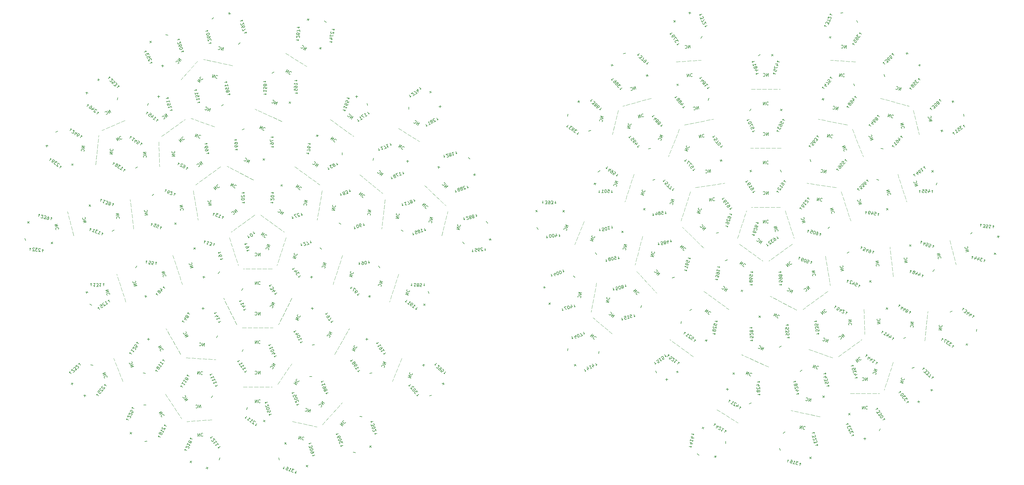
<source format=gbr>
%TF.GenerationSoftware,KiCad,Pcbnew,8.0.5*%
%TF.CreationDate,2024-10-17T15:54:22-04:00*%
%TF.ProjectId,orb_generated,6f72625f-6765-46e6-9572-617465642e6b,rev?*%
%TF.SameCoordinates,Original*%
%TF.FileFunction,Legend,Bot*%
%TF.FilePolarity,Positive*%
%FSLAX46Y46*%
G04 Gerber Fmt 4.6, Leading zero omitted, Abs format (unit mm)*
G04 Created by KiCad (PCBNEW 8.0.5) date 2024-10-17 15:54:22*
%MOMM*%
%LPD*%
G01*
G04 APERTURE LIST*
%ADD10C,0.120000*%
%ADD11C,0.200000*%
G04 APERTURE END LIST*
D10*
X27511000Y-3696000D02*
X27103042Y-4951377D01*
X26954694Y-5407877D02*
X26546736Y-6663254D01*
X26398388Y-7119754D02*
X25990430Y-8375131D01*
X25842082Y-8831632D02*
X25434124Y-10087008D01*
X25285776Y-10543509D02*
X24877818Y-11798886D01*
X24729470Y-12255386D02*
X24429001Y-13180000D01*
X45592000Y37481000D02*
X46713781Y36785294D01*
X47121702Y36532310D02*
X48243483Y35836604D01*
X48651403Y35583620D02*
X49773185Y34887914D01*
X50181105Y34634930D02*
X51302886Y33939224D01*
X51710807Y33686240D02*
X52490000Y33203000D01*
X-8163000Y57853000D02*
X-9453735Y58129410D01*
X-9923094Y58229923D02*
X-11213829Y58506333D01*
X-11683187Y58606846D02*
X-12973922Y58883256D01*
X-13443281Y58983769D02*
X-14734016Y59260179D01*
X-15203374Y59360691D02*
X-16494109Y59637102D01*
X-16963468Y59737614D02*
X-17591000Y59871999D01*
X-42753000Y-18857000D02*
X-43160934Y-17601616D01*
X-43309273Y-17145112D02*
X-43717207Y-15889728D01*
X-43865546Y-15433224D02*
X-44273480Y-14177840D01*
X-44421819Y-13721336D02*
X-44829753Y-12465952D01*
X-44978092Y-12009448D02*
X-45386026Y-10754064D01*
X-45534365Y-10297560D02*
X-45671999Y-9874000D01*
X955000Y9350000D02*
X2022918Y8574145D01*
X2411252Y8292016D02*
X3479170Y7516161D01*
X3867504Y7234032D02*
X4935423Y6458178D01*
X5323756Y6176049D02*
X6391675Y5400194D01*
X6780009Y5118065D02*
X7847927Y4342210D01*
X8236261Y4060081D02*
X8596999Y3798000D01*
X216207087Y-31516620D02*
X216343040Y-30203640D01*
X216392477Y-29726193D02*
X216528430Y-28413212D01*
X216577868Y-27935765D02*
X216713821Y-26622785D01*
X216763258Y-26145338D02*
X216899211Y-24832358D01*
X216948649Y-24354910D02*
X217084602Y-23041930D01*
X217134039Y-22564483D02*
X217200086Y-21926620D01*
X141197087Y-36670620D02*
X140129169Y-35894765D01*
X139740835Y-35612636D02*
X138672917Y-34836781D01*
X138284583Y-34554652D02*
X137216664Y-33778798D01*
X136828331Y-33496669D02*
X135760412Y-32720814D01*
X135372078Y-32438685D02*
X134304160Y-31662830D01*
X133915826Y-31380701D02*
X133555088Y-31118620D01*
X191123087Y38562380D02*
X189829436Y38824806D01*
X189359018Y38920234D02*
X188065367Y39182660D01*
X187594948Y39278088D02*
X186301298Y39540514D01*
X185830879Y39635942D02*
X184537228Y39898368D01*
X184066810Y39993796D02*
X182773159Y40256223D01*
X182302741Y40351650D02*
X181673088Y40479380D01*
X9047000Y61876000D02*
X10163323Y61171570D01*
X10569259Y60915413D02*
X11685583Y60210983D01*
X12091519Y59954827D02*
X13207842Y59250397D01*
X13613778Y58994240D02*
X14730101Y58289810D01*
X15136037Y58033653D02*
X15911999Y57544000D01*
X-1389000Y20742000D02*
X-2559565Y21352063D01*
X-2985225Y21573904D02*
X-4155791Y22183967D01*
X-4581451Y22405808D02*
X-5752016Y23015871D01*
X-6177676Y23237712D02*
X-7348241Y23847775D01*
X-7773902Y24069617D02*
X-8944467Y24679680D01*
X-9370127Y24901521D02*
X-9938999Y25198000D01*
X-40210000Y4781000D02*
X-40360187Y6092428D01*
X-40414800Y6569311D02*
X-40564986Y7880739D01*
X-40619600Y8357622D02*
X-40769786Y9669051D01*
X-40824399Y10145934D02*
X-40974586Y11457362D01*
X-41029199Y11934245D02*
X-41179386Y13245673D01*
X-41233999Y13722556D02*
X-41307000Y14360000D01*
X114890087Y-29200620D02*
X113875169Y-28356617D01*
X113506108Y-28049706D02*
X112491190Y-27205703D01*
X112122129Y-26898793D02*
X111107211Y-26054790D01*
X110738150Y-25747879D02*
X109723232Y-24903876D01*
X109354171Y-24596966D02*
X108649087Y-24010620D01*
X165593087Y-40008620D02*
X164392239Y-39460565D01*
X163955567Y-39261272D02*
X162754720Y-38713216D01*
X162318048Y-38513924D02*
X161117200Y-37965868D01*
X160680528Y-37766575D02*
X159479680Y-37218520D01*
X159043008Y-37019227D02*
X157842161Y-36471172D01*
X157405489Y-36271879D02*
X156822087Y-36005620D01*
X105785087Y7238380D02*
X105286451Y6016184D01*
X105105128Y5571750D02*
X104606492Y4349554D01*
X104425170Y3905119D02*
X103926534Y2682924D01*
X103745211Y2238489D02*
X103246575Y1016294D01*
X103065253Y571859D02*
X102719088Y-276620D01*
X173298087Y-83620D02*
X172230169Y-859475D01*
X171841835Y-1141604D02*
X170773917Y-1917459D01*
X170385583Y-2199588D02*
X169317664Y-2975442D01*
X168929331Y-3257571D02*
X167861412Y-4033426D01*
X167473078Y-4315555D02*
X166405160Y-5091410D01*
X166016826Y-5373539D02*
X165656088Y-5635620D01*
X140272087Y16894380D02*
X139864129Y15639003D01*
X139715781Y15182503D02*
X139307823Y13927126D01*
X139159475Y13470626D02*
X138751517Y12215249D01*
X138603169Y11758748D02*
X138195211Y10503372D01*
X138046863Y10046871D02*
X137638905Y8791494D01*
X137490557Y8334994D02*
X137190088Y7410380D01*
X45672000Y-9874000D02*
X45264066Y-11129384D01*
X45115727Y-11585888D02*
X44707793Y-12841272D01*
X44559454Y-13297776D02*
X44151520Y-14553160D01*
X44003181Y-15009664D02*
X43595247Y-16265048D01*
X43446908Y-16721552D02*
X43038974Y-17976936D01*
X42890635Y-18433440D02*
X42753001Y-18857000D01*
X-4723000Y-46487000D02*
X-3403000Y-46487000D01*
X-2923000Y-46487000D02*
X-1603000Y-46487000D01*
X-1123000Y-46487000D02*
X197000Y-46487000D01*
X677000Y-46487000D02*
X1997000Y-46487000D01*
X2477000Y-46487000D02*
X3797000Y-46487000D01*
X4277000Y-46487000D02*
X4723000Y-46487000D01*
X6474000Y-45648000D02*
X7215746Y-44556115D01*
X7485472Y-44159066D02*
X8227219Y-43067182D01*
X8496945Y-42670133D02*
X9238691Y-41578248D01*
X9508417Y-41181199D02*
X10250164Y-40089314D01*
X10519890Y-39692265D02*
X11034999Y-38934000D01*
X-27511000Y-3696000D02*
X-27103042Y-4951377D01*
X-26954694Y-5407877D02*
X-26546736Y-6663254D01*
X-26398388Y-7119754D02*
X-25990430Y-8375131D01*
X-25842082Y-8831632D02*
X-25434124Y-10087008D01*
X-25285776Y-10543509D02*
X-24877818Y-11798886D01*
X-24729470Y-12255386D02*
X-24429001Y-13180000D01*
X192079087Y-48594620D02*
X193399087Y-48594620D01*
X193879087Y-48594620D02*
X195199087Y-48594620D01*
X195679087Y-48594620D02*
X196999087Y-48594620D01*
X197479087Y-48594620D02*
X198799087Y-48594620D01*
X199279087Y-48594620D02*
X200599087Y-48594620D01*
X201079087Y-48594620D02*
X201525087Y-48594620D01*
X212499087Y43375380D02*
X212814257Y42093558D01*
X212928864Y41627441D02*
X213244035Y40345619D01*
X213358642Y39879502D02*
X213673812Y38597680D01*
X213788419Y38131563D02*
X214103590Y36849740D01*
X214218197Y36383623D02*
X214437086Y35493380D01*
X121948087Y22571380D02*
X121540153Y21315996D01*
X121391814Y20859492D02*
X120983880Y19604108D01*
X120835541Y19147604D02*
X120427607Y17892220D01*
X120279268Y17435716D02*
X119871334Y16180332D01*
X119722995Y15723828D02*
X119315061Y14468444D01*
X119166722Y14011940D02*
X119029088Y13588380D01*
X-43003000Y40060000D02*
X-44214201Y39535222D01*
X-44654638Y39344394D02*
X-45865839Y38819616D01*
X-46306276Y38628787D02*
X-47517477Y38104010D01*
X-47957914Y37913181D02*
X-49169115Y37388403D01*
X-49609552Y37197575D02*
X-50451000Y36833000D01*
X144545087Y-1374620D02*
X143603189Y-449835D01*
X143260680Y-113549D02*
X142318782Y811236D01*
X141976274Y1147522D02*
X141034375Y2072307D01*
X140691867Y2408592D02*
X139749969Y3333378D01*
X139407460Y3669663D02*
X138465562Y4594448D01*
X138123054Y4930734D02*
X137665087Y5380380D01*
X159978087Y50201380D02*
X161298087Y50201380D01*
X161778087Y50201380D02*
X163098087Y50201380D01*
X163578087Y50201380D02*
X164898087Y50201380D01*
X165378087Y50201380D02*
X166698087Y50201380D01*
X167178087Y50201380D02*
X168498087Y50201380D01*
X168978087Y50201380D02*
X169424087Y50201380D01*
X11243000Y-57685000D02*
X12531314Y-57972484D01*
X12999792Y-58077024D02*
X14288106Y-58364509D01*
X14756583Y-58469048D02*
X16044897Y-58756533D01*
X16513375Y-58861073D02*
X17801689Y-59148557D01*
X18270167Y-59253097D02*
X19166000Y-59453000D01*
X184785087Y-15446620D02*
X183717138Y-16222432D01*
X183328792Y-16504545D02*
X182260843Y-17280357D01*
X181872498Y-17562471D02*
X180804549Y-18338283D01*
X180416203Y-18620396D02*
X179348254Y-19396208D01*
X178959909Y-19678322D02*
X177891959Y-20454134D01*
X177503614Y-20736247D02*
X176717087Y-21307620D01*
X182292087Y-56157620D02*
X181001352Y-55881210D01*
X180531993Y-55780697D02*
X179241258Y-55504287D01*
X178771900Y-55403774D02*
X177481165Y-55127364D01*
X177011806Y-55026851D02*
X175721071Y-54750441D01*
X175251713Y-54649929D02*
X173960978Y-54373518D01*
X173491619Y-54273006D02*
X172864087Y-54138621D01*
X-43689000Y-44741000D02*
X-44178170Y-43514985D01*
X-44356050Y-43069161D02*
X-44845220Y-41843146D01*
X-45023100Y-41397323D02*
X-45512270Y-40171308D01*
X-45690150Y-39725484D02*
X-46179320Y-38499469D01*
X-46357200Y-38053646D02*
X-46696999Y-37202000D01*
X59645000Y2649000D02*
X59969928Y3928383D01*
X60088084Y4393614D02*
X60413011Y5672997D01*
X60531167Y6138227D02*
X60856095Y7417611D01*
X60974251Y7882841D02*
X61299179Y9162224D01*
X61417334Y9627455D02*
X61642999Y10516000D01*
X-32069000Y33125000D02*
X-32027369Y31805657D01*
X-32012231Y31325895D02*
X-31970600Y30006552D01*
X-31955461Y29526791D02*
X-31913830Y28207448D01*
X-31898692Y27727686D02*
X-31857061Y26408343D01*
X-31841922Y25928582D02*
X-31813000Y25012000D01*
X-31146000Y34833000D02*
X-30078082Y35608855D01*
X-29689748Y35890984D02*
X-28621830Y36666839D01*
X-28233496Y36948968D02*
X-27165577Y37724822D01*
X-26777244Y38006951D02*
X-25709325Y38782806D01*
X-25320991Y39064935D02*
X-24253073Y39840790D01*
X-23864739Y40122919D02*
X-23504001Y40385000D01*
X11068000Y-17597000D02*
X10479595Y-18778601D01*
X10265630Y-19208274D02*
X9677226Y-20389874D01*
X9463260Y-20819547D02*
X8874856Y-22001148D01*
X8660891Y-22430821D02*
X8072486Y-23612421D01*
X7858521Y-24042094D02*
X7270116Y-25223695D01*
X7056151Y-25653368D02*
X6770000Y-26228000D01*
X201806087Y47264380D02*
X203077915Y46911034D01*
X203540398Y46782544D02*
X204812226Y46429198D01*
X205274709Y46300708D02*
X206546537Y45947362D01*
X207009020Y45818872D02*
X208280847Y45465526D01*
X208743330Y45337036D02*
X210015158Y44983690D01*
X210477641Y44855200D02*
X211096087Y44683380D01*
X141849087Y18257380D02*
X143154674Y18451911D01*
X143629433Y18522649D02*
X144935020Y18717180D01*
X145409779Y18787918D02*
X146715366Y18982449D01*
X147190125Y19053187D02*
X148495712Y19247718D01*
X148970471Y19318457D02*
X150276059Y19512987D01*
X150750818Y19583726D02*
X151386087Y19678380D01*
X183999087Y-4016620D02*
X184217470Y-5318430D01*
X184296882Y-5791815D02*
X184515265Y-7093625D01*
X184594677Y-7567010D02*
X184813060Y-8868820D01*
X184892472Y-9342206D02*
X185110856Y-10644015D01*
X185190268Y-11117401D02*
X185408651Y-12419211D01*
X185488063Y-12892596D02*
X185594087Y-13524620D01*
X-29952000Y-48747000D02*
X-29222927Y-49847387D01*
X-28957809Y-50247528D02*
X-28228736Y-51347915D01*
X-27963618Y-51748056D02*
X-27234545Y-52848443D01*
X-26969427Y-53248584D02*
X-26240354Y-54348971D01*
X-25975237Y-54749112D02*
X-25246163Y-55849500D01*
X-24981046Y-56249640D02*
X-24627000Y-56784000D01*
X135651087Y59090380D02*
X136968259Y59176739D01*
X137447231Y59208142D02*
X138764403Y59294500D01*
X139243374Y59325903D02*
X140560546Y59412262D01*
X141039518Y59443665D02*
X142356690Y59530024D01*
X142835662Y59561427D02*
X143750082Y59621380D01*
X-20893000Y17239000D02*
X-20674617Y15937190D01*
X-20595205Y15463805D02*
X-20376822Y14161995D01*
X-20297410Y13688610D02*
X-20079027Y12386800D01*
X-19999615Y11913414D02*
X-19781231Y10611605D01*
X-19701819Y10138219D02*
X-19483436Y8836409D01*
X-19404024Y8363024D02*
X-19298000Y7731000D01*
X196514087Y-21297620D02*
X196555718Y-22616963D01*
X196570856Y-23096725D02*
X196612487Y-24416068D01*
X196627626Y-24895829D02*
X196669257Y-26215172D01*
X196684395Y-26694934D02*
X196726026Y-28014277D01*
X196741165Y-28494038D02*
X196770087Y-29410620D01*
X136656087Y37201380D02*
X136171711Y35973463D01*
X135995574Y35526948D02*
X135511198Y34299031D01*
X135335061Y33852516D02*
X134850685Y32624599D01*
X134674548Y32178084D02*
X134190172Y30950167D01*
X134014035Y30503652D02*
X133529659Y29275735D01*
X133353522Y28829220D02*
X133118087Y28232380D01*
X-6770000Y-26228000D02*
X-7358405Y-25046399D01*
X-7572370Y-24616726D02*
X-8160774Y-23435126D01*
X-8374740Y-23005453D02*
X-8963144Y-21823852D01*
X-9177109Y-21394179D02*
X-9765514Y-20212579D01*
X-9979479Y-19782906D02*
X-10567884Y-18601305D01*
X-10781849Y-18171632D02*
X-11068000Y-17597000D01*
X116903087Y43375380D02*
X116587917Y42093558D01*
X116473310Y41627441D02*
X116158139Y40345619D01*
X116043532Y39879502D02*
X115728362Y38597680D01*
X115613755Y38131563D02*
X115298584Y36849740D01*
X115183977Y36383623D02*
X114965088Y35493380D01*
X9187000Y1981000D02*
X8779234Y725561D01*
X8630955Y269038D02*
X8223189Y-986401D01*
X8074911Y-1442924D02*
X7667145Y-2698363D01*
X7518866Y-3154886D02*
X7111100Y-4410325D01*
X6962821Y-4866848D02*
X6555055Y-6122287D01*
X6406777Y-6578811D02*
X6269001Y-7003000D01*
X4723000Y-8126000D02*
X3403000Y-8126000D01*
X2923000Y-8126000D02*
X1603000Y-8126000D01*
X1123000Y-8126000D02*
X-197000Y-8126000D01*
X-677000Y-8126000D02*
X-1997000Y-8126000D01*
X-2477000Y-8126000D02*
X-3797000Y-8126000D01*
X-4277000Y-8126000D02*
X-4723000Y-8126000D01*
X174640087Y-21483620D02*
X173469522Y-20873557D01*
X173043862Y-20651716D02*
X171873296Y-20041653D01*
X171447636Y-19819812D02*
X170277071Y-19209749D01*
X169851411Y-18987908D02*
X168680846Y-18377845D01*
X168255185Y-18156003D02*
X167084620Y-17545940D01*
X166658960Y-17324099D02*
X166090088Y-17027620D01*
X144617087Y-15446620D02*
X145685036Y-16222432D01*
X146073382Y-16504545D02*
X147141331Y-17280357D01*
X147529676Y-17562471D02*
X148597625Y-18338283D01*
X148985971Y-18620396D02*
X150053920Y-19396208D01*
X150442265Y-19678322D02*
X151510215Y-20454134D01*
X151898560Y-20736247D02*
X152685087Y-21307620D01*
X-9187000Y1981000D02*
X-8779234Y725561D01*
X-8630955Y269038D02*
X-8223189Y-986401D01*
X-8074911Y-1442924D02*
X-7667145Y-2698363D01*
X-7518866Y-3154886D02*
X-7111100Y-4410325D01*
X-6962821Y-4866848D02*
X-6555055Y-6122287D01*
X-6406777Y-6578811D02*
X-6269001Y-7003000D01*
X-13957000Y37985000D02*
X-15198936Y38432208D01*
X-15650549Y38594829D02*
X-16892485Y39042036D01*
X-17344099Y39204657D02*
X-18586035Y39651865D01*
X-19037648Y39814486D02*
X-20279584Y40261693D01*
X-20731197Y40424314D02*
X-21593999Y40735000D01*
X178658087Y-34270620D02*
X179900023Y-34717828D01*
X180351636Y-34880449D02*
X181593572Y-35327656D01*
X182045186Y-35490277D02*
X183287122Y-35937485D01*
X183738735Y-36100106D02*
X184980671Y-36547313D01*
X185432284Y-36709934D02*
X186295086Y-37020620D01*
X24978000Y-35897000D02*
X25627367Y-34747773D01*
X25863500Y-34329872D02*
X26512867Y-33180645D01*
X26749000Y-32762744D02*
X27398367Y-31613517D01*
X27634500Y-31195616D02*
X28283867Y-30046389D01*
X28520000Y-29628489D02*
X29169367Y-28479262D01*
X29405500Y-28061361D02*
X29721000Y-27503000D01*
X-19440000Y59364000D02*
X-20313351Y58374224D01*
X-20630934Y58014305D02*
X-21504285Y57024528D01*
X-21821867Y56664610D02*
X-22695219Y55674833D01*
X-23012801Y55314914D02*
X-23886152Y54325138D01*
X-24203734Y53965219D02*
X-24811000Y53277000D01*
X20893000Y17239000D02*
X20674617Y15937190D01*
X20595205Y15463805D02*
X20376822Y14161995D01*
X20297410Y13688610D02*
X20079027Y12386800D01*
X19999615Y11913414D02*
X19781231Y10611605D01*
X19701819Y10138219D02*
X19483436Y8836409D01*
X19404024Y8363024D02*
X19298000Y7731000D01*
X170970087Y10717380D02*
X171377853Y9461941D01*
X171526132Y9005418D02*
X171933898Y7749979D01*
X172082176Y7293456D02*
X172489942Y6038017D01*
X172638221Y5581494D02*
X173045987Y4326055D01*
X173194266Y3869532D02*
X173602032Y2614093D01*
X173750310Y2157569D02*
X173888086Y1733380D01*
X207454087Y22571380D02*
X207862021Y21315996D01*
X208010360Y20859492D02*
X208418294Y19604108D01*
X208566633Y19147604D02*
X208974567Y17892220D01*
X209122906Y17435716D02*
X209530840Y16180332D01*
X209679179Y15723828D02*
X210087113Y14468444D01*
X210235452Y14011940D02*
X210373086Y13588380D01*
X206008087Y-10645620D02*
X205857900Y-9334192D01*
X205803287Y-8857309D02*
X205653101Y-7545881D01*
X205598487Y-7068998D02*
X205448301Y-5757569D01*
X205393688Y-5280686D02*
X205243501Y-3969258D01*
X205188888Y-3492375D02*
X205038701Y-2180947D01*
X204984088Y-1704064D02*
X204911087Y-1066620D01*
X-24978000Y-35897000D02*
X-25627367Y-34747773D01*
X-25863500Y-34329872D02*
X-26512867Y-33180645D01*
X-26749000Y-32762744D02*
X-27398367Y-31613517D01*
X-27634500Y-31195616D02*
X-28283867Y-30046389D01*
X-28520000Y-29628489D02*
X-29169367Y-28479262D01*
X-29405500Y-28061361D02*
X-29721000Y-27503000D01*
X-23182000Y-37021000D02*
X-21864491Y-37102052D01*
X-21385397Y-37131526D02*
X-20067887Y-37212578D01*
X-19588793Y-37242051D02*
X-18271284Y-37323104D01*
X-17792190Y-37352577D02*
X-16474680Y-37433629D01*
X-15995586Y-37463103D02*
X-14678077Y-37544155D01*
X-14198983Y-37573629D02*
X-13559003Y-37613000D01*
X12016000Y25022000D02*
X13083949Y24246188D01*
X13472295Y23964075D02*
X14540244Y23188263D01*
X14928589Y22906149D02*
X15996538Y22130337D01*
X16384884Y21848224D02*
X17452833Y21072412D01*
X17841178Y20790298D02*
X18909128Y20014486D01*
X19297473Y19732373D02*
X20084000Y19161000D01*
X193751087Y59090380D02*
X192433915Y59176739D01*
X191954943Y59208142D02*
X190637771Y59294500D01*
X190158800Y59325903D02*
X188841628Y59412262D01*
X188362656Y59443665D02*
X187045484Y59530024D01*
X186566512Y59561427D02*
X185652092Y59621380D01*
X23504000Y40385000D02*
X24571918Y39609145D01*
X24960252Y39327016D02*
X26028170Y38551161D01*
X26416504Y38269032D02*
X27484423Y37493178D01*
X27872756Y37211049D02*
X28940675Y36435194D01*
X29329009Y36153065D02*
X30396927Y35377210D01*
X30785261Y35095081D02*
X31145999Y34833000D01*
X-14854000Y-57121000D02*
X-16170461Y-57217600D01*
X-16649174Y-57252727D02*
X-17965634Y-57349327D01*
X-18444347Y-57384455D02*
X-19760808Y-57481055D01*
X-20239521Y-57516182D02*
X-21555981Y-57612782D01*
X-22034694Y-57647909D02*
X-22948998Y-57715000D01*
X138279087Y38562380D02*
X139572738Y38824806D01*
X140043156Y38920234D02*
X141336807Y39182660D01*
X141807226Y39278088D02*
X143100876Y39540514D01*
X143571295Y39635942D02*
X144864946Y39898368D01*
X145335364Y39993796D02*
X146629015Y40256223D01*
X147099433Y40351650D02*
X147729086Y40479380D01*
X127596087Y47264380D02*
X126324259Y46911034D01*
X125861776Y46782544D02*
X124589948Y46429198D01*
X124127465Y46300708D02*
X122855637Y45947362D01*
X122393154Y45818872D02*
X121121327Y45465526D01*
X120658844Y45337036D02*
X119387016Y44983690D01*
X118924533Y44855200D02*
X118306087Y44683380D01*
X20961000Y-58777000D02*
X21842709Y-57794661D01*
X22163330Y-57437447D02*
X23045039Y-56455108D01*
X23365661Y-56097894D02*
X24247370Y-55115556D01*
X24567991Y-54758342D02*
X25449700Y-53776003D01*
X25770321Y-53418789D02*
X26652030Y-52436450D01*
X26972652Y-52079236D02*
X27401000Y-51602000D01*
X-4986000Y-27307000D02*
X-3666000Y-27307000D01*
X-3186000Y-27307000D02*
X-1866000Y-27307000D01*
X-1386000Y-27307000D02*
X-66000Y-27307000D01*
X414000Y-27307000D02*
X1734000Y-27307000D01*
X2214000Y-27307000D02*
X3534000Y-27307000D01*
X4014000Y-27307000D02*
X4986000Y-27307000D01*
X148789087Y-53829620D02*
X149905410Y-54534050D01*
X150311346Y-54790207D02*
X151427670Y-55494637D01*
X151833606Y-55750793D02*
X152949929Y-56455223D01*
X153355865Y-56711380D02*
X154472188Y-57415810D01*
X154878124Y-57671967D02*
X155654086Y-58161620D01*
X169687087Y31021380D02*
X168367087Y31021380D01*
X167887087Y31021380D02*
X166567087Y31021380D01*
X166087087Y31021380D02*
X164767087Y31021380D01*
X164287087Y31021380D02*
X162967087Y31021380D01*
X162487087Y31021380D02*
X161167087Y31021380D01*
X160687087Y31021380D02*
X159715087Y31021380D01*
X192746087Y37201380D02*
X193230463Y35973463D01*
X193406600Y35526948D02*
X193890976Y34299031D01*
X194067113Y33852516D02*
X194551489Y32624599D01*
X194727626Y32178084D02*
X195212002Y30950167D01*
X195388139Y30503652D02*
X195872515Y29275735D01*
X196048652Y28829220D02*
X196284087Y28232380D01*
X33078000Y22460000D02*
X34096181Y21619936D01*
X34466428Y21314458D02*
X35484609Y20474394D01*
X35854857Y20168916D02*
X36873038Y19328852D01*
X37243285Y19023374D02*
X38261466Y18183310D01*
X38631713Y17877832D02*
X39649894Y17037767D01*
X40020142Y16732290D02*
X40515000Y16324000D01*
X169424087Y11840380D02*
X168104087Y11840380D01*
X167624087Y11840380D02*
X166304087Y11840380D01*
X165824087Y11840380D02*
X164504087Y11840380D01*
X164024087Y11840380D02*
X162704087Y11840380D01*
X162224087Y11840380D02*
X160904087Y11840380D01*
X160424087Y11840380D02*
X159978087Y11840380D01*
X46697000Y-37202000D02*
X46207830Y-38428015D01*
X46029950Y-38873839D02*
X45540780Y-40099854D01*
X45362900Y-40545677D02*
X44873730Y-41771692D01*
X44695850Y-42217516D02*
X44206680Y-43443531D01*
X44028800Y-43889354D02*
X43689001Y-44741000D01*
X187553087Y18257380D02*
X186247500Y18451911D01*
X185772741Y18522649D02*
X184467154Y18717180D01*
X183992395Y18787918D02*
X182686808Y18982449D01*
X182212049Y19053187D02*
X180906462Y19247718D01*
X180431703Y19318457D02*
X179126115Y19512987D01*
X178651356Y19583726D02*
X178016087Y19678380D01*
X54036000Y18978000D02*
X54992165Y18067973D01*
X55339861Y17737054D02*
X56296026Y16827027D01*
X56643722Y16496109D02*
X57599887Y15586082D01*
X57947583Y15255163D02*
X58903748Y14345136D01*
X59251444Y14014217D02*
X60207609Y13104190D01*
X60555306Y12773272D02*
X61020000Y12331000D01*
X188205087Y-36670620D02*
X189273005Y-35894765D01*
X189661339Y-35612636D02*
X190729257Y-34836781D01*
X191117591Y-34554652D02*
X192185510Y-33778798D01*
X192573843Y-33496669D02*
X193641762Y-32720814D01*
X194030096Y-32438685D02*
X195098014Y-31662830D01*
X195486348Y-31380701D02*
X195847086Y-31118620D01*
X109830087Y-12693620D02*
X109591465Y-13991872D01*
X109504693Y-14463964D02*
X109266071Y-15762217D01*
X109179299Y-16234309D02*
X108940677Y-17532561D01*
X108853905Y-18004653D02*
X108615283Y-19302905D01*
X108528512Y-19774997D02*
X108289889Y-21073250D01*
X108203118Y-21545341D02*
X108087087Y-22176620D01*
X7879000Y39720000D02*
X6678152Y40268055D01*
X6241480Y40467348D02*
X5040633Y41015404D01*
X4603961Y41214696D02*
X3403113Y41762752D01*
X2966441Y41962045D02*
X1765593Y42510100D01*
X1328921Y42709393D02*
X128074Y43257448D01*
X-308598Y43456741D02*
X-892000Y43723000D01*
X155514087Y1733380D02*
X155921853Y2988819D01*
X156070132Y3445342D02*
X156477898Y4700781D01*
X156626176Y5157304D02*
X157033942Y6412743D01*
X157182221Y6869266D02*
X157589987Y8124705D01*
X157738266Y8581228D02*
X158146032Y9836667D01*
X158294310Y10293191D02*
X158432086Y10717380D01*
X205989087Y-38487620D02*
X205581194Y-39743018D01*
X205432870Y-40199526D02*
X205024977Y-41454924D01*
X204876653Y-41911432D02*
X204468760Y-43166830D01*
X204320436Y-43623338D02*
X203912543Y-44878736D01*
X203764219Y-45335245D02*
X203356326Y-46590642D01*
X203208002Y-47047151D02*
X203070088Y-47471620D01*
X189130087Y16894380D02*
X189538045Y15639003D01*
X189686393Y15182503D02*
X190094351Y13927126D01*
X190242699Y13470626D02*
X190650657Y12215249D01*
X190799005Y11758748D02*
X191206963Y10503372D01*
X191355311Y10046871D02*
X191763269Y8791494D01*
X191911617Y8334994D02*
X192212086Y7410380D01*
X-12016000Y25022000D02*
X-13083949Y24246188D01*
X-13472295Y23964075D02*
X-14540244Y23188263D01*
X-14928589Y22906149D02*
X-15996538Y22130337D01*
X-16384884Y21848224D02*
X-17452833Y21072412D01*
X-17841178Y20790298D02*
X-18909128Y20014486D01*
X-19297473Y19732373D02*
X-20084000Y19161000D01*
X41307000Y14360000D02*
X41156813Y13048572D01*
X41102200Y12571689D02*
X40952014Y11260261D01*
X40897400Y10783378D02*
X40747214Y9471949D01*
X40692601Y8995066D02*
X40542414Y7683638D01*
X40487801Y7206755D02*
X40337614Y5895327D01*
X40283001Y5418444D02*
X40210000Y4781000D01*
X156104087Y-83620D02*
X157172005Y-859475D01*
X157560339Y-1141604D02*
X158628257Y-1917459D01*
X159016591Y-2199588D02*
X160084510Y-2975442D01*
X160472843Y-3257571D02*
X161540762Y-4033426D01*
X161929096Y-4315555D02*
X162997014Y-5091410D01*
X163385348Y-5373539D02*
X163746086Y-5635620D01*
X124739087Y2442380D02*
X124409124Y1164286D01*
X124289137Y699525D02*
X123959174Y-578569D01*
X123839187Y-1043331D02*
X123509224Y-2321425D01*
X123389238Y-2786186D02*
X123059274Y-4064280D01*
X122939288Y-4529042D02*
X122609324Y-5807136D01*
X122489338Y-6271897D02*
X122329088Y-6892620D01*
X-52499000Y25641000D02*
X-52363047Y26953980D01*
X-52313610Y27431427D02*
X-52177657Y28744408D01*
X-52128219Y29221855D02*
X-51992266Y30534835D01*
X-51942829Y31012282D02*
X-51806876Y32325262D01*
X-51757438Y32802710D02*
X-51621485Y34115690D01*
X-51572048Y34593137D02*
X-51506001Y35231000D01*
X122842087Y-8948620D02*
X123734490Y-9921254D01*
X124059000Y-10274939D02*
X124951403Y-11247573D01*
X125275913Y-11601259D02*
X126168316Y-12573893D01*
X126492826Y-12927578D02*
X127385229Y-13900212D01*
X127709739Y-14253897D02*
X128602141Y-15226531D01*
X128926652Y-15580217D02*
X129360086Y-16052620D01*
X224346087Y1065380D02*
X224671015Y-214003D01*
X224789171Y-679234D02*
X225114098Y-1958617D01*
X225232254Y-2423847D02*
X225557182Y-3703231D01*
X225675338Y-4168461D02*
X226000266Y-5447844D01*
X226118421Y-5913075D02*
X226344086Y-6801620D01*
X-59645000Y2649000D02*
X-59969928Y3928383D01*
X-60088084Y4393614D02*
X-60413011Y5672997D01*
X-60531167Y6138227D02*
X-60856095Y7417611D01*
X-60974251Y7882841D02*
X-61299179Y9162224D01*
X-61417334Y9627455D02*
X-61642999Y10516000D01*
X-955000Y9350000D02*
X-2022918Y8574145D01*
X-2411252Y8292016D02*
X-3479170Y7516161D01*
X-3867504Y7234032D02*
X-4935423Y6458178D01*
X-5323756Y6176049D02*
X-6391675Y5400194D01*
X-6780009Y5118065D02*
X-7847927Y4342210D01*
X-8236261Y4060081D02*
X-8596999Y3798000D01*
D11*
X8751748Y-65068943D02*
X9308970Y-64549325D01*
X8770550Y-64530523D02*
X9290168Y-65087745D01*
X201831168Y-60059531D02*
X201497171Y-60744327D01*
X7840843Y9455659D02*
X8428628Y10264676D01*
X8428628Y10264676D02*
X7378548Y9791536D01*
X7378548Y9791536D02*
X7966333Y10600553D01*
X6586986Y10484360D02*
X6597520Y10417846D01*
X6597520Y10417846D02*
X6685104Y10295352D01*
X6685104Y10295352D02*
X6762154Y10239372D01*
X6762154Y10239372D02*
X6905717Y10193928D01*
X6905717Y10193928D02*
X7038746Y10214997D01*
X7038746Y10214997D02*
X7133250Y10264057D01*
X7133250Y10264057D02*
X7283734Y10390165D01*
X7283734Y10390165D02*
X7367703Y10505739D01*
X7367703Y10505739D02*
X7441138Y10687827D01*
X7441138Y10687827D02*
X7458593Y10792866D01*
X7458593Y10792866D02*
X7437523Y10925895D01*
X7437523Y10925895D02*
X7349939Y11048389D01*
X7349939Y11048389D02*
X7272890Y11104369D01*
X7272890Y11104369D02*
X7129326Y11149813D01*
X7129326Y11149813D02*
X7062812Y11139279D01*
X169704238Y-33243883D02*
X169058106Y-33647631D01*
X-68320390Y31425339D02*
X-68280515Y32186200D01*
X-68680882Y31825707D02*
X-67920022Y31785832D01*
X-9511211Y74884665D02*
X-8775267Y74687469D01*
X-9044641Y75154039D02*
X-9241837Y74418095D01*
X162390000Y-23883558D02*
X163014116Y-23446548D01*
X162483553Y-23352995D02*
X162920564Y-23977111D01*
X-40038692Y-13835158D02*
X-39087636Y-13526141D01*
X-39087636Y-13526141D02*
X-40215274Y-13291697D01*
X-40215274Y-13291697D02*
X-39264217Y-12982680D01*
X-40448429Y-12265922D02*
X-40479002Y-12325926D01*
X-40479002Y-12325926D02*
X-40480145Y-12476506D01*
X-40480145Y-12476506D02*
X-40450715Y-12567083D01*
X-40450715Y-12567083D02*
X-40361281Y-12688233D01*
X-40361281Y-12688233D02*
X-40241274Y-12749380D01*
X-40241274Y-12749380D02*
X-40135982Y-12765238D01*
X-40135982Y-12765238D02*
X-39940114Y-12751666D01*
X-39940114Y-12751666D02*
X-39804249Y-12707521D01*
X-39804249Y-12707521D02*
X-39637810Y-12603372D01*
X-39637810Y-12603372D02*
X-39561948Y-12528653D01*
X-39561948Y-12528653D02*
X-39500802Y-12408646D01*
X-39500802Y-12408646D02*
X-39499659Y-12258066D01*
X-39499659Y-12258066D02*
X-39529089Y-12167489D01*
X-39529089Y-12167489D02*
X-39618522Y-12046339D01*
X-39618522Y-12046339D02*
X-39678526Y-12015766D01*
X-12966819Y-29845716D02*
X-13359229Y-30498796D01*
X30389843Y40490659D02*
X30977628Y41299676D01*
X30977628Y41299676D02*
X29927548Y40826536D01*
X29927548Y40826536D02*
X30515333Y41635553D01*
X29135986Y41519360D02*
X29146520Y41452846D01*
X29146520Y41452846D02*
X29234104Y41330352D01*
X29234104Y41330352D02*
X29311154Y41274372D01*
X29311154Y41274372D02*
X29454717Y41228928D01*
X29454717Y41228928D02*
X29587746Y41249997D01*
X29587746Y41249997D02*
X29682250Y41299057D01*
X29682250Y41299057D02*
X29832734Y41425165D01*
X29832734Y41425165D02*
X29916703Y41540739D01*
X29916703Y41540739D02*
X29990138Y41722827D01*
X29990138Y41722827D02*
X30007593Y41827866D01*
X30007593Y41827866D02*
X29986523Y41960895D01*
X29986523Y41960895D02*
X29898939Y42083389D01*
X29898939Y42083389D02*
X29821890Y42139369D01*
X29821890Y42139369D02*
X29678326Y42184813D01*
X29678326Y42184813D02*
X29611812Y42174279D01*
X143046284Y-68637771D02*
X142462631Y-68148028D01*
X170803185Y40067459D02*
X170118389Y40401456D01*
X170373087Y40489156D02*
X170118389Y40401456D01*
X170118389Y40401456D02*
X170206089Y40146758D01*
X169319896Y39307438D02*
X169528644Y39735436D01*
X169528644Y39735436D02*
X169977516Y39569487D01*
X169977516Y39569487D02*
X169913841Y39547562D01*
X169913841Y39547562D02*
X169829292Y39482838D01*
X169829292Y39482838D02*
X169724918Y39268839D01*
X169724918Y39268839D02*
X169725968Y39162365D01*
X169725968Y39162365D02*
X169747893Y39098690D01*
X169747893Y39098690D02*
X169812618Y39014141D01*
X169812618Y39014141D02*
X170026616Y38909767D01*
X170026616Y38909767D02*
X170133090Y38910817D01*
X170133090Y38910817D02*
X170196765Y38932742D01*
X170196765Y38932742D02*
X170281314Y38997466D01*
X170281314Y38997466D02*
X170385688Y39211465D01*
X170385688Y39211465D02*
X170384638Y39317939D01*
X170384638Y39317939D02*
X170362713Y39381614D01*
X168923274Y38494244D02*
X169006774Y38665443D01*
X169006774Y38665443D02*
X169091323Y38730167D01*
X169091323Y38730167D02*
X169154997Y38752092D01*
X169154997Y38752092D02*
X169325146Y38775067D01*
X169325146Y38775067D02*
X169517220Y38734368D01*
X169517220Y38734368D02*
X169859618Y38567369D01*
X169859618Y38567369D02*
X169924342Y38482820D01*
X169924342Y38482820D02*
X169946267Y38419145D01*
X169946267Y38419145D02*
X169947317Y38312671D01*
X169947317Y38312671D02*
X169863818Y38141472D01*
X169863818Y38141472D02*
X169779269Y38076747D01*
X169779269Y38076747D02*
X169715594Y38054822D01*
X169715594Y38054822D02*
X169609120Y38053772D01*
X169609120Y38053772D02*
X169395121Y38158146D01*
X169395121Y38158146D02*
X169330397Y38242696D01*
X169330397Y38242696D02*
X169308472Y38306370D01*
X169308472Y38306370D02*
X169307422Y38412845D01*
X169307422Y38412845D02*
X169390921Y38584043D01*
X169390921Y38584043D02*
X169475470Y38648768D01*
X169475470Y38648768D02*
X169539145Y38670693D01*
X169539145Y38670693D02*
X169645619Y38671743D01*
X168735401Y38109046D02*
X168464028Y37552650D01*
X168464028Y37552650D02*
X168952550Y37685249D01*
X168952550Y37685249D02*
X168889925Y37556850D01*
X168889925Y37556850D02*
X168890975Y37450376D01*
X168890975Y37450376D02*
X168912900Y37386701D01*
X168912900Y37386701D02*
X168977625Y37302152D01*
X168977625Y37302152D02*
X169191623Y37197778D01*
X169191623Y37197778D02*
X169298098Y37198828D01*
X169298098Y37198828D02*
X169361772Y37220753D01*
X169361772Y37220753D02*
X169446322Y37285478D01*
X169446322Y37285478D02*
X169571570Y37542276D01*
X169571570Y37542276D02*
X169570520Y37648750D01*
X169570520Y37648750D02*
X169548595Y37712425D01*
X169007950Y36386684D02*
X168323155Y36720681D01*
X168577853Y36808380D02*
X168323155Y36720681D01*
X168323155Y36720681D02*
X168410855Y36465982D01*
X160029377Y-51670383D02*
X159356655Y-52028075D01*
X123731282Y61754901D02*
X123202018Y61206833D01*
X123197317Y61476166D02*
X123202018Y61206833D01*
X123202018Y61206833D02*
X123471351Y61211534D01*
X123584692Y60506298D02*
X124029997Y60076271D01*
X124029997Y60076271D02*
X124054849Y60581858D01*
X124054849Y60581858D02*
X124157612Y60482621D01*
X124157612Y60482621D02*
X124259199Y60450718D01*
X124259199Y60450718D02*
X124326533Y60451893D01*
X124326533Y60451893D02*
X124426945Y60487323D01*
X124426945Y60487323D02*
X124592340Y60658594D01*
X124592340Y60658594D02*
X124624243Y60760182D01*
X124624243Y60760182D02*
X124623068Y60827515D01*
X124623068Y60827515D02*
X124587638Y60927927D01*
X124587638Y60927927D02*
X124382113Y61126401D01*
X124382113Y61126401D02*
X124280525Y61158305D01*
X124280525Y61158305D02*
X124213192Y61157129D01*
X124269777Y59844719D02*
X124749337Y59381613D01*
X124749337Y59381613D02*
X125135707Y60398663D01*
X125752284Y59803242D02*
X125889301Y59670926D01*
X125889301Y59670926D02*
X125924731Y59570514D01*
X125924731Y59570514D02*
X125925906Y59503181D01*
X125925906Y59503181D02*
X125895178Y59334260D01*
X125895178Y59334260D02*
X125797116Y59164164D01*
X125797116Y59164164D02*
X125532484Y58890130D01*
X125532484Y58890130D02*
X125432072Y58854700D01*
X125432072Y58854700D02*
X125364739Y58853525D01*
X125364739Y58853525D02*
X125263151Y58885428D01*
X125263151Y58885428D02*
X125126134Y59017744D01*
X125126134Y59017744D02*
X125090704Y59118156D01*
X125090704Y59118156D02*
X125089529Y59185490D01*
X125089529Y59185490D02*
X125121433Y59287077D01*
X125121433Y59287077D02*
X125286828Y59458349D01*
X125286828Y59458349D02*
X125387240Y59493778D01*
X125387240Y59493778D02*
X125454573Y59494954D01*
X125454573Y59494954D02*
X125556161Y59463050D01*
X125556161Y59463050D02*
X125693178Y59330734D01*
X125693178Y59330734D02*
X125728607Y59230322D01*
X125728607Y59230322D02*
X125729783Y59162988D01*
X125729783Y59162988D02*
X125697879Y59061401D01*
X126677149Y58910110D02*
X126147886Y58362041D01*
X126143185Y58631374D02*
X126147886Y58362041D01*
X126147886Y58362041D02*
X126417219Y58366743D01*
X785713Y-3993219D02*
X785713Y-2993219D01*
X785713Y-2993219D02*
X214285Y-3993219D01*
X214285Y-3993219D02*
X214285Y-2993219D01*
X-833333Y-3897980D02*
X-785714Y-3945600D01*
X-785714Y-3945600D02*
X-642857Y-3993219D01*
X-642857Y-3993219D02*
X-547619Y-3993219D01*
X-547619Y-3993219D02*
X-404762Y-3945600D01*
X-404762Y-3945600D02*
X-309524Y-3850361D01*
X-309524Y-3850361D02*
X-261905Y-3755123D01*
X-261905Y-3755123D02*
X-214286Y-3564647D01*
X-214286Y-3564647D02*
X-214286Y-3421790D01*
X-214286Y-3421790D02*
X-261905Y-3231314D01*
X-261905Y-3231314D02*
X-309524Y-3136076D01*
X-309524Y-3136076D02*
X-404762Y-3040838D01*
X-404762Y-3040838D02*
X-547619Y-2993219D01*
X-547619Y-2993219D02*
X-642857Y-2993219D01*
X-642857Y-2993219D02*
X-785714Y-3040838D01*
X-785714Y-3040838D02*
X-833333Y-3088457D01*
X-56030011Y31649402D02*
X-57024533Y31753931D01*
X-57024533Y31753931D02*
X-56089741Y31081104D01*
X-56089741Y31081104D02*
X-57084263Y31185633D01*
X-56293964Y30049179D02*
X-56241628Y30091560D01*
X-56241628Y30091560D02*
X-56179337Y30228657D01*
X-56179337Y30228657D02*
X-56169382Y30323373D01*
X-56169382Y30323373D02*
X-56201807Y30470425D01*
X-56201807Y30470425D02*
X-56286569Y30575097D01*
X-56286569Y30575097D02*
X-56376308Y30632410D01*
X-56376308Y30632410D02*
X-56560763Y30699678D01*
X-56560763Y30699678D02*
X-56702837Y30714611D01*
X-56702837Y30714611D02*
X-56897248Y30687163D01*
X-56897248Y30687163D02*
X-56996942Y30649760D01*
X-56996942Y30649760D02*
X-57101613Y30564999D01*
X-57101613Y30564999D02*
X-57163904Y30427902D01*
X-57163904Y30427902D02*
X-57173859Y30333185D01*
X-57173859Y30333185D02*
X-57141433Y30186133D01*
X-57141433Y30186133D02*
X-57099053Y30133798D01*
X109443623Y19111893D02*
X109208181Y19836508D01*
X108963594Y19356480D02*
X109688209Y19591921D01*
X57974917Y-38824052D02*
X57455299Y-39381274D01*
X57445898Y-39112064D02*
X57455299Y-39381274D01*
X57455299Y-39381274D02*
X57724509Y-39371873D01*
X57949919Y-40037847D02*
X57952269Y-40105149D01*
X57952269Y-40105149D02*
X57989446Y-40204928D01*
X57989446Y-40204928D02*
X58163577Y-40367308D01*
X58163577Y-40367308D02*
X58265706Y-40397434D01*
X58265706Y-40397434D02*
X58333009Y-40395084D01*
X58333009Y-40395084D02*
X58432787Y-40357907D01*
X58432787Y-40357907D02*
X58497740Y-40288255D01*
X58497740Y-40288255D02*
X58560342Y-40151299D01*
X58560342Y-40151299D02*
X58532139Y-39343670D01*
X58532139Y-39343670D02*
X58984881Y-39765859D01*
X59333145Y-40090620D02*
X59472450Y-40220525D01*
X59472450Y-40220525D02*
X59509627Y-40320303D01*
X59509627Y-40320303D02*
X59511977Y-40387606D01*
X59511977Y-40387606D02*
X59484202Y-40557037D01*
X59484202Y-40557037D02*
X59389124Y-40728819D01*
X59389124Y-40728819D02*
X59129315Y-41007430D01*
X59129315Y-41007430D02*
X59029536Y-41044606D01*
X59029536Y-41044606D02*
X58962234Y-41046956D01*
X58962234Y-41046956D02*
X58860105Y-41016831D01*
X58860105Y-41016831D02*
X58720799Y-40886926D01*
X58720799Y-40886926D02*
X58683623Y-40787148D01*
X58683623Y-40787148D02*
X58681272Y-40719845D01*
X58681272Y-40719845D02*
X58711398Y-40617716D01*
X58711398Y-40617716D02*
X58873779Y-40443584D01*
X58873779Y-40443584D02*
X58973557Y-40406408D01*
X58973557Y-40406408D02*
X59040860Y-40404058D01*
X59040860Y-40404058D02*
X59142989Y-40434183D01*
X59142989Y-40434183D02*
X59282294Y-40564088D01*
X59282294Y-40564088D02*
X59319471Y-40663866D01*
X59319471Y-40663866D02*
X59321821Y-40731169D01*
X59321821Y-40731169D02*
X59291695Y-40833298D01*
X59661111Y-41763781D02*
X59312848Y-41439020D01*
X59312848Y-41439020D02*
X59602782Y-41058280D01*
X59602782Y-41058280D02*
X59605133Y-41125583D01*
X59605133Y-41125583D02*
X59642309Y-41225361D01*
X59642309Y-41225361D02*
X59816441Y-41387742D01*
X59816441Y-41387742D02*
X59918570Y-41417868D01*
X59918570Y-41417868D02*
X59985872Y-41415518D01*
X59985872Y-41415518D02*
X60085651Y-41378341D01*
X60085651Y-41378341D02*
X60248032Y-41204209D01*
X60248032Y-41204209D02*
X60278157Y-41102080D01*
X60278157Y-41102080D02*
X60275807Y-41034778D01*
X60275807Y-41034778D02*
X60238631Y-40934999D01*
X60238631Y-40934999D02*
X60064499Y-40772619D01*
X60064499Y-40772619D02*
X59962370Y-40742493D01*
X59962370Y-40742493D02*
X59895067Y-40744843D01*
X60969984Y-41616998D02*
X60450366Y-42174219D01*
X60440965Y-41905010D02*
X60450366Y-42174219D01*
X60450366Y-42174219D02*
X60719576Y-42164818D01*
X-49022166Y-46179858D02*
X-49614277Y-45700376D01*
X-49346379Y-45672219D02*
X-49614277Y-45700376D01*
X-49614277Y-45700376D02*
X-49586120Y-45968275D01*
X-50234747Y-46239591D02*
X-50301722Y-46246631D01*
X-50301722Y-46246631D02*
X-50398664Y-46290677D01*
X-50398664Y-46290677D02*
X-50548502Y-46475712D01*
X-50548502Y-46475712D02*
X-50571431Y-46579693D01*
X-50571431Y-46579693D02*
X-50564391Y-46646668D01*
X-50564391Y-46646668D02*
X-50520345Y-46743610D01*
X-50520345Y-46743610D02*
X-50446331Y-46803545D01*
X-50446331Y-46803545D02*
X-50305343Y-46856441D01*
X-50305343Y-46856441D02*
X-49501648Y-46771969D01*
X-49501648Y-46771969D02*
X-49891227Y-47253060D01*
X-50834100Y-46979730D02*
X-50901075Y-46986770D01*
X-50901075Y-46986770D02*
X-50998017Y-47030816D01*
X-50998017Y-47030816D02*
X-51147855Y-47215851D01*
X-51147855Y-47215851D02*
X-51170784Y-47319832D01*
X-51170784Y-47319832D02*
X-51163744Y-47386807D01*
X-51163744Y-47386807D02*
X-51119698Y-47483749D01*
X-51119698Y-47483749D02*
X-51045684Y-47543684D01*
X-51045684Y-47543684D02*
X-50904696Y-47596580D01*
X-50904696Y-47596580D02*
X-50101001Y-47512108D01*
X-50101001Y-47512108D02*
X-50490580Y-47993199D01*
X-51837111Y-48067011D02*
X-51537435Y-47696941D01*
X-51537435Y-47696941D02*
X-51137397Y-47959610D01*
X-51137397Y-47959610D02*
X-51204372Y-47966650D01*
X-51204372Y-47966650D02*
X-51301314Y-48010696D01*
X-51301314Y-48010696D02*
X-51451152Y-48195731D01*
X-51451152Y-48195731D02*
X-51474081Y-48299712D01*
X-51474081Y-48299712D02*
X-51467041Y-48366687D01*
X-51467041Y-48366687D02*
X-51422995Y-48463629D01*
X-51422995Y-48463629D02*
X-51237960Y-48613467D01*
X-51237960Y-48613467D02*
X-51133979Y-48636396D01*
X-51133979Y-48636396D02*
X-51067004Y-48629356D01*
X-51067004Y-48629356D02*
X-50970062Y-48585310D01*
X-50970062Y-48585310D02*
X-50820224Y-48400275D01*
X-50820224Y-48400275D02*
X-50797296Y-48296294D01*
X-50797296Y-48296294D02*
X-50804335Y-48229319D01*
X-51599382Y-49362456D02*
X-52191494Y-48882974D01*
X-51923595Y-48854817D02*
X-52191494Y-48882974D01*
X-52191494Y-48882974D02*
X-52163336Y-49150872D01*
X-60823114Y36715182D02*
X-60408150Y37354169D01*
X-60352144Y37090681D02*
X-60408150Y37354169D01*
X-60408150Y37354169D02*
X-60671638Y37298163D01*
X-60221996Y36154474D02*
X-60207994Y36088602D01*
X-60207994Y36088602D02*
X-60154056Y35996795D01*
X-60154056Y35996795D02*
X-59954372Y35867119D01*
X-59954372Y35867119D02*
X-59848564Y35855185D01*
X-59848564Y35855185D02*
X-59782692Y35869186D01*
X-59782692Y35869186D02*
X-59690885Y35923125D01*
X-59690885Y35923125D02*
X-59639014Y36002998D01*
X-59639014Y36002998D02*
X-59601146Y36148743D01*
X-59601146Y36148743D02*
X-59769164Y36939206D01*
X-59769164Y36939206D02*
X-59249987Y36602048D01*
X-58894219Y35576101D02*
X-58531126Y36135215D01*
X-59301384Y35386284D02*
X-59112039Y36115010D01*
X-59112039Y36115010D02*
X-58592862Y35777853D01*
X-58277031Y34777841D02*
X-58436778Y34881581D01*
X-58436778Y34881581D02*
X-58490716Y34973388D01*
X-58490716Y34973388D02*
X-58504718Y35039260D01*
X-58504718Y35039260D02*
X-58506785Y35210941D01*
X-58506785Y35210941D02*
X-58442981Y35396623D01*
X-58442981Y35396623D02*
X-58235500Y35716116D01*
X-58235500Y35716116D02*
X-58143693Y35770054D01*
X-58143693Y35770054D02*
X-58077821Y35784056D01*
X-58077821Y35784056D02*
X-57972012Y35772122D01*
X-57972012Y35772122D02*
X-57812265Y35668382D01*
X-57812265Y35668382D02*
X-57758327Y35576574D01*
X-57758327Y35576574D02*
X-57744326Y35510703D01*
X-57744326Y35510703D02*
X-57756259Y35404894D01*
X-57756259Y35404894D02*
X-57885935Y35205210D01*
X-57885935Y35205210D02*
X-57977743Y35151272D01*
X-57977743Y35151272D02*
X-58043614Y35137271D01*
X-58043614Y35137271D02*
X-58149423Y35149204D01*
X-58149423Y35149204D02*
X-58309170Y35252945D01*
X-58309170Y35252945D02*
X-58363108Y35344752D01*
X-58363108Y35344752D02*
X-58377109Y35410624D01*
X-58377109Y35410624D02*
X-58365176Y35516433D01*
X-57388558Y34484755D02*
X-56973595Y35123742D01*
X-56917589Y34860255D02*
X-56973595Y35123742D01*
X-56973595Y35123742D02*
X-57237082Y35067736D01*
X12006834Y52978548D02*
X12768275Y53005139D01*
X12584562Y52808131D02*
X12768275Y53005139D01*
X12768275Y53005139D02*
X12571267Y53188851D01*
X12816469Y51625028D02*
X12796527Y52196108D01*
X12806498Y51910568D02*
X11807107Y51875668D01*
X11807107Y51875668D02*
X11946553Y51975834D01*
X11946553Y51975834D02*
X12038410Y52074338D01*
X12038410Y52074338D02*
X12082676Y52171180D01*
X11846992Y50733507D02*
X11840345Y50923868D01*
X11840345Y50923868D02*
X11884611Y51020709D01*
X11884611Y51020709D02*
X11930539Y51069961D01*
X11930539Y51069961D02*
X12069985Y51170127D01*
X12069985Y51170127D02*
X12258684Y51224365D01*
X12258684Y51224365D02*
X12639404Y51237660D01*
X12639404Y51237660D02*
X12736246Y51193393D01*
X12736246Y51193393D02*
X12785498Y51147465D01*
X12785498Y51147465D02*
X12836412Y51053947D01*
X12836412Y51053947D02*
X12843059Y50863587D01*
X12843059Y50863587D02*
X12798793Y50766745D01*
X12798793Y50766745D02*
X12752865Y50717493D01*
X12752865Y50717493D02*
X12659347Y50666579D01*
X12659347Y50666579D02*
X12421396Y50658270D01*
X12421396Y50658270D02*
X12324554Y50702536D01*
X12324554Y50702536D02*
X12275303Y50748464D01*
X12275303Y50748464D02*
X12224389Y50841983D01*
X12224389Y50841983D02*
X12217741Y51032343D01*
X12217741Y51032343D02*
X12262007Y51129185D01*
X12262007Y51129185D02*
X12307936Y51178437D01*
X12307936Y51178437D02*
X12401454Y51229350D01*
X11881892Y49734117D02*
X11865273Y50210017D01*
X11865273Y50210017D02*
X12339511Y50274226D01*
X12339511Y50274226D02*
X12293583Y50224974D01*
X12293583Y50224974D02*
X12249317Y50128132D01*
X12249317Y50128132D02*
X12257626Y49890182D01*
X12257626Y49890182D02*
X12308540Y49796663D01*
X12308540Y49796663D02*
X12357792Y49750735D01*
X12357792Y49750735D02*
X12454634Y49706469D01*
X12454634Y49706469D02*
X12692584Y49714778D01*
X12692584Y49714778D02*
X12786102Y49765692D01*
X12786102Y49765692D02*
X12832031Y49814944D01*
X12832031Y49814944D02*
X12876297Y49911786D01*
X12876297Y49911786D02*
X12867987Y50149736D01*
X12867987Y50149736D02*
X12817074Y50243255D01*
X12817074Y50243255D02*
X12767822Y50289183D01*
X12149756Y48885805D02*
X12911196Y48912395D01*
X12727484Y48715388D02*
X12911196Y48912395D01*
X12911196Y48912395D02*
X12714189Y49096108D01*
X-70955685Y8870058D02*
X-70758489Y9606002D01*
X-70623802Y9372717D02*
X-70758489Y9606002D01*
X-70758489Y9606002D02*
X-70991774Y9471315D01*
X-70210719Y8522549D02*
X-70177047Y8464227D01*
X-70177047Y8464227D02*
X-70097379Y8393581D01*
X-70097379Y8393581D02*
X-69867397Y8331958D01*
X-69867397Y8331958D02*
X-69763079Y8353305D01*
X-69763079Y8353305D02*
X-69704758Y8386977D01*
X-69704758Y8386977D02*
X-69634112Y8466645D01*
X-69634112Y8466645D02*
X-69609463Y8558638D01*
X-69609463Y8558638D02*
X-69618485Y8708952D01*
X-69618485Y8708952D02*
X-70022546Y9408806D01*
X-70022546Y9408806D02*
X-69424592Y9248585D01*
X-69361436Y8196386D02*
X-68763482Y8036165D01*
X-68763482Y8036165D02*
X-68986859Y8490409D01*
X-68986859Y8490409D02*
X-68848870Y8453435D01*
X-68848870Y8453435D02*
X-68744552Y8474782D01*
X-68744552Y8474782D02*
X-68686231Y8508454D01*
X-68686231Y8508454D02*
X-68615585Y8588122D01*
X-68615585Y8588122D02*
X-68553961Y8818105D01*
X-68553961Y8818105D02*
X-68575308Y8922422D01*
X-68575308Y8922422D02*
X-68608980Y8980743D01*
X-68608980Y8980743D02*
X-68688648Y9051389D01*
X-68688648Y9051389D02*
X-68964627Y9125338D01*
X-68964627Y9125338D02*
X-69068945Y9103991D01*
X-69068945Y9103991D02*
X-69127266Y9070319D01*
X-68044698Y8878843D02*
X-67860712Y8829544D01*
X-67860712Y8829544D02*
X-67781044Y8758899D01*
X-67781044Y8758899D02*
X-67747372Y8700577D01*
X-67747372Y8700577D02*
X-67692353Y8537939D01*
X-67692353Y8537939D02*
X-67695656Y8341628D01*
X-67695656Y8341628D02*
X-67794253Y7973656D01*
X-67794253Y7973656D02*
X-67864899Y7893988D01*
X-67864899Y7893988D02*
X-67923220Y7860316D01*
X-67923220Y7860316D02*
X-68027538Y7838969D01*
X-68027538Y7838969D02*
X-68211524Y7888268D01*
X-68211524Y7888268D02*
X-68291192Y7958914D01*
X-68291192Y7958914D02*
X-68324864Y8017235D01*
X-68324864Y8017235D02*
X-68346211Y8121553D01*
X-68346211Y8121553D02*
X-68284587Y8351535D01*
X-68284587Y8351535D02*
X-68213941Y8431203D01*
X-68213941Y8431203D02*
X-68155620Y8464875D01*
X-68155620Y8464875D02*
X-68051303Y8486222D01*
X-68051303Y8486222D02*
X-67867317Y8436923D01*
X-67867317Y8436923D02*
X-67787648Y8366277D01*
X-67787648Y8366277D02*
X-67753977Y8307956D01*
X-67753977Y8307956D02*
X-67732630Y8203639D01*
X-66999989Y7810133D02*
X-66802793Y8546076D01*
X-66668106Y8312791D02*
X-66802793Y8546076D01*
X-66802793Y8546076D02*
X-67036078Y8411389D01*
X162260958Y55381520D02*
X161536344Y55146078D01*
X161658637Y55386092D02*
X161536344Y55146078D01*
X161536344Y55146078D02*
X161776358Y55023785D01*
X161773074Y56574876D02*
X161139036Y56368865D01*
X162208956Y56466155D02*
X161603206Y56018987D01*
X161603206Y56018987D02*
X161411910Y56607736D01*
X161476486Y57179484D02*
X161551204Y57103622D01*
X161551204Y57103622D02*
X161611208Y57073049D01*
X161611208Y57073049D02*
X161716500Y57057191D01*
X161716500Y57057191D02*
X161761788Y57071906D01*
X161761788Y57071906D02*
X161837650Y57146624D01*
X161837650Y57146624D02*
X161868223Y57206628D01*
X161868223Y57206628D02*
X161884081Y57311920D01*
X161884081Y57311920D02*
X161825221Y57493073D01*
X161825221Y57493073D02*
X161750502Y57568935D01*
X161750502Y57568935D02*
X161690499Y57599508D01*
X161690499Y57599508D02*
X161585207Y57615367D01*
X161585207Y57615367D02*
X161539918Y57600651D01*
X161539918Y57600651D02*
X161464057Y57525933D01*
X161464057Y57525933D02*
X161433483Y57465929D01*
X161433483Y57465929D02*
X161417625Y57360637D01*
X161417625Y57360637D02*
X161476486Y57179484D01*
X161476486Y57179484D02*
X161460627Y57074192D01*
X161460627Y57074192D02*
X161430054Y57014188D01*
X161430054Y57014188D02*
X161354192Y56939470D01*
X161354192Y56939470D02*
X161173039Y56880609D01*
X161173039Y56880609D02*
X161067747Y56896468D01*
X161067747Y56896468D02*
X161007743Y56927041D01*
X161007743Y56927041D02*
X160933025Y57002903D01*
X160933025Y57002903D02*
X160874164Y57184056D01*
X160874164Y57184056D02*
X160890023Y57289348D01*
X160890023Y57289348D02*
X160920596Y57349352D01*
X160920596Y57349352D02*
X160996458Y57424070D01*
X160996458Y57424070D02*
X161177611Y57482931D01*
X161177611Y57482931D02*
X161282903Y57467073D01*
X161282903Y57467073D02*
X161342907Y57436499D01*
X161342907Y57436499D02*
X161417625Y57360637D01*
X160521002Y58270978D02*
X160697583Y57727517D01*
X160609293Y57999248D02*
X161560349Y58308265D01*
X161560349Y58308265D02*
X161453914Y58173543D01*
X161453914Y58173543D02*
X161392767Y58053536D01*
X161392767Y58053536D02*
X161376909Y57948244D01*
X160995460Y59276323D02*
X160270845Y59040881D01*
X160393139Y59280895D02*
X160270845Y59040881D01*
X160270845Y59040881D02*
X160510859Y58918588D01*
X21654802Y72352151D02*
X22238455Y71862408D01*
X-23353466Y-30383589D02*
X-22478846Y-29898779D01*
X-22478846Y-29898779D02*
X-23630500Y-29883806D01*
X-23630500Y-29883806D02*
X-22755880Y-29398996D01*
X-24055099Y-28921365D02*
X-24073661Y-28986100D01*
X-24073661Y-28986100D02*
X-24046051Y-29134132D01*
X-24046051Y-29134132D02*
X-23999879Y-29217429D01*
X-23999879Y-29217429D02*
X-23888972Y-29319289D01*
X-23888972Y-29319289D02*
X-23759502Y-29356413D01*
X-23759502Y-29356413D02*
X-23653119Y-29351890D01*
X-23653119Y-29351890D02*
X-23463439Y-29301194D01*
X-23463439Y-29301194D02*
X-23338493Y-29231935D01*
X-23338493Y-29231935D02*
X-23194985Y-29097942D01*
X-23194985Y-29097942D02*
X-23134774Y-29010121D01*
X-23134774Y-29010121D02*
X-23097649Y-28880651D01*
X-23097649Y-28880651D02*
X-23125259Y-28732620D01*
X-23125259Y-28732620D02*
X-23171432Y-28649322D01*
X-23171432Y-28649322D02*
X-23282339Y-28547463D01*
X-23282339Y-28547463D02*
X-23347073Y-28528901D01*
X175723576Y-71969622D02*
X175920772Y-71233678D01*
X176055459Y-71466963D02*
X175920772Y-71233678D01*
X175920772Y-71233678D02*
X175687487Y-71368365D01*
X175246452Y-70806500D02*
X174648498Y-70646279D01*
X174648498Y-70646279D02*
X174871875Y-71100524D01*
X174871875Y-71100524D02*
X174733886Y-71063550D01*
X174733886Y-71063550D02*
X174629568Y-71084897D01*
X174629568Y-71084897D02*
X174571247Y-71118568D01*
X174571247Y-71118568D02*
X174500601Y-71198237D01*
X174500601Y-71198237D02*
X174438978Y-71428219D01*
X174438978Y-71428219D02*
X174460325Y-71532537D01*
X174460325Y-71532537D02*
X174493997Y-71590858D01*
X174493997Y-71590858D02*
X174573665Y-71661504D01*
X174573665Y-71661504D02*
X174849644Y-71735452D01*
X174849644Y-71735452D02*
X174953961Y-71714105D01*
X174953961Y-71714105D02*
X175012282Y-71680433D01*
X173469749Y-71365711D02*
X174021707Y-71513607D01*
X173745728Y-71439659D02*
X174004547Y-70473733D01*
X174004547Y-70473733D02*
X174059566Y-70636372D01*
X174059566Y-70636372D02*
X174126910Y-70753014D01*
X174126910Y-70753014D02*
X174206578Y-70823660D01*
X172900632Y-70177940D02*
X173084618Y-70227239D01*
X173084618Y-70227239D02*
X173164286Y-70297885D01*
X173164286Y-70297885D02*
X173197958Y-70356206D01*
X173197958Y-70356206D02*
X173252977Y-70518845D01*
X173252977Y-70518845D02*
X173249674Y-70715155D01*
X173249674Y-70715155D02*
X173151077Y-71083127D01*
X173151077Y-71083127D02*
X173080431Y-71162795D01*
X173080431Y-71162795D02*
X173022109Y-71196467D01*
X173022109Y-71196467D02*
X172917792Y-71217814D01*
X172917792Y-71217814D02*
X172733806Y-71168515D01*
X172733806Y-71168515D02*
X172654138Y-71097869D01*
X172654138Y-71097869D02*
X172620466Y-71039548D01*
X172620466Y-71039548D02*
X172599119Y-70935230D01*
X172599119Y-70935230D02*
X172660743Y-70705248D01*
X172660743Y-70705248D02*
X172731388Y-70625580D01*
X172731388Y-70625580D02*
X172789710Y-70591908D01*
X172789710Y-70591908D02*
X172894027Y-70570561D01*
X172894027Y-70570561D02*
X173078013Y-70619860D01*
X173078013Y-70619860D02*
X173157681Y-70690506D01*
X173157681Y-70690506D02*
X173191353Y-70748827D01*
X173191353Y-70748827D02*
X173212700Y-70853145D01*
X171767880Y-70909696D02*
X171965076Y-70173753D01*
X172099763Y-70407037D02*
X171965076Y-70173753D01*
X171965076Y-70173753D02*
X171731791Y-70308440D01*
X161148977Y17075900D02*
X160517330Y16649848D01*
X160568729Y16914273D02*
X160517330Y16649848D01*
X160517330Y16649848D02*
X160781754Y16598449D01*
X160627405Y18274946D02*
X160733918Y18117034D01*
X160733918Y18117034D02*
X160747696Y18011450D01*
X160747696Y18011450D02*
X160734847Y17945344D01*
X160734847Y17945344D02*
X160669669Y17786503D01*
X160669669Y17786503D02*
X160538385Y17640512D01*
X160538385Y17640512D02*
X160222562Y17427486D01*
X160222562Y17427486D02*
X160116977Y17413708D01*
X160116977Y17413708D02*
X160050871Y17426558D01*
X160050871Y17426558D02*
X159958137Y17478885D01*
X159958137Y17478885D02*
X159851624Y17636797D01*
X159851624Y17636797D02*
X159837845Y17742382D01*
X159837845Y17742382D02*
X159850695Y17808488D01*
X159850695Y17808488D02*
X159903023Y17901222D01*
X159903023Y17901222D02*
X160100413Y18034363D01*
X160100413Y18034363D02*
X160205997Y18048142D01*
X160205997Y18048142D02*
X160272103Y18035292D01*
X160272103Y18035292D02*
X160364838Y17982964D01*
X160364838Y17982964D02*
X160471351Y17825053D01*
X160471351Y17825053D02*
X160485129Y17719468D01*
X160485129Y17719468D02*
X160472279Y17653362D01*
X160472279Y17653362D02*
X160419952Y17560628D01*
X159212546Y18584269D02*
X159532085Y18110533D01*
X159372316Y18347401D02*
X160201353Y18906594D01*
X160201353Y18906594D02*
X160136176Y18747753D01*
X160136176Y18747753D02*
X160110476Y18615541D01*
X160110476Y18615541D02*
X160124255Y18509957D01*
X158946264Y18979049D02*
X158839751Y19136961D01*
X158839751Y19136961D02*
X158825972Y19242545D01*
X158825972Y19242545D02*
X158838822Y19308651D01*
X158838822Y19308651D02*
X158904000Y19467492D01*
X158904000Y19467492D02*
X159035283Y19613483D01*
X159035283Y19613483D02*
X159351107Y19826509D01*
X159351107Y19826509D02*
X159456691Y19840287D01*
X159456691Y19840287D02*
X159522798Y19827437D01*
X159522798Y19827437D02*
X159615532Y19775110D01*
X159615532Y19775110D02*
X159722045Y19617198D01*
X159722045Y19617198D02*
X159735823Y19511613D01*
X159735823Y19511613D02*
X159722974Y19445507D01*
X159722974Y19445507D02*
X159670646Y19352773D01*
X159670646Y19352773D02*
X159473256Y19219632D01*
X159473256Y19219632D02*
X159367672Y19205853D01*
X159367672Y19205853D02*
X159301566Y19218703D01*
X159301566Y19218703D02*
X159208831Y19271031D01*
X159208831Y19271031D02*
X159102318Y19428943D01*
X159102318Y19428943D02*
X159088540Y19534527D01*
X159088540Y19534527D02*
X159101390Y19600633D01*
X159101390Y19600633D02*
X159153717Y19693367D01*
X158858949Y20471006D02*
X158227302Y20044954D01*
X158278701Y20309379D02*
X158227302Y20044954D01*
X158227302Y20044954D02*
X158491726Y19993555D01*
X123334958Y41784123D02*
X123610596Y40822861D01*
X123610596Y40822861D02*
X123884251Y41941630D01*
X123884251Y41941630D02*
X124159888Y40980369D01*
X124917538Y42138844D02*
X124858638Y42171493D01*
X124858638Y42171493D02*
X124708189Y42177891D01*
X124708189Y42177891D02*
X124616641Y42151640D01*
X124616641Y42151640D02*
X124492443Y42066489D01*
X124492443Y42066489D02*
X124427145Y41948689D01*
X124427145Y41948689D02*
X124407622Y41844014D01*
X124407622Y41844014D02*
X124414350Y41647791D01*
X124414350Y41647791D02*
X124453727Y41510468D01*
X124453727Y41510468D02*
X124552004Y41340496D01*
X124552004Y41340496D02*
X124624029Y41262073D01*
X124624029Y41262073D02*
X124741829Y41196776D01*
X124741829Y41196776D02*
X124892278Y41190378D01*
X124892278Y41190378D02*
X124983827Y41216629D01*
X124983827Y41216629D02*
X125108024Y41301780D01*
X125108024Y41301780D02*
X125140673Y41360680D01*
X208345511Y49729492D02*
X208621149Y50690753D01*
X208621149Y50690753D02*
X207796219Y49886999D01*
X207796219Y49886999D02*
X208071856Y50848260D01*
X206815434Y50267310D02*
X206848083Y50208410D01*
X206848083Y50208410D02*
X206972280Y50123259D01*
X206972280Y50123259D02*
X207063829Y50097008D01*
X207063829Y50097008D02*
X207214278Y50103406D01*
X207214278Y50103406D02*
X207332078Y50168703D01*
X207332078Y50168703D02*
X207404103Y50247126D01*
X207404103Y50247126D02*
X207502380Y50417098D01*
X207502380Y50417098D02*
X207541757Y50554421D01*
X207541757Y50554421D02*
X207548485Y50750644D01*
X207548485Y50750644D02*
X207528962Y50855319D01*
X207528962Y50855319D02*
X207463664Y50973119D01*
X207463664Y50973119D02*
X207339467Y51058270D01*
X207339467Y51058270D02*
X207247918Y51084521D01*
X207247918Y51084521D02*
X207097469Y51078123D01*
X207097469Y51078123D02*
X207038569Y51045475D01*
X-242417Y-58430675D02*
X-690254Y-59047069D01*
X-732393Y-58781012D02*
X-690254Y-59047069D01*
X-690254Y-59047069D02*
X-424196Y-59004930D01*
X-813366Y-57839276D02*
X-823901Y-57772761D01*
X-823901Y-57772761D02*
X-872961Y-57678257D01*
X-872961Y-57678257D02*
X-1065584Y-57538308D01*
X-1065584Y-57538308D02*
X-1170623Y-57520853D01*
X-1170623Y-57520853D02*
X-1237137Y-57531388D01*
X-1237137Y-57531388D02*
X-1331641Y-57580448D01*
X-1331641Y-57580448D02*
X-1387621Y-57657497D01*
X-1387621Y-57657497D02*
X-1433066Y-57801060D01*
X-1433066Y-57801060D02*
X-1306647Y-58599233D01*
X-1306647Y-58599233D02*
X-1807467Y-58235366D01*
X-2577960Y-57675571D02*
X-2115664Y-58011448D01*
X-2346812Y-57843509D02*
X-1759027Y-57034492D01*
X-1759027Y-57034492D02*
X-1765947Y-57206046D01*
X-1765947Y-57206046D02*
X-1744877Y-57339074D01*
X-1744877Y-57339074D02*
X-1695818Y-57433579D01*
X-3348452Y-57115775D02*
X-2886157Y-57451652D01*
X-3117305Y-57283714D02*
X-2529519Y-56474697D01*
X-2529519Y-56474697D02*
X-2536439Y-56646250D01*
X-2536439Y-56646250D02*
X-2515370Y-56779279D01*
X-2515370Y-56779279D02*
X-2466310Y-56873783D01*
X-3555535Y-56023555D02*
X-4003371Y-56639949D01*
X-4045510Y-56373891D02*
X-4003371Y-56639949D01*
X-4003371Y-56639949D02*
X-3737313Y-56597809D01*
X151561896Y-5480435D02*
X152277852Y-5219848D01*
X-22950269Y-67168356D02*
X-23640789Y-66846361D01*
X-23387660Y-66754229D02*
X-23640789Y-66846361D01*
X-23640789Y-66846361D02*
X-23548658Y-67099489D01*
X-22478677Y-66495052D02*
X-22415395Y-66472019D01*
X-22415395Y-66472019D02*
X-22331988Y-66405829D01*
X-22331988Y-66405829D02*
X-22231364Y-66190041D01*
X-22231364Y-66190041D02*
X-22234273Y-66083602D01*
X-22234273Y-66083602D02*
X-22257305Y-66020319D01*
X-22257305Y-66020319D02*
X-22323496Y-65936913D01*
X-22323496Y-65936913D02*
X-22409811Y-65896663D01*
X-22409811Y-65896663D02*
X-22559408Y-65879447D01*
X-22559408Y-65879447D02*
X-23318794Y-66155841D01*
X-23318794Y-66155841D02*
X-23057173Y-65594793D01*
X-22654680Y-64731643D02*
X-22896176Y-65249533D01*
X-22775428Y-64990588D02*
X-21869120Y-65413206D01*
X-21869120Y-65413206D02*
X-22038842Y-65439147D01*
X-22038842Y-65439147D02*
X-22165406Y-65485213D01*
X-22165406Y-65485213D02*
X-22248813Y-65551403D01*
X-21895293Y-64455249D02*
X-21892385Y-64561688D01*
X-21892385Y-64561688D02*
X-21869352Y-64624970D01*
X-21869352Y-64624970D02*
X-21803162Y-64708377D01*
X-21803162Y-64708377D02*
X-21760005Y-64728502D01*
X-21760005Y-64728502D02*
X-21653565Y-64725594D01*
X-21653565Y-64725594D02*
X-21590283Y-64702561D01*
X-21590283Y-64702561D02*
X-21506876Y-64636371D01*
X-21506876Y-64636371D02*
X-21426377Y-64463741D01*
X-21426377Y-64463741D02*
X-21429285Y-64357301D01*
X-21429285Y-64357301D02*
X-21452318Y-64294019D01*
X-21452318Y-64294019D02*
X-21518508Y-64210612D01*
X-21518508Y-64210612D02*
X-21561666Y-64190487D01*
X-21561666Y-64190487D02*
X-21668106Y-64193395D01*
X-21668106Y-64193395D02*
X-21731388Y-64216428D01*
X-21731388Y-64216428D02*
X-21814795Y-64282619D01*
X-21814795Y-64282619D02*
X-21895293Y-64455249D01*
X-21895293Y-64455249D02*
X-21978700Y-64521439D01*
X-21978700Y-64521439D02*
X-22041983Y-64544472D01*
X-22041983Y-64544472D02*
X-22148422Y-64547380D01*
X-22148422Y-64547380D02*
X-22321052Y-64466881D01*
X-22321052Y-64466881D02*
X-22387243Y-64383474D01*
X-22387243Y-64383474D02*
X-22410275Y-64320192D01*
X-22410275Y-64320192D02*
X-22413184Y-64213752D01*
X-22413184Y-64213752D02*
X-22332685Y-64041122D01*
X-22332685Y-64041122D02*
X-22249278Y-63974932D01*
X-22249278Y-63974932D02*
X-22185996Y-63951899D01*
X-22185996Y-63951899D02*
X-22079556Y-63948991D01*
X-22079556Y-63948991D02*
X-21906926Y-64029490D01*
X-21906926Y-64029490D02*
X-21840736Y-64112897D01*
X-21840736Y-64112897D02*
X-21817703Y-64176179D01*
X-21817703Y-64176179D02*
X-21814795Y-64282619D01*
X-21219546Y-63456809D02*
X-21910067Y-63134815D01*
X-21656938Y-63042683D02*
X-21910067Y-63134815D01*
X-21910067Y-63134815D02*
X-21817935Y-63387943D01*
X-15889567Y12428873D02*
X-14904759Y12602521D01*
X-14904759Y12602521D02*
X-15988795Y12991620D01*
X-15988795Y12991620D02*
X-15003987Y13165268D01*
X-16076920Y14039861D02*
X-16115547Y13984697D01*
X-16115547Y13984697D02*
X-16137636Y13835741D01*
X-16137636Y13835741D02*
X-16121098Y13741950D01*
X-16121098Y13741950D02*
X-16049395Y13609532D01*
X-16049395Y13609532D02*
X-15939066Y13532278D01*
X-15939066Y13532278D02*
X-15837006Y13501921D01*
X-15837006Y13501921D02*
X-15641155Y13488101D01*
X-15641155Y13488101D02*
X-15500468Y13512908D01*
X-15500468Y13512908D02*
X-15321154Y13592879D01*
X-15321154Y13592879D02*
X-15235632Y13656313D01*
X-15235632Y13656313D02*
X-15158379Y13766642D01*
X-15158379Y13766642D02*
X-15136290Y13915598D01*
X-15136290Y13915598D02*
X-15152828Y14009389D01*
X-15152828Y14009389D02*
X-15224531Y14141807D01*
X-15224531Y14141807D02*
X-15279695Y14180434D01*
X207730819Y-20454476D02*
X208134567Y-19808344D01*
X208195163Y-20070814D02*
X208134567Y-19808344D01*
X208134567Y-19808344D02*
X207872097Y-19868940D01*
X208871635Y-21055034D02*
X209224915Y-20489668D01*
X208467845Y-21251928D02*
X208644443Y-20520009D01*
X208644443Y-20520009D02*
X209169425Y-20848054D01*
X209679300Y-21559719D02*
X210032580Y-20994353D01*
X209275510Y-21756613D02*
X209452108Y-21024694D01*
X209452108Y-21024694D02*
X209977090Y-21352739D01*
X210295134Y-21832232D02*
X210189133Y-21822147D01*
X210189133Y-21822147D02*
X210123516Y-21837296D01*
X210123516Y-21837296D02*
X210032664Y-21892828D01*
X210032664Y-21892828D02*
X210007430Y-21933211D01*
X210007430Y-21933211D02*
X209997345Y-22039212D01*
X209997345Y-22039212D02*
X210012494Y-22104829D01*
X210012494Y-22104829D02*
X210068026Y-22195681D01*
X210068026Y-22195681D02*
X210229559Y-22296618D01*
X210229559Y-22296618D02*
X210335560Y-22306703D01*
X210335560Y-22306703D02*
X210401177Y-22291554D01*
X210401177Y-22291554D02*
X210492029Y-22236022D01*
X210492029Y-22236022D02*
X210517263Y-22195639D01*
X210517263Y-22195639D02*
X210527348Y-22089638D01*
X210527348Y-22089638D02*
X210512199Y-22024021D01*
X210512199Y-22024021D02*
X210456667Y-21933169D01*
X210456667Y-21933169D02*
X210295134Y-21832232D01*
X210295134Y-21832232D02*
X210239602Y-21741380D01*
X210239602Y-21741380D02*
X210224453Y-21675763D01*
X210224453Y-21675763D02*
X210234538Y-21569762D01*
X210234538Y-21569762D02*
X210335475Y-21408229D01*
X210335475Y-21408229D02*
X210426327Y-21352697D01*
X210426327Y-21352697D02*
X210491944Y-21337548D01*
X210491944Y-21337548D02*
X210597945Y-21347633D01*
X210597945Y-21347633D02*
X210759478Y-21448570D01*
X210759478Y-21448570D02*
X210815010Y-21539422D01*
X210815010Y-21539422D02*
X210830159Y-21605039D01*
X210830159Y-21605039D02*
X210820074Y-21711040D01*
X210820074Y-21711040D02*
X210719137Y-21872573D01*
X210719137Y-21872573D02*
X210628285Y-21928105D01*
X210628285Y-21928105D02*
X210562668Y-21943254D01*
X210562668Y-21943254D02*
X210456667Y-21933169D01*
X211203778Y-22624621D02*
X211607526Y-21978489D01*
X211668122Y-22240959D02*
X211607526Y-21978489D01*
X211607526Y-21978489D02*
X211345056Y-22039085D01*
X90199619Y10303599D02*
X90580571Y10963428D01*
X90060180Y10823990D02*
X90720009Y10443037D01*
X110649901Y-34874941D02*
X110570260Y-35632672D01*
X156860243Y-5741279D02*
X156272458Y-6550296D01*
X156272458Y-6550296D02*
X157322538Y-6077156D01*
X157322538Y-6077156D02*
X156734753Y-6886173D01*
X158114100Y-6769980D02*
X158103566Y-6703466D01*
X158103566Y-6703466D02*
X158015982Y-6580972D01*
X158015982Y-6580972D02*
X157938932Y-6524992D01*
X157938932Y-6524992D02*
X157795369Y-6479548D01*
X157795369Y-6479548D02*
X157662340Y-6500617D01*
X157662340Y-6500617D02*
X157567836Y-6549677D01*
X157567836Y-6549677D02*
X157417352Y-6675785D01*
X157417352Y-6675785D02*
X157333383Y-6791359D01*
X157333383Y-6791359D02*
X157259948Y-6973447D01*
X157259948Y-6973447D02*
X157242493Y-7078486D01*
X157242493Y-7078486D02*
X157263563Y-7211515D01*
X157263563Y-7211515D02*
X157351147Y-7334009D01*
X157351147Y-7334009D02*
X157428196Y-7389989D01*
X157428196Y-7389989D02*
X157571760Y-7435433D01*
X157571760Y-7435433D02*
X157638274Y-7424899D01*
X198887541Y-11975028D02*
X198303888Y-12464771D01*
X198840586Y-12511726D02*
X198350843Y-11928073D01*
X233021477Y-27710959D02*
X232981602Y-28471820D01*
X108003276Y36823195D02*
X107287320Y36562608D01*
X14127579Y9959960D02*
X14388165Y9244004D01*
X14144030Y9357846D02*
X14388165Y9244004D01*
X14388165Y9244004D02*
X14502008Y9488140D01*
X13318015Y9817329D02*
X13256981Y9845789D01*
X13256981Y9845789D02*
X13151200Y9857963D01*
X13151200Y9857963D02*
X12927464Y9776530D01*
X12927464Y9776530D02*
X12854256Y9699209D01*
X12854256Y9699209D02*
X12825795Y9638175D01*
X12825795Y9638175D02*
X12813621Y9532394D01*
X12813621Y9532394D02*
X12846195Y9442900D01*
X12846195Y9442900D02*
X12939802Y9324944D01*
X12939802Y9324944D02*
X13672209Y8983417D01*
X13672209Y8983417D02*
X13090495Y8771690D01*
X12435244Y9597376D02*
X11808782Y9369363D01*
X11808782Y9369363D02*
X12553528Y8576250D01*
X11174259Y8885040D02*
X11434846Y8169084D01*
X11190710Y8282926D02*
X11434846Y8169084D01*
X11434846Y8169084D02*
X11548688Y8413219D01*
X-29118531Y41414321D02*
X-29706317Y42223338D01*
X-29706317Y42223338D02*
X-29580827Y41078443D01*
X-29580827Y41078443D02*
X-30168612Y41887460D01*
X-30484348Y40539717D02*
X-30417834Y40529183D01*
X-30417834Y40529183D02*
X-30274270Y40574627D01*
X-30274270Y40574627D02*
X-30197221Y40630607D01*
X-30197221Y40630607D02*
X-30109637Y40753101D01*
X-30109637Y40753101D02*
X-30088567Y40886130D01*
X-30088567Y40886130D02*
X-30106022Y40991169D01*
X-30106022Y40991169D02*
X-30179456Y41173257D01*
X-30179456Y41173257D02*
X-30263426Y41288831D01*
X-30263426Y41288831D02*
X-30413909Y41414939D01*
X-30413909Y41414939D02*
X-30508414Y41463999D01*
X-30508414Y41463999D02*
X-30641442Y41485069D01*
X-30641442Y41485069D02*
X-30785006Y41439624D01*
X-30785006Y41439624D02*
X-30862055Y41383644D01*
X-30862055Y41383644D02*
X-30949639Y41261150D01*
X-30949639Y41261150D02*
X-30960174Y41194636D01*
X46184635Y32253568D02*
X45654716Y31405520D01*
X45654716Y31405520D02*
X46669234Y31950757D01*
X46669234Y31950757D02*
X46139315Y31102709D01*
X47507197Y31314837D02*
X47492048Y31380454D01*
X47492048Y31380454D02*
X47396132Y31496540D01*
X47396132Y31496540D02*
X47315366Y31547009D01*
X47315366Y31547009D02*
X47168982Y31582328D01*
X47168982Y31582328D02*
X47037747Y31552030D01*
X47037747Y31552030D02*
X46946895Y31496498D01*
X46946895Y31496498D02*
X46805575Y31360199D01*
X46805575Y31360199D02*
X46729872Y31239050D01*
X46729872Y31239050D02*
X46669319Y31052282D01*
X46669319Y31052282D02*
X46659233Y30946282D01*
X46659233Y30946282D02*
X46689531Y30815047D01*
X46689531Y30815047D02*
X46785447Y30698961D01*
X46785447Y30698961D02*
X46866213Y30648492D01*
X46866213Y30648492D02*
X47012597Y30613173D01*
X47012597Y30613173D02*
X47078215Y30628322D01*
X4235421Y13400296D02*
X4996861Y13373706D01*
X4799853Y13189994D02*
X4996861Y13373706D01*
X4996861Y13373706D02*
X4813149Y13570714D01*
X5167883Y14177751D02*
X5217135Y14223679D01*
X5217135Y14223679D02*
X5268049Y14317197D01*
X5268049Y14317197D02*
X5276358Y14555148D01*
X5276358Y14555148D02*
X5232092Y14651990D01*
X5232092Y14651990D02*
X5186164Y14701242D01*
X5186164Y14701242D02*
X5092646Y14752155D01*
X5092646Y14752155D02*
X4997466Y14755479D01*
X4997466Y14755479D02*
X4853034Y14712875D01*
X4853034Y14712875D02*
X4262011Y14161737D01*
X4262011Y14161737D02*
X4283615Y14780407D01*
X5304610Y15364178D02*
X5307934Y15459358D01*
X5307934Y15459358D02*
X5263668Y15556200D01*
X5263668Y15556200D02*
X5217740Y15605452D01*
X5217740Y15605452D02*
X5124221Y15656366D01*
X5124221Y15656366D02*
X4935523Y15710604D01*
X4935523Y15710604D02*
X4697573Y15718913D01*
X4697573Y15718913D02*
X4505551Y15677971D01*
X4505551Y15677971D02*
X4408709Y15633704D01*
X4408709Y15633704D02*
X4359457Y15587776D01*
X4359457Y15587776D02*
X4308543Y15494258D01*
X4308543Y15494258D02*
X4305219Y15399078D01*
X4305219Y15399078D02*
X4349486Y15302236D01*
X4349486Y15302236D02*
X4395414Y15252984D01*
X4395414Y15252984D02*
X4488932Y15202070D01*
X4488932Y15202070D02*
X4677630Y15147833D01*
X4677630Y15147833D02*
X4915581Y15139523D01*
X4915581Y15139523D02*
X5107603Y15180466D01*
X5107603Y15180466D02*
X5204445Y15224732D01*
X5204445Y15224732D02*
X5253697Y15270660D01*
X5253697Y15270660D02*
X5304610Y15364178D01*
X4345105Y16541239D02*
X5106545Y16514649D01*
X4909538Y16330936D02*
X5106545Y16514649D01*
X5106545Y16514649D02*
X4922833Y16711656D01*
X171174871Y20044953D02*
X170543223Y20471005D01*
X170807648Y20522404D02*
X170543223Y20471005D01*
X170543223Y20471005D02*
X170594622Y20206580D01*
X169626871Y19538241D02*
X169733384Y19696153D01*
X169733384Y19696153D02*
X169826118Y19748481D01*
X169826118Y19748481D02*
X169892225Y19761330D01*
X169892225Y19761330D02*
X170063915Y19760402D01*
X170063915Y19760402D02*
X170248455Y19693367D01*
X170248455Y19693367D02*
X170564279Y19480341D01*
X170564279Y19480341D02*
X170616607Y19387606D01*
X170616607Y19387606D02*
X170629456Y19321500D01*
X170629456Y19321500D02*
X170615678Y19215916D01*
X170615678Y19215916D02*
X170509165Y19058004D01*
X170509165Y19058004D02*
X170416431Y19005676D01*
X170416431Y19005676D02*
X170350324Y18992826D01*
X170350324Y18992826D02*
X170244740Y19006605D01*
X170244740Y19006605D02*
X170047350Y19139746D01*
X170047350Y19139746D02*
X169995023Y19232481D01*
X169995023Y19232481D02*
X169982173Y19298587D01*
X169982173Y19298587D02*
X169995951Y19404171D01*
X169995951Y19404171D02*
X170102464Y19562083D01*
X170102464Y19562083D02*
X170195199Y19614411D01*
X170195199Y19614411D02*
X170261305Y19627260D01*
X170261305Y19627260D02*
X170366889Y19613482D01*
X169870087Y18110532D02*
X170189626Y18584268D01*
X170029857Y18347400D02*
X169200819Y18906593D01*
X169200819Y18906593D02*
X169372510Y18905664D01*
X169372510Y18905664D02*
X169504722Y18931364D01*
X169504722Y18931364D02*
X169597457Y18983692D01*
X168906980Y18300645D02*
X168840874Y18287795D01*
X168840874Y18287795D02*
X168748139Y18235467D01*
X168748139Y18235467D02*
X168614998Y18038078D01*
X168614998Y18038078D02*
X168601220Y17932493D01*
X168601220Y17932493D02*
X168614069Y17866387D01*
X168614069Y17866387D02*
X168666397Y17773653D01*
X168666397Y17773653D02*
X168745353Y17720396D01*
X168745353Y17720396D02*
X168890415Y17679990D01*
X168890415Y17679990D02*
X169683690Y17834186D01*
X169683690Y17834186D02*
X169337523Y17320973D01*
X168884843Y16649847D02*
X168253195Y17075899D01*
X168517620Y17127298D02*
X168253195Y17075899D01*
X168253195Y17075899D02*
X168304594Y16811474D01*
X-51967040Y53157117D02*
X-51234650Y53367126D01*
X-51705850Y53628316D02*
X-51495840Y52895927D01*
X200842377Y-40955262D02*
X199891321Y-40646245D01*
X199891321Y-40646245D02*
X200665796Y-41498723D01*
X200665796Y-41498723D02*
X199714740Y-41189706D01*
X200251487Y-42465637D02*
X200311491Y-42435064D01*
X200311491Y-42435064D02*
X200400924Y-42313914D01*
X200400924Y-42313914D02*
X200430355Y-42223337D01*
X200430355Y-42223337D02*
X200429211Y-42072757D01*
X200429211Y-42072757D02*
X200368065Y-41952750D01*
X200368065Y-41952750D02*
X200292203Y-41878031D01*
X200292203Y-41878031D02*
X200125765Y-41773882D01*
X200125765Y-41773882D02*
X199989899Y-41729737D01*
X199989899Y-41729737D02*
X199794031Y-41716165D01*
X199794031Y-41716165D02*
X199688739Y-41732023D01*
X199688739Y-41732023D02*
X199568732Y-41793170D01*
X199568732Y-41793170D02*
X199479298Y-41914320D01*
X199479298Y-41914320D02*
X199449868Y-42004897D01*
X199449868Y-42004897D02*
X199451011Y-42155477D01*
X199451011Y-42155477D02*
X199481584Y-42215481D01*
X163915373Y46068599D02*
X163915373Y45068599D01*
X163915373Y45068599D02*
X164486801Y46068599D01*
X164486801Y46068599D02*
X164486801Y45068599D01*
X165534420Y45973360D02*
X165486801Y46020980D01*
X165486801Y46020980D02*
X165343944Y46068599D01*
X165343944Y46068599D02*
X165248706Y46068599D01*
X165248706Y46068599D02*
X165105849Y46020980D01*
X165105849Y46020980D02*
X165010611Y45925741D01*
X165010611Y45925741D02*
X164962992Y45830503D01*
X164962992Y45830503D02*
X164915373Y45640027D01*
X164915373Y45640027D02*
X164915373Y45497170D01*
X164915373Y45497170D02*
X164962992Y45306694D01*
X164962992Y45306694D02*
X165010611Y45211456D01*
X165010611Y45211456D02*
X165105849Y45116218D01*
X165105849Y45116218D02*
X165248706Y45068599D01*
X165248706Y45068599D02*
X165343944Y45068599D01*
X165343944Y45068599D02*
X165486801Y45116218D01*
X165486801Y45116218D02*
X165534420Y45163837D01*
X145586243Y-21258279D02*
X144998458Y-22067296D01*
X144998458Y-22067296D02*
X146048538Y-21594156D01*
X146048538Y-21594156D02*
X145460753Y-22403173D01*
X146840100Y-22286980D02*
X146829566Y-22220466D01*
X146829566Y-22220466D02*
X146741982Y-22097972D01*
X146741982Y-22097972D02*
X146664932Y-22041992D01*
X146664932Y-22041992D02*
X146521369Y-21996548D01*
X146521369Y-21996548D02*
X146388340Y-22017617D01*
X146388340Y-22017617D02*
X146293836Y-22066677D01*
X146293836Y-22066677D02*
X146143352Y-22192785D01*
X146143352Y-22192785D02*
X146059383Y-22308359D01*
X146059383Y-22308359D02*
X145985948Y-22490447D01*
X145985948Y-22490447D02*
X145968493Y-22595486D01*
X145968493Y-22595486D02*
X145989563Y-22728515D01*
X145989563Y-22728515D02*
X146077147Y-22851009D01*
X146077147Y-22851009D02*
X146154196Y-22906989D01*
X146154196Y-22906989D02*
X146297760Y-22952433D01*
X146297760Y-22952433D02*
X146364274Y-22941899D01*
X108511695Y-29266467D02*
X107868907Y-30032511D01*
X107868907Y-30032511D02*
X108949435Y-29633774D01*
X108949435Y-29633774D02*
X108306647Y-30399818D01*
X109690739Y-30380127D02*
X109684870Y-30313040D01*
X109684870Y-30313040D02*
X109606044Y-30184735D01*
X109606044Y-30184735D02*
X109533087Y-30123517D01*
X109533087Y-30123517D02*
X109393044Y-30068168D01*
X109393044Y-30068168D02*
X109258869Y-30079907D01*
X109258869Y-30079907D02*
X109161173Y-30122255D01*
X109161173Y-30122255D02*
X109002259Y-30237559D01*
X109002259Y-30237559D02*
X108910432Y-30346994D01*
X108910432Y-30346994D02*
X108824475Y-30523516D01*
X108824475Y-30523516D02*
X108799735Y-30627082D01*
X108799735Y-30627082D02*
X108811474Y-30761256D01*
X108811474Y-30761256D02*
X108890300Y-30889561D01*
X108890300Y-30889561D02*
X108963256Y-30950779D01*
X108963256Y-30950779D02*
X109103300Y-31006127D01*
X109103300Y-31006127D02*
X109170388Y-31000258D01*
X209267985Y39196945D02*
X208297690Y38955023D01*
X208297690Y38955023D02*
X209406226Y38642490D01*
X209406226Y38642490D02*
X208435931Y38400568D01*
X209567259Y37602949D02*
X209601944Y37660674D01*
X209601944Y37660674D02*
X209613588Y37810808D01*
X209613588Y37810808D02*
X209590548Y37903217D01*
X209590548Y37903217D02*
X209509783Y38030311D01*
X209509783Y38030311D02*
X209394334Y38099680D01*
X209394334Y38099680D02*
X209290405Y38122844D01*
X209290405Y38122844D02*
X209094066Y38122968D01*
X209094066Y38122968D02*
X208955453Y38088408D01*
X208955453Y38088408D02*
X208782154Y37996123D01*
X208782154Y37996123D02*
X208701265Y37926878D01*
X208701265Y37926878D02*
X208631896Y37811429D01*
X208631896Y37811429D02*
X208620252Y37661295D01*
X208620252Y37661295D02*
X208643292Y37568886D01*
X208643292Y37568886D02*
X208724057Y37441792D01*
X208724057Y37441792D02*
X208781782Y37407108D01*
X10728090Y46086604D02*
X10111696Y45638768D01*
X10643811Y45554489D02*
X10195975Y46170883D01*
X198641267Y33537046D02*
X199568451Y33911653D01*
X199568451Y33911653D02*
X198427207Y34066865D01*
X198427207Y34066865D02*
X199354390Y34441472D01*
X198123065Y35073878D02*
X198096752Y35011888D01*
X198096752Y35011888D02*
X198106115Y34861594D01*
X198106115Y34861594D02*
X198141792Y34773291D01*
X198141792Y34773291D02*
X198239459Y34658675D01*
X198239459Y34658675D02*
X198363439Y34606048D01*
X198363439Y34606048D02*
X198469580Y34597573D01*
X198469580Y34597573D02*
X198664025Y34624775D01*
X198664025Y34624775D02*
X198796480Y34678291D01*
X198796480Y34678291D02*
X198955248Y34793796D01*
X198955248Y34793796D02*
X199025713Y34873624D01*
X199025713Y34873624D02*
X199078339Y34997604D01*
X199078339Y34997604D02*
X199068976Y35147898D01*
X199068976Y35147898D02*
X199033299Y35236201D01*
X199033299Y35236201D02*
X198935632Y35350817D01*
X198935632Y35350817D02*
X198873642Y35377131D01*
X148231327Y-25117155D02*
X148981657Y-25249459D01*
X148760999Y-25403965D02*
X148981657Y-25249459D01*
X148981657Y-25249459D02*
X148827150Y-25028801D01*
X147765318Y-26388887D02*
X147848008Y-25919931D01*
X147848008Y-25919931D02*
X148325233Y-25955725D01*
X148325233Y-25955725D02*
X148270068Y-25994352D01*
X148270068Y-25994352D02*
X148206635Y-26079874D01*
X148206635Y-26079874D02*
X148165290Y-26314352D01*
X148165290Y-26314352D02*
X148195648Y-26416413D01*
X148195648Y-26416413D02*
X148234274Y-26471577D01*
X148234274Y-26471577D02*
X148319797Y-26535011D01*
X148319797Y-26535011D02*
X148554275Y-26576355D01*
X148554275Y-26576355D02*
X148656335Y-26545998D01*
X148656335Y-26545998D02*
X148711499Y-26507371D01*
X148711499Y-26507371D02*
X148774933Y-26421849D01*
X148774933Y-26421849D02*
X148816278Y-26187371D01*
X148816278Y-26187371D02*
X148785920Y-26085311D01*
X148785920Y-26085311D02*
X148747293Y-26030146D01*
X147784689Y-26827486D02*
X147729524Y-26866113D01*
X147729524Y-26866113D02*
X147666091Y-26951635D01*
X147666091Y-26951635D02*
X147624746Y-27186113D01*
X147624746Y-27186113D02*
X147655104Y-27288173D01*
X147655104Y-27288173D02*
X147693730Y-27343338D01*
X147693730Y-27343338D02*
X147779253Y-27406771D01*
X147779253Y-27406771D02*
X147873044Y-27423309D01*
X147873044Y-27423309D02*
X148022000Y-27401220D01*
X148022000Y-27401220D02*
X148683974Y-26937701D01*
X148683974Y-26937701D02*
X148576478Y-27547343D01*
X147914503Y-28010863D02*
X147884145Y-27908803D01*
X147884145Y-27908803D02*
X147845519Y-27853639D01*
X147845519Y-27853639D02*
X147759997Y-27790205D01*
X147759997Y-27790205D02*
X147713101Y-27781936D01*
X147713101Y-27781936D02*
X147611041Y-27812294D01*
X147611041Y-27812294D02*
X147555876Y-27850920D01*
X147555876Y-27850920D02*
X147492443Y-27936443D01*
X147492443Y-27936443D02*
X147459367Y-28124025D01*
X147459367Y-28124025D02*
X147489724Y-28226085D01*
X147489724Y-28226085D02*
X147528351Y-28281250D01*
X147528351Y-28281250D02*
X147613873Y-28344683D01*
X147613873Y-28344683D02*
X147660769Y-28352952D01*
X147660769Y-28352952D02*
X147762829Y-28322595D01*
X147762829Y-28322595D02*
X147817994Y-28283968D01*
X147817994Y-28283968D02*
X147881427Y-28198446D01*
X147881427Y-28198446D02*
X147914503Y-28010863D01*
X147914503Y-28010863D02*
X147977937Y-27925341D01*
X147977937Y-27925341D02*
X148033101Y-27886714D01*
X148033101Y-27886714D02*
X148135161Y-27856357D01*
X148135161Y-27856357D02*
X148322744Y-27889433D01*
X148322744Y-27889433D02*
X148408266Y-27952866D01*
X148408266Y-27952866D02*
X148446893Y-28008031D01*
X148446893Y-28008031D02*
X148477250Y-28110091D01*
X148477250Y-28110091D02*
X148444175Y-28297673D01*
X148444175Y-28297673D02*
X148380741Y-28383195D01*
X148380741Y-28383195D02*
X148325576Y-28421822D01*
X148325576Y-28421822D02*
X148223516Y-28452180D01*
X148223516Y-28452180D02*
X148035934Y-28419104D01*
X148035934Y-28419104D02*
X147950412Y-28355670D01*
X147950412Y-28355670D02*
X147911785Y-28300506D01*
X147911785Y-28300506D02*
X147881427Y-28198446D01*
X147520197Y-29150178D02*
X148270526Y-29282481D01*
X148049868Y-29436988D02*
X148270526Y-29282481D01*
X148270526Y-29282481D02*
X148116020Y-29061823D01*
X2001724Y48550860D02*
X2763165Y48577451D01*
X2579452Y48380443D02*
X2763165Y48577451D01*
X2763165Y48577451D02*
X2566157Y48761163D01*
X1953530Y49930971D02*
X1973472Y49359891D01*
X1963501Y49645431D02*
X2962892Y49680331D01*
X2962892Y49680331D02*
X2823446Y49580165D01*
X2823446Y49580165D02*
X2731589Y49481661D01*
X2731589Y49481661D02*
X2687323Y49384819D01*
X2921345Y50870082D02*
X2937964Y50394181D01*
X2937964Y50394181D02*
X2463725Y50329972D01*
X2463725Y50329972D02*
X2509653Y50379224D01*
X2509653Y50379224D02*
X2553920Y50476066D01*
X2553920Y50476066D02*
X2545610Y50714016D01*
X2545610Y50714016D02*
X2494696Y50807535D01*
X2494696Y50807535D02*
X2445445Y50853463D01*
X2445445Y50853463D02*
X2348603Y50897729D01*
X2348603Y50897729D02*
X2110652Y50889420D01*
X2110652Y50889420D02*
X2017134Y50838506D01*
X2017134Y50838506D02*
X1971206Y50789254D01*
X1971206Y50789254D02*
X1926940Y50692412D01*
X1926940Y50692412D02*
X1935249Y50454462D01*
X1935249Y50454462D02*
X1986163Y50360944D01*
X1986163Y50360944D02*
X2035415Y50315015D01*
X2471430Y51473795D02*
X2522344Y51380277D01*
X2522344Y51380277D02*
X2571596Y51334349D01*
X2571596Y51334349D02*
X2668438Y51290083D01*
X2668438Y51290083D02*
X2716028Y51291745D01*
X2716028Y51291745D02*
X2809546Y51342658D01*
X2809546Y51342658D02*
X2855474Y51391910D01*
X2855474Y51391910D02*
X2899741Y51488752D01*
X2899741Y51488752D02*
X2893093Y51679112D01*
X2893093Y51679112D02*
X2842179Y51772631D01*
X2842179Y51772631D02*
X2792927Y51818559D01*
X2792927Y51818559D02*
X2696085Y51862825D01*
X2696085Y51862825D02*
X2648495Y51861163D01*
X2648495Y51861163D02*
X2554977Y51810249D01*
X2554977Y51810249D02*
X2509049Y51760997D01*
X2509049Y51760997D02*
X2464783Y51664155D01*
X2464783Y51664155D02*
X2471430Y51473795D01*
X2471430Y51473795D02*
X2427164Y51376953D01*
X2427164Y51376953D02*
X2381236Y51327701D01*
X2381236Y51327701D02*
X2287718Y51276788D01*
X2287718Y51276788D02*
X2097357Y51270140D01*
X2097357Y51270140D02*
X2000515Y51314406D01*
X2000515Y51314406D02*
X1951263Y51360335D01*
X1951263Y51360335D02*
X1900350Y51453853D01*
X1900350Y51453853D02*
X1893702Y51644213D01*
X1893702Y51644213D02*
X1937968Y51741055D01*
X1937968Y51741055D02*
X1983897Y51790307D01*
X1983897Y51790307D02*
X2077415Y51841221D01*
X2077415Y51841221D02*
X2267775Y51847868D01*
X2267775Y51847868D02*
X2364617Y51803602D01*
X2364617Y51803602D02*
X2413869Y51757674D01*
X2413869Y51757674D02*
X2464783Y51664155D01*
X1858803Y52643604D02*
X2620243Y52670194D01*
X2436531Y52473186D02*
X2620243Y52670194D01*
X2620243Y52670194D02*
X2423236Y52853906D01*
X113451341Y25024449D02*
X113003504Y24408055D01*
X112961365Y24674113D02*
X113003504Y24408055D01*
X113003504Y24408055D02*
X113269562Y24450195D01*
X114099648Y23729381D02*
X114491505Y24268726D01*
X113683107Y23561133D02*
X113910331Y24278951D01*
X113910331Y24278951D02*
X114411151Y23915084D01*
X114953801Y23932848D02*
X115107899Y23820889D01*
X115107899Y23820889D02*
X115156959Y23726385D01*
X115156959Y23726385D02*
X115167494Y23659871D01*
X115167494Y23659871D02*
X115160573Y23488317D01*
X115160573Y23488317D02*
X115087139Y23306229D01*
X115087139Y23306229D02*
X114863221Y22998032D01*
X114863221Y22998032D02*
X114768717Y22948973D01*
X114768717Y22948973D02*
X114702202Y22938438D01*
X114702202Y22938438D02*
X114597163Y22955893D01*
X114597163Y22955893D02*
X114443065Y23067852D01*
X114443065Y23067852D02*
X114394005Y23162356D01*
X114394005Y23162356D02*
X114383470Y23228870D01*
X114383470Y23228870D02*
X114400925Y23333909D01*
X114400925Y23333909D02*
X114540874Y23526532D01*
X114540874Y23526532D02*
X114635378Y23575592D01*
X114635378Y23575592D02*
X114701893Y23586127D01*
X114701893Y23586127D02*
X114806932Y23568672D01*
X114806932Y23568672D02*
X114961030Y23456713D01*
X114961030Y23456713D02*
X115010090Y23362209D01*
X115010090Y23362209D02*
X115020625Y23295694D01*
X115020625Y23295694D02*
X115003170Y23190655D01*
X115483229Y22312128D02*
X115097983Y22592026D01*
X115097983Y22592026D02*
X115339356Y23005262D01*
X115339356Y23005262D02*
X115349891Y22938747D01*
X115349891Y22938747D02*
X115398951Y22844243D01*
X115398951Y22844243D02*
X115591574Y22704294D01*
X115591574Y22704294D02*
X115696613Y22686839D01*
X115696613Y22686839D02*
X115763127Y22697374D01*
X115763127Y22697374D02*
X115857631Y22746433D01*
X115857631Y22746433D02*
X115997580Y22939057D01*
X115997580Y22939057D02*
X116015035Y23044096D01*
X116015035Y23044096D02*
X116004500Y23110610D01*
X116004500Y23110610D02*
X115955441Y23205114D01*
X115955441Y23205114D02*
X115762818Y23345063D01*
X115762818Y23345063D02*
X115657779Y23362518D01*
X115657779Y23362518D02*
X115591264Y23351983D01*
X116764458Y22617329D02*
X116316622Y22000935D01*
X116274482Y22266993D02*
X116316622Y22000935D01*
X116316622Y22000935D02*
X116582679Y22043074D01*
X161079018Y36720682D02*
X160394222Y36386685D01*
X160481922Y36641383D02*
X160394222Y36386685D01*
X160394222Y36386685D02*
X160648920Y36298985D01*
X160708521Y38023448D02*
X160917270Y37595450D01*
X160917270Y37595450D02*
X160510147Y37343903D01*
X160510147Y37343903D02*
X160532072Y37407577D01*
X160532072Y37407577D02*
X160533122Y37514051D01*
X160533122Y37514051D02*
X160428748Y37728050D01*
X160428748Y37728050D02*
X160344199Y37792775D01*
X160344199Y37792775D02*
X160280524Y37814699D01*
X160280524Y37814699D02*
X160174050Y37815750D01*
X160174050Y37815750D02*
X159960051Y37711375D01*
X159960051Y37711375D02*
X159895327Y37626826D01*
X159895327Y37626826D02*
X159873402Y37563152D01*
X159873402Y37563152D02*
X159872352Y37456677D01*
X159872352Y37456677D02*
X159976726Y37242679D01*
X159976726Y37242679D02*
X160061275Y37177954D01*
X160061275Y37177954D02*
X160124950Y37156029D01*
X160541523Y38365845D02*
X160249275Y38965041D01*
X160249275Y38965041D02*
X159538355Y38141473D01*
X159998778Y39478638D02*
X159957028Y39564238D01*
X159957028Y39564238D02*
X159872479Y39628962D01*
X159872479Y39628962D02*
X159808804Y39650887D01*
X159808804Y39650887D02*
X159702330Y39651937D01*
X159702330Y39651937D02*
X159510256Y39611238D01*
X159510256Y39611238D02*
X159296258Y39506863D01*
X159296258Y39506863D02*
X159145933Y39380564D01*
X159145933Y39380564D02*
X159081209Y39296015D01*
X159081209Y39296015D02*
X159059284Y39232341D01*
X159059284Y39232341D02*
X159058234Y39125866D01*
X159058234Y39125866D02*
X159099983Y39040267D01*
X159099983Y39040267D02*
X159184533Y38975542D01*
X159184533Y38975542D02*
X159248207Y38953617D01*
X159248207Y38953617D02*
X159354682Y38952567D01*
X159354682Y38952567D02*
X159546755Y38993267D01*
X159546755Y38993267D02*
X159760754Y39097641D01*
X159760754Y39097641D02*
X159911078Y39223940D01*
X159911078Y39223940D02*
X159975803Y39308489D01*
X159975803Y39308489D02*
X159997727Y39372164D01*
X159997727Y39372164D02*
X159998778Y39478638D01*
X159283783Y40401457D02*
X158598988Y40067460D01*
X158686687Y40322158D02*
X158598988Y40067460D01*
X158598988Y40067460D02*
X158853686Y39979761D01*
X175819853Y-41525105D02*
X176394870Y-41025250D01*
X169062810Y-13302759D02*
X169824251Y-13276168D01*
X169640538Y-13473176D02*
X169824251Y-13276168D01*
X169824251Y-13276168D02*
X169627243Y-13092456D01*
X170015669Y-11935338D02*
X170032287Y-12411239D01*
X170032287Y-12411239D02*
X169558049Y-12475447D01*
X169558049Y-12475447D02*
X169603977Y-12426195D01*
X169603977Y-12426195D02*
X169648243Y-12329354D01*
X169648243Y-12329354D02*
X169639934Y-12091403D01*
X169639934Y-12091403D02*
X169589020Y-11997885D01*
X169589020Y-11997885D02*
X169539768Y-11951957D01*
X169539768Y-11951957D02*
X169442926Y-11907691D01*
X169442926Y-11907691D02*
X169204976Y-11916000D01*
X169204976Y-11916000D02*
X169111458Y-11966914D01*
X169111458Y-11966914D02*
X169065530Y-12016166D01*
X169065530Y-12016166D02*
X169021263Y-12113008D01*
X169021263Y-12113008D02*
X169029573Y-12350958D01*
X169029573Y-12350958D02*
X169080487Y-12444476D01*
X169080487Y-12444476D02*
X169129739Y-12490404D01*
X168997997Y-11446747D02*
X168991350Y-11256387D01*
X168991350Y-11256387D02*
X169035616Y-11159545D01*
X169035616Y-11159545D02*
X169081544Y-11110293D01*
X169081544Y-11110293D02*
X169220990Y-11010127D01*
X169220990Y-11010127D02*
X169409689Y-10955890D01*
X169409689Y-10955890D02*
X169790409Y-10942595D01*
X169790409Y-10942595D02*
X169887251Y-10986861D01*
X169887251Y-10986861D02*
X169936503Y-11032789D01*
X169936503Y-11032789D02*
X169987417Y-11126307D01*
X169987417Y-11126307D02*
X169994064Y-11316668D01*
X169994064Y-11316668D02*
X169949798Y-11413510D01*
X169949798Y-11413510D02*
X169903870Y-11462761D01*
X169903870Y-11462761D02*
X169810352Y-11513675D01*
X169810352Y-11513675D02*
X169572401Y-11521985D01*
X169572401Y-11521985D02*
X169475559Y-11477718D01*
X169475559Y-11477718D02*
X169426307Y-11431790D01*
X169426307Y-11431790D02*
X169375394Y-11338272D01*
X169375394Y-11338272D02*
X169368746Y-11147912D01*
X169368746Y-11147912D02*
X169413012Y-11051070D01*
X169413012Y-11051070D02*
X169458941Y-11001818D01*
X169458941Y-11001818D02*
X169552459Y-10950904D01*
X169532516Y-10379824D02*
X169583430Y-10473342D01*
X169583430Y-10473342D02*
X169632682Y-10519270D01*
X169632682Y-10519270D02*
X169729524Y-10563536D01*
X169729524Y-10563536D02*
X169777114Y-10561874D01*
X169777114Y-10561874D02*
X169870632Y-10510961D01*
X169870632Y-10510961D02*
X169916560Y-10461709D01*
X169916560Y-10461709D02*
X169960827Y-10364867D01*
X169960827Y-10364867D02*
X169954179Y-10174507D01*
X169954179Y-10174507D02*
X169903265Y-10080988D01*
X169903265Y-10080988D02*
X169854013Y-10035060D01*
X169854013Y-10035060D02*
X169757171Y-9990794D01*
X169757171Y-9990794D02*
X169709581Y-9992456D01*
X169709581Y-9992456D02*
X169616063Y-10043370D01*
X169616063Y-10043370D02*
X169570135Y-10092622D01*
X169570135Y-10092622D02*
X169525869Y-10189464D01*
X169525869Y-10189464D02*
X169532516Y-10379824D01*
X169532516Y-10379824D02*
X169488250Y-10476666D01*
X169488250Y-10476666D02*
X169442322Y-10525918D01*
X169442322Y-10525918D02*
X169348804Y-10576831D01*
X169348804Y-10576831D02*
X169158443Y-10583479D01*
X169158443Y-10583479D02*
X169061601Y-10539213D01*
X169061601Y-10539213D02*
X169012349Y-10493284D01*
X169012349Y-10493284D02*
X168961436Y-10399766D01*
X168961436Y-10399766D02*
X168954788Y-10209406D01*
X168954788Y-10209406D02*
X168999054Y-10112564D01*
X168999054Y-10112564D02*
X169044983Y-10063312D01*
X169044983Y-10063312D02*
X169138501Y-10012398D01*
X169138501Y-10012398D02*
X169328861Y-10005751D01*
X169328861Y-10005751D02*
X169425703Y-10050017D01*
X169425703Y-10050017D02*
X169474955Y-10095945D01*
X169474955Y-10095945D02*
X169525869Y-10189464D01*
X168919889Y-9210015D02*
X169681329Y-9183425D01*
X169497617Y-9380433D02*
X169681329Y-9183425D01*
X169681329Y-9183425D02*
X169484322Y-8999713D01*
X-45326114Y47498213D02*
X-45471492Y46750307D01*
X66802794Y8546076D02*
X66999990Y7810133D01*
X66766705Y7944820D02*
X66999990Y7810133D01*
X66999990Y7810133D02*
X67134677Y8043418D01*
X67818904Y7881664D02*
X67877225Y7847992D01*
X67877225Y7847992D02*
X67981542Y7826645D01*
X67981542Y7826645D02*
X68211525Y7888268D01*
X68211525Y7888268D02*
X68291193Y7958914D01*
X68291193Y7958914D02*
X68324865Y8017235D01*
X68324865Y8017235D02*
X68346212Y8121553D01*
X68346212Y8121553D02*
X68321562Y8213546D01*
X68321562Y8213546D02*
X68238592Y8339211D01*
X68238592Y8339211D02*
X67538738Y8743272D01*
X67538738Y8743272D02*
X68136692Y8903493D01*
X68836546Y8499432D02*
X68756878Y8428786D01*
X68756878Y8428786D02*
X68723206Y8370465D01*
X68723206Y8370465D02*
X68701859Y8266147D01*
X68701859Y8266147D02*
X68714184Y8220151D01*
X68714184Y8220151D02*
X68784829Y8140483D01*
X68784829Y8140483D02*
X68843151Y8106811D01*
X68843151Y8106811D02*
X68947468Y8085464D01*
X68947468Y8085464D02*
X69131454Y8134763D01*
X69131454Y8134763D02*
X69211122Y8205409D01*
X69211122Y8205409D02*
X69244794Y8263730D01*
X69244794Y8263730D02*
X69266141Y8368047D01*
X69266141Y8368047D02*
X69253816Y8414044D01*
X69253816Y8414044D02*
X69183171Y8493712D01*
X69183171Y8493712D02*
X69124849Y8527384D01*
X69124849Y8527384D02*
X69020532Y8548731D01*
X69020532Y8548731D02*
X68836546Y8499432D01*
X68836546Y8499432D02*
X68732228Y8520779D01*
X68732228Y8520779D02*
X68673907Y8554451D01*
X68673907Y8554451D02*
X68603261Y8634119D01*
X68603261Y8634119D02*
X68553962Y8818105D01*
X68553962Y8818105D02*
X68575309Y8922423D01*
X68575309Y8922423D02*
X68608981Y8980744D01*
X68608981Y8980744D02*
X68688649Y9051390D01*
X68688649Y9051390D02*
X68872635Y9100689D01*
X68872635Y9100689D02*
X68976953Y9079341D01*
X68976953Y9079341D02*
X69035274Y9045670D01*
X69035274Y9045670D02*
X69105920Y8966001D01*
X69105920Y8966001D02*
X69155219Y8782016D01*
X69155219Y8782016D02*
X69133872Y8677698D01*
X69133872Y8677698D02*
X69100200Y8619377D01*
X69100200Y8619377D02*
X69020532Y8548731D01*
X69756475Y8745926D02*
X69676807Y8675280D01*
X69676807Y8675280D02*
X69643135Y8616959D01*
X69643135Y8616959D02*
X69621788Y8512642D01*
X69621788Y8512642D02*
X69634113Y8466645D01*
X69634113Y8466645D02*
X69704759Y8386977D01*
X69704759Y8386977D02*
X69763080Y8353305D01*
X69763080Y8353305D02*
X69867398Y8331958D01*
X69867398Y8331958D02*
X70051384Y8381257D01*
X70051384Y8381257D02*
X70131052Y8451903D01*
X70131052Y8451903D02*
X70164724Y8510224D01*
X70164724Y8510224D02*
X70186071Y8614542D01*
X70186071Y8614542D02*
X70173746Y8660538D01*
X70173746Y8660538D02*
X70103100Y8740206D01*
X70103100Y8740206D02*
X70044779Y8773878D01*
X70044779Y8773878D02*
X69940461Y8795225D01*
X69940461Y8795225D02*
X69756475Y8745926D01*
X69756475Y8745926D02*
X69652158Y8767273D01*
X69652158Y8767273D02*
X69593836Y8800945D01*
X69593836Y8800945D02*
X69523191Y8880613D01*
X69523191Y8880613D02*
X69473892Y9064599D01*
X69473892Y9064599D02*
X69495239Y9168917D01*
X69495239Y9168917D02*
X69528910Y9227238D01*
X69528910Y9227238D02*
X69608579Y9297884D01*
X69608579Y9297884D02*
X69792565Y9347183D01*
X69792565Y9347183D02*
X69896882Y9325836D01*
X69896882Y9325836D02*
X69955203Y9292164D01*
X69955203Y9292164D02*
X70025849Y9212496D01*
X70025849Y9212496D02*
X70075148Y9028510D01*
X70075148Y9028510D02*
X70053801Y8924192D01*
X70053801Y8924192D02*
X70020129Y8865871D01*
X70020129Y8865871D02*
X69940461Y8795225D01*
X70758490Y9606002D02*
X70955686Y8870058D01*
X70722401Y9004745D02*
X70955686Y8870058D01*
X70955686Y8870058D02*
X71090373Y9103343D01*
X122567215Y50162636D02*
X122291577Y51123898D01*
X122291577Y51123898D02*
X122017922Y50005129D01*
X122017922Y50005129D02*
X121742285Y50966390D01*
X120984635Y49807915D02*
X121043535Y49775266D01*
X121043535Y49775266D02*
X121193984Y49768868D01*
X121193984Y49768868D02*
X121285532Y49795119D01*
X121285532Y49795119D02*
X121409730Y49880270D01*
X121409730Y49880270D02*
X121475028Y49998070D01*
X121475028Y49998070D02*
X121494551Y50102745D01*
X121494551Y50102745D02*
X121487823Y50298968D01*
X121487823Y50298968D02*
X121448446Y50436291D01*
X121448446Y50436291D02*
X121350169Y50606263D01*
X121350169Y50606263D02*
X121278144Y50684686D01*
X121278144Y50684686D02*
X121160344Y50749983D01*
X121160344Y50749983D02*
X121009895Y50756381D01*
X121009895Y50756381D02*
X120918346Y50730130D01*
X120918346Y50730130D02*
X120794149Y50644979D01*
X120794149Y50644979D02*
X120761500Y50586079D01*
X-14256468Y18285678D02*
X-13668682Y17476661D01*
X-13668682Y17476661D02*
X-13794172Y18621556D01*
X-13794172Y18621556D02*
X-13206387Y17812539D01*
X-12890651Y19160282D02*
X-12957165Y19170816D01*
X-12957165Y19170816D02*
X-13100729Y19125372D01*
X-13100729Y19125372D02*
X-13177778Y19069392D01*
X-13177778Y19069392D02*
X-13265362Y18946898D01*
X-13265362Y18946898D02*
X-13286432Y18813869D01*
X-13286432Y18813869D02*
X-13268977Y18708830D01*
X-13268977Y18708830D02*
X-13195543Y18526742D01*
X-13195543Y18526742D02*
X-13111573Y18411168D01*
X-13111573Y18411168D02*
X-12961090Y18285060D01*
X-12961090Y18285060D02*
X-12866585Y18236000D01*
X-12866585Y18236000D02*
X-12733557Y18214930D01*
X-12733557Y18214930D02*
X-12589993Y18260375D01*
X-12589993Y18260375D02*
X-12512944Y18316355D01*
X-12512944Y18316355D02*
X-12425360Y18438849D01*
X-12425360Y18438849D02*
X-12414825Y18505363D01*
X48730512Y-43247667D02*
X49657696Y-43622274D01*
X49657696Y-43622274D02*
X48944573Y-42717848D01*
X48944573Y-42717848D02*
X49871757Y-43092454D01*
X49425321Y-41782189D02*
X49363331Y-41808502D01*
X49363331Y-41808502D02*
X49265665Y-41923119D01*
X49265665Y-41923119D02*
X49229988Y-42011422D01*
X49229988Y-42011422D02*
X49220624Y-42161715D01*
X49220624Y-42161715D02*
X49273251Y-42285695D01*
X49273251Y-42285695D02*
X49343715Y-42365524D01*
X49343715Y-42365524D02*
X49502483Y-42481029D01*
X49502483Y-42481029D02*
X49634938Y-42534544D01*
X49634938Y-42534544D02*
X49829383Y-42561746D01*
X49829383Y-42561746D02*
X49935525Y-42553272D01*
X49935525Y-42553272D02*
X50059505Y-42500645D01*
X50059505Y-42500645D02*
X50157172Y-42386029D01*
X50157172Y-42386029D02*
X50192848Y-42297726D01*
X50192848Y-42297726D02*
X50202212Y-42147432D01*
X50202212Y-42147432D02*
X50175899Y-42085442D01*
X129282623Y-41947106D02*
X129047181Y-41222491D01*
X5768136Y-39328592D02*
X4939098Y-38769399D01*
X4939098Y-38769399D02*
X5448597Y-39802328D01*
X5448597Y-39802328D02*
X4619559Y-39243135D01*
X4783820Y-40617587D02*
X4849926Y-40604737D01*
X4849926Y-40604737D02*
X4969289Y-40512931D01*
X4969289Y-40512931D02*
X5022545Y-40433975D01*
X5022545Y-40433975D02*
X5062952Y-40288913D01*
X5062952Y-40288913D02*
X5037252Y-40156701D01*
X5037252Y-40156701D02*
X4984925Y-40063966D01*
X4984925Y-40063966D02*
X4853641Y-39917976D01*
X4853641Y-39917976D02*
X4735207Y-39838091D01*
X4735207Y-39838091D02*
X4550667Y-39771056D01*
X4550667Y-39771056D02*
X4445083Y-39757277D01*
X4445083Y-39757277D02*
X4312870Y-39782977D01*
X4312870Y-39782977D02*
X4193508Y-39874783D01*
X4193508Y-39874783D02*
X4140251Y-39953739D01*
X4140251Y-39953739D02*
X4099844Y-40098801D01*
X4099844Y-40098801D02*
X4112694Y-40164907D01*
X21635490Y-51839730D02*
X20892345Y-51170599D01*
X20892345Y-51170599D02*
X21253130Y-52264384D01*
X21253130Y-52264384D02*
X20509985Y-51595253D01*
X20481360Y-52979190D02*
X20548611Y-52975665D01*
X20548611Y-52975665D02*
X20679589Y-52901365D01*
X20679589Y-52901365D02*
X20743316Y-52830589D01*
X20743316Y-52830589D02*
X20803518Y-52692562D01*
X20803518Y-52692562D02*
X20796469Y-52558060D01*
X20796469Y-52558060D02*
X20757557Y-52458945D01*
X20757557Y-52458945D02*
X20647869Y-52296104D01*
X20647869Y-52296104D02*
X20541705Y-52200514D01*
X20541705Y-52200514D02*
X20368291Y-52108448D01*
X20368291Y-52108448D02*
X20265652Y-52080110D01*
X20265652Y-52080110D02*
X20131149Y-52087159D01*
X20131149Y-52087159D02*
X20000171Y-52161459D01*
X20000171Y-52161459D02*
X19936444Y-52232234D01*
X19936444Y-52232234D02*
X19876242Y-52370261D01*
X19876242Y-52370261D02*
X19879767Y-52437513D01*
X-47618553Y42557247D02*
X-48009284Y43477752D01*
X-48009284Y43477752D02*
X-48144556Y42333972D01*
X-48144556Y42333972D02*
X-48535287Y43254477D01*
X-49146106Y42012302D02*
X-49083667Y41987074D01*
X-49083667Y41987074D02*
X-48933560Y41999060D01*
X-48933560Y41999060D02*
X-48845893Y42036272D01*
X-48845893Y42036272D02*
X-48732998Y42135924D01*
X-48732998Y42135924D02*
X-48682543Y42260804D01*
X-48682543Y42260804D02*
X-48675922Y42367077D01*
X-48675922Y42367077D02*
X-48706514Y42561018D01*
X-48706514Y42561018D02*
X-48762333Y42692518D01*
X-48762333Y42692518D02*
X-48880591Y42849247D01*
X-48880591Y42849247D02*
X-48961637Y42918307D01*
X-48961637Y42918307D02*
X-49086517Y42968762D01*
X-49086517Y42968762D02*
X-49236624Y42956777D01*
X-49236624Y42956777D02*
X-49324291Y42919564D01*
X-49324291Y42919564D02*
X-49437185Y42819912D01*
X-49437185Y42819912D02*
X-49462413Y42757472D01*
X39147361Y31006675D02*
X39457255Y30310640D01*
X39205773Y30407175D02*
X39457255Y30310640D01*
X39457255Y30310640D02*
X39553791Y30562122D01*
X40408923Y31568358D02*
X39886897Y31335938D01*
X40147910Y31452148D02*
X40554647Y30538603D01*
X40554647Y30538603D02*
X40409538Y30630372D01*
X40409538Y30630372D02*
X40283796Y30678640D01*
X40283796Y30678640D02*
X40177424Y30683405D01*
X41120175Y30790392D02*
X41729206Y31061550D01*
X41729206Y31061550D02*
X40930949Y31800779D01*
X42149010Y32343095D02*
X41626984Y32110674D01*
X41887997Y32226885D02*
X42294734Y31313339D01*
X42294734Y31313339D02*
X42149624Y31405109D01*
X42149624Y31405109D02*
X42023883Y31453376D01*
X42023883Y31453376D02*
X41917510Y31458142D01*
X42888547Y32672358D02*
X43198442Y31976323D01*
X42946959Y32072858D02*
X43198442Y31976323D01*
X43198442Y31976323D02*
X43294977Y32227806D01*
X146414191Y14766469D02*
X146553364Y13776200D01*
X146553364Y13776200D02*
X146980058Y14845996D01*
X146980058Y14845996D02*
X147119231Y13855728D01*
X148030736Y14897485D02*
X147976954Y14938014D01*
X147976954Y14938014D02*
X147828859Y14965287D01*
X147828859Y14965287D02*
X147734548Y14952033D01*
X147734548Y14952033D02*
X147599709Y14884995D01*
X147599709Y14884995D02*
X147518652Y14777429D01*
X147518652Y14777429D02*
X147484751Y14676491D01*
X147484751Y14676491D02*
X147464104Y14481241D01*
X147464104Y14481241D02*
X147483986Y14339774D01*
X147483986Y14339774D02*
X147557651Y14157779D01*
X147557651Y14157779D02*
X147618061Y14070095D01*
X147618061Y14070095D02*
X147725627Y13989038D01*
X147725627Y13989038D02*
X147873721Y13961765D01*
X147873721Y13961765D02*
X147968033Y13975019D01*
X147968033Y13975019D02*
X148102872Y14042057D01*
X148102872Y14042057D02*
X148143400Y14095840D01*
X75502645Y1763087D02*
X75217231Y1056661D01*
X75713151Y1267167D02*
X75006725Y1552581D01*
X139692200Y74976214D02*
X140452249Y74923067D01*
X140098799Y75329665D02*
X140045651Y74569616D01*
X51897364Y38430431D02*
X52427283Y39278479D01*
X52427283Y39278479D02*
X51412765Y38733242D01*
X51412765Y38733242D02*
X51942684Y39581290D01*
X50574802Y39369162D02*
X50589951Y39303545D01*
X50589951Y39303545D02*
X50685867Y39187459D01*
X50685867Y39187459D02*
X50766633Y39136990D01*
X50766633Y39136990D02*
X50913017Y39101671D01*
X50913017Y39101671D02*
X51044252Y39131969D01*
X51044252Y39131969D02*
X51135104Y39187501D01*
X51135104Y39187501D02*
X51276424Y39323800D01*
X51276424Y39323800D02*
X51352127Y39444949D01*
X51352127Y39444949D02*
X51412680Y39631717D01*
X51412680Y39631717D02*
X51422766Y39737717D01*
X51422766Y39737717D02*
X51392468Y39868952D01*
X51392468Y39868952D02*
X51296552Y39985038D01*
X51296552Y39985038D02*
X51215786Y40035507D01*
X51215786Y40035507D02*
X51069402Y40070826D01*
X51069402Y40070826D02*
X51003784Y40055677D01*
X15802119Y29432794D02*
X16552448Y29300491D01*
X16331790Y29145985D02*
X16552448Y29300491D01*
X16552448Y29300491D02*
X16397942Y29521149D01*
X16919230Y30009476D02*
X17034995Y30666014D01*
X17034995Y30666014D02*
X15975767Y30417602D01*
X17175567Y31463240D02*
X17142492Y31275657D01*
X17142492Y31275657D02*
X17079058Y31190135D01*
X17079058Y31190135D02*
X17023893Y31151508D01*
X17023893Y31151508D02*
X16866669Y31082524D01*
X16866669Y31082524D02*
X16670817Y31068704D01*
X16670817Y31068704D02*
X16295652Y31134856D01*
X16295652Y31134856D02*
X16210130Y31198289D01*
X16210130Y31198289D02*
X16171504Y31253454D01*
X16171504Y31253454D02*
X16141146Y31355514D01*
X16141146Y31355514D02*
X16174222Y31543097D01*
X16174222Y31543097D02*
X16237655Y31628619D01*
X16237655Y31628619D02*
X16292820Y31667246D01*
X16292820Y31667246D02*
X16394880Y31697603D01*
X16394880Y31697603D02*
X16629358Y31656258D01*
X16629358Y31656258D02*
X16714880Y31592825D01*
X16714880Y31592825D02*
X16753507Y31537660D01*
X16753507Y31537660D02*
X16783865Y31435600D01*
X16783865Y31435600D02*
X16750789Y31248018D01*
X16750789Y31248018D02*
X16687355Y31162495D01*
X16687355Y31162495D02*
X16632191Y31123869D01*
X16632191Y31123869D02*
X16530131Y31093511D01*
X16347870Y32527904D02*
X17098200Y32395601D01*
X16877541Y32241094D02*
X17098200Y32395601D01*
X17098200Y32395601D02*
X16943693Y32616259D01*
X-43433480Y23522724D02*
X-43029732Y24168856D01*
X-42969136Y23906386D02*
X-43029732Y24168856D01*
X-43029732Y24168856D02*
X-43292202Y24108260D01*
X-44604594Y24254517D02*
X-44119995Y23951706D01*
X-44362295Y24103111D02*
X-43832376Y24951159D01*
X-43832376Y24951159D02*
X-43827312Y24779541D01*
X-43827312Y24779541D02*
X-43797014Y24648306D01*
X-43797014Y24648306D02*
X-43741482Y24557454D01*
X-44357358Y25279205D02*
X-44882340Y25607250D01*
X-44882340Y25607250D02*
X-44801531Y25107544D01*
X-44801531Y25107544D02*
X-44922681Y25183247D01*
X-44922681Y25183247D02*
X-45028682Y25193332D01*
X-45028682Y25193332D02*
X-45094299Y25178183D01*
X-45094299Y25178183D02*
X-45185151Y25122651D01*
X-45185151Y25122651D02*
X-45311322Y24920735D01*
X-45311322Y24920735D02*
X-45321407Y24814734D01*
X-45321407Y24814734D02*
X-45306258Y24749117D01*
X-45306258Y24749117D02*
X-45250726Y24658265D01*
X-45250726Y24658265D02*
X-45008427Y24506859D01*
X-45008427Y24506859D02*
X-44902426Y24496774D01*
X-44902426Y24496774D02*
X-44836809Y24511923D01*
X-45594047Y25546612D02*
X-45488046Y25536527D01*
X-45488046Y25536527D02*
X-45422429Y25551676D01*
X-45422429Y25551676D02*
X-45331577Y25607208D01*
X-45331577Y25607208D02*
X-45306343Y25647591D01*
X-45306343Y25647591D02*
X-45296258Y25753592D01*
X-45296258Y25753592D02*
X-45311407Y25819209D01*
X-45311407Y25819209D02*
X-45366939Y25910061D01*
X-45366939Y25910061D02*
X-45528472Y26010998D01*
X-45528472Y26010998D02*
X-45634473Y26021083D01*
X-45634473Y26021083D02*
X-45700090Y26005934D01*
X-45700090Y26005934D02*
X-45790942Y25950402D01*
X-45790942Y25950402D02*
X-45816176Y25910019D01*
X-45816176Y25910019D02*
X-45826261Y25804018D01*
X-45826261Y25804018D02*
X-45811112Y25738401D01*
X-45811112Y25738401D02*
X-45755580Y25647549D01*
X-45755580Y25647549D02*
X-45594047Y25546612D01*
X-45594047Y25546612D02*
X-45538515Y25455760D01*
X-45538515Y25455760D02*
X-45523366Y25390143D01*
X-45523366Y25390143D02*
X-45533451Y25284142D01*
X-45533451Y25284142D02*
X-45634388Y25122609D01*
X-45634388Y25122609D02*
X-45725240Y25067077D01*
X-45725240Y25067077D02*
X-45790857Y25051928D01*
X-45790857Y25051928D02*
X-45896858Y25062013D01*
X-45896858Y25062013D02*
X-46058391Y25162950D01*
X-46058391Y25162950D02*
X-46113923Y25253802D01*
X-46113923Y25253802D02*
X-46129072Y25319419D01*
X-46129072Y25319419D02*
X-46118987Y25425420D01*
X-46118987Y25425420D02*
X-46018050Y25586953D01*
X-46018050Y25586953D02*
X-45927198Y25642485D01*
X-45927198Y25642485D02*
X-45861581Y25657634D01*
X-45861581Y25657634D02*
X-45755580Y25647549D01*
X-46906439Y25692869D02*
X-46502691Y26339001D01*
X-46442095Y26076531D02*
X-46502691Y26339001D01*
X-46502691Y26339001D02*
X-46765161Y26278405D01*
X-24302432Y12541126D02*
X-25287240Y12367478D01*
X-25287240Y12367478D02*
X-24203204Y11978379D01*
X-24203204Y11978379D02*
X-25188012Y11804731D01*
X-24115079Y10930138D02*
X-24076452Y10985302D01*
X-24076452Y10985302D02*
X-24054363Y11134258D01*
X-24054363Y11134258D02*
X-24070901Y11228049D01*
X-24070901Y11228049D02*
X-24142604Y11360467D01*
X-24142604Y11360467D02*
X-24252933Y11437721D01*
X-24252933Y11437721D02*
X-24354993Y11468078D01*
X-24354993Y11468078D02*
X-24550844Y11481898D01*
X-24550844Y11481898D02*
X-24691531Y11457091D01*
X-24691531Y11457091D02*
X-24870845Y11377120D01*
X-24870845Y11377120D02*
X-24956367Y11313686D01*
X-24956367Y11313686D02*
X-25033620Y11203357D01*
X-25033620Y11203357D02*
X-25055709Y11054401D01*
X-25055709Y11054401D02*
X-25039171Y10960610D01*
X-25039171Y10960610D02*
X-24967468Y10828192D01*
X-24967468Y10828192D02*
X-24912304Y10789565D01*
X176311513Y11221365D02*
X175711124Y11690440D01*
X175978490Y11723269D02*
X175711124Y11690440D01*
X175711124Y11690440D02*
X175743952Y11423074D01*
X177290699Y12087935D02*
X177173430Y11937838D01*
X177173430Y11937838D02*
X177077271Y11892106D01*
X177077271Y11892106D02*
X177010430Y11883899D01*
X177010430Y11883899D02*
X176839222Y11896802D01*
X176839222Y11896802D02*
X176659808Y11976547D01*
X176659808Y11976547D02*
X176359613Y12211085D01*
X176359613Y12211085D02*
X176313882Y12307243D01*
X176313882Y12307243D02*
X176305675Y12374085D01*
X176305675Y12374085D02*
X176326785Y12478451D01*
X176326785Y12478451D02*
X176444054Y12628548D01*
X176444054Y12628548D02*
X176540212Y12674279D01*
X176540212Y12674279D02*
X176607054Y12682486D01*
X176607054Y12682486D02*
X176711420Y12661376D01*
X176711420Y12661376D02*
X176899041Y12514790D01*
X176899041Y12514790D02*
X176944773Y12418632D01*
X176944773Y12418632D02*
X176952980Y12351790D01*
X176952980Y12351790D02*
X176931870Y12247424D01*
X176931870Y12247424D02*
X176814601Y12097327D01*
X176814601Y12097327D02*
X176718442Y12051595D01*
X176718442Y12051595D02*
X176651601Y12043388D01*
X176651601Y12043388D02*
X176547235Y12064498D01*
X177147667Y13529132D02*
X176795860Y13078840D01*
X176971764Y13303986D02*
X177759774Y12688324D01*
X177759774Y12688324D02*
X177588567Y12701227D01*
X177588567Y12701227D02*
X177454884Y12684813D01*
X177454884Y12684813D02*
X177358725Y12639082D01*
X178095167Y13272299D02*
X178162008Y13280506D01*
X178162008Y13280506D02*
X178258167Y13326238D01*
X178258167Y13326238D02*
X178404753Y13513859D01*
X178404753Y13513859D02*
X178425863Y13618225D01*
X178425863Y13618225D02*
X178417656Y13685067D01*
X178417656Y13685067D02*
X178371925Y13781226D01*
X178371925Y13781226D02*
X178296876Y13839860D01*
X178296876Y13839860D02*
X178154986Y13890287D01*
X178154986Y13890287D02*
X177352887Y13791802D01*
X177352887Y13791802D02*
X177734011Y14279618D01*
X178832793Y14448456D02*
X178232404Y14917532D01*
X178499770Y14950360D02*
X178232404Y14917532D01*
X178232404Y14917532D02*
X178265232Y14650166D01*
X196016373Y-52727400D02*
X196016373Y-53727400D01*
X196016373Y-53727400D02*
X196587801Y-52727400D01*
X196587801Y-52727400D02*
X196587801Y-53727400D01*
X197635420Y-52822639D02*
X197587801Y-52775020D01*
X197587801Y-52775020D02*
X197444944Y-52727400D01*
X197444944Y-52727400D02*
X197349706Y-52727400D01*
X197349706Y-52727400D02*
X197206849Y-52775020D01*
X197206849Y-52775020D02*
X197111611Y-52870258D01*
X197111611Y-52870258D02*
X197063992Y-52965496D01*
X197063992Y-52965496D02*
X197016373Y-53155972D01*
X197016373Y-53155972D02*
X197016373Y-53298829D01*
X197016373Y-53298829D02*
X197063992Y-53489305D01*
X197063992Y-53489305D02*
X197111611Y-53584543D01*
X197111611Y-53584543D02*
X197206849Y-53679781D01*
X197206849Y-53679781D02*
X197349706Y-53727400D01*
X197349706Y-53727400D02*
X197444944Y-53727400D01*
X197444944Y-53727400D02*
X197587801Y-53679781D01*
X197587801Y-53679781D02*
X197635420Y-53632162D01*
X190774175Y63424284D02*
X190843931Y64421848D01*
X190843931Y64421848D02*
X190204138Y63464145D01*
X190204138Y63464145D02*
X190273895Y64461709D01*
X189165714Y63632230D02*
X189209896Y63581405D01*
X189209896Y63581405D02*
X189349083Y63523936D01*
X189349083Y63523936D02*
X189444089Y63517293D01*
X189444089Y63517293D02*
X189589920Y63554831D01*
X189589920Y63554831D02*
X189691570Y63643193D01*
X189691570Y63643193D02*
X189745716Y63734878D01*
X189745716Y63734878D02*
X189806506Y63921568D01*
X189806506Y63921568D02*
X189816471Y64064077D01*
X189816471Y64064077D02*
X189782255Y64257411D01*
X189782255Y64257411D02*
X189741396Y64355739D01*
X189741396Y64355739D02*
X189653033Y64457389D01*
X189653033Y64457389D02*
X189513846Y64514857D01*
X189513846Y64514857D02*
X189418840Y64521501D01*
X189418840Y64521501D02*
X189273009Y64483963D01*
X189273009Y64483963D02*
X189222184Y64439781D01*
X211230996Y-772224D02*
X211847390Y-324388D01*
X211315275Y-240109D02*
X211763111Y-856503D01*
X141704511Y24261225D02*
X141129494Y23761370D01*
X141148285Y24030088D02*
X141129494Y23761370D01*
X141129494Y23761370D02*
X141398212Y23742580D01*
X141009458Y25423709D02*
X141321868Y25064323D01*
X141321868Y25064323D02*
X140993723Y24715976D01*
X140993723Y24715976D02*
X140998421Y24783155D01*
X140998421Y24783155D02*
X140971877Y24886273D01*
X140971877Y24886273D02*
X140815673Y25065966D01*
X140815673Y25065966D02*
X140717252Y25106602D01*
X140717252Y25106602D02*
X140650073Y25111300D01*
X140650073Y25111300D02*
X140546955Y25084756D01*
X140546955Y25084756D02*
X140367262Y24928552D01*
X140367262Y24928552D02*
X140326626Y24830132D01*
X140326626Y24830132D02*
X140321928Y24762952D01*
X140321928Y24762952D02*
X140348472Y24659834D01*
X140348472Y24659834D02*
X140504676Y24480141D01*
X140504676Y24480141D02*
X140603096Y24439505D01*
X140603096Y24439505D02*
X140670276Y24434807D01*
X140759531Y25711217D02*
X140322158Y26214357D01*
X140322158Y26214357D02*
X139848617Y25234851D01*
X140134713Y26429988D02*
X139697340Y26933128D01*
X139697340Y26933128D02*
X139223799Y25953622D01*
X139017793Y27351940D02*
X138442776Y26852086D01*
X138461567Y27120804D02*
X138442776Y26852086D01*
X138442776Y26852086D02*
X138711494Y26833295D01*
X-26352190Y6789091D02*
X-26960675Y6330565D01*
X-26427170Y6255586D02*
X-26885695Y6864070D01*
X32874525Y-16158663D02*
X32345262Y-16706732D01*
X32340561Y-16437399D02*
X32345262Y-16706732D01*
X32345262Y-16706732D02*
X32614595Y-16702031D01*
X31694431Y-16078231D02*
X31557414Y-15945916D01*
X31557414Y-15945916D02*
X31521984Y-15845503D01*
X31521984Y-15845503D02*
X31520809Y-15778170D01*
X31520809Y-15778170D02*
X31551537Y-15609249D01*
X31551537Y-15609249D02*
X31649599Y-15439153D01*
X31649599Y-15439153D02*
X31914231Y-15165119D01*
X31914231Y-15165119D02*
X32014643Y-15129690D01*
X32014643Y-15129690D02*
X32081976Y-15128514D01*
X32081976Y-15128514D02*
X32183564Y-15160418D01*
X32183564Y-15160418D02*
X32320581Y-15292734D01*
X32320581Y-15292734D02*
X32356010Y-15393146D01*
X32356010Y-15393146D02*
X32357186Y-15460479D01*
X32357186Y-15460479D02*
X32325282Y-15562067D01*
X32325282Y-15562067D02*
X32159887Y-15733338D01*
X32159887Y-15733338D02*
X32059475Y-15768768D01*
X32059475Y-15768768D02*
X31992142Y-15769943D01*
X31992142Y-15769943D02*
X31890554Y-15738039D01*
X31890554Y-15738039D02*
X31753537Y-15605723D01*
X31753537Y-15605723D02*
X31718107Y-15505311D01*
X31718107Y-15505311D02*
X31716932Y-15437978D01*
X31716932Y-15437978D02*
X31748836Y-15336390D01*
X31806766Y-14796549D02*
X31327207Y-14333444D01*
X31327207Y-14333444D02*
X30940837Y-15350494D01*
X30613743Y-13975451D02*
X30084480Y-14523520D01*
X30079779Y-14254187D02*
X30084480Y-14523520D01*
X30084480Y-14523520D02*
X30353813Y-14518819D01*
X203637291Y-21231849D02*
X204290371Y-20839439D01*
X203767626Y-20709104D02*
X204160036Y-21362184D01*
X229187933Y37895221D02*
X228750923Y38519337D01*
X229016204Y38472560D02*
X228750923Y38519337D01*
X228750923Y38519337D02*
X228704146Y38254055D01*
X227990241Y38277363D02*
X227483147Y37922291D01*
X227483147Y37922291D02*
X227974703Y37801426D01*
X227974703Y37801426D02*
X227857681Y37719486D01*
X227857681Y37719486D02*
X227806980Y37625853D01*
X227806980Y37625853D02*
X227795286Y37559532D01*
X227795286Y37559532D02*
X227810905Y37454204D01*
X227810905Y37454204D02*
X227947471Y37259168D01*
X227947471Y37259168D02*
X228041104Y37208467D01*
X228041104Y37208467D02*
X228107425Y37196773D01*
X228107425Y37196773D02*
X228212752Y37212392D01*
X228212752Y37212392D02*
X228446796Y37376271D01*
X228446796Y37376271D02*
X228497497Y37469905D01*
X228497497Y37469905D02*
X228509191Y37536225D01*
X226742009Y37403341D02*
X227132082Y37676473D01*
X227132082Y37676473D02*
X227444221Y37313714D01*
X227444221Y37313714D02*
X227377900Y37325408D01*
X227377900Y37325408D02*
X227272573Y37309789D01*
X227272573Y37309789D02*
X227077536Y37173223D01*
X227077536Y37173223D02*
X227026835Y37079589D01*
X227026835Y37079589D02*
X227015141Y37013269D01*
X227015141Y37013269D02*
X227030760Y36907941D01*
X227030760Y36907941D02*
X227167326Y36712905D01*
X227167326Y36712905D02*
X227260960Y36662204D01*
X227260960Y36662204D02*
X227327280Y36650510D01*
X227327280Y36650510D02*
X227432608Y36666129D01*
X227432608Y36666129D02*
X227627644Y36802695D01*
X227627644Y36802695D02*
X227678345Y36896328D01*
X227678345Y36896328D02*
X227690039Y36962648D01*
X226496434Y36010613D02*
X226964521Y36338371D01*
X226730477Y36174492D02*
X226156901Y36993644D01*
X226156901Y36993644D02*
X226316855Y36931248D01*
X226316855Y36931248D02*
X226449496Y36907860D01*
X226449496Y36907860D02*
X226554823Y36923479D01*
X225833311Y35546289D02*
X225396300Y36170405D01*
X225661582Y36123628D02*
X225396300Y36170405D01*
X225396300Y36170405D02*
X225349524Y35905123D01*
X-54666530Y12142460D02*
X-54118462Y12671724D01*
X-54657128Y12681126D02*
X-54127864Y12133058D01*
X-19442088Y-41384904D02*
X-19511844Y-42382468D01*
X-19511844Y-42382468D02*
X-18872051Y-41424765D01*
X-18872051Y-41424765D02*
X-18941808Y-42422329D01*
X-17833627Y-41592850D02*
X-17877809Y-41542025D01*
X-17877809Y-41542025D02*
X-18016996Y-41484556D01*
X-18016996Y-41484556D02*
X-18112002Y-41477913D01*
X-18112002Y-41477913D02*
X-18257833Y-41515451D01*
X-18257833Y-41515451D02*
X-18359483Y-41603813D01*
X-18359483Y-41603813D02*
X-18413629Y-41695498D01*
X-18413629Y-41695498D02*
X-18474419Y-41882188D01*
X-18474419Y-41882188D02*
X-18484384Y-42024697D01*
X-18484384Y-42024697D02*
X-18450168Y-42218031D01*
X-18450168Y-42218031D02*
X-18409309Y-42316359D01*
X-18409309Y-42316359D02*
X-18320946Y-42418009D01*
X-18320946Y-42418009D02*
X-18181759Y-42475477D01*
X-18181759Y-42475477D02*
X-18086753Y-42482121D01*
X-18086753Y-42482121D02*
X-17940922Y-42444583D01*
X-17940922Y-42444583D02*
X-17890097Y-42400401D01*
X-40915770Y-61834795D02*
X-41308180Y-61181715D01*
X-41438515Y-61704460D02*
X-40785435Y-61312050D01*
X169501008Y43797156D02*
X169927059Y43165508D01*
X170029857Y43694358D02*
X169398210Y43268306D01*
X162269996Y61025775D02*
X162886390Y61473611D01*
X94924284Y-19683770D02*
X94340631Y-19194027D01*
X94387586Y-19730725D02*
X94877329Y-19147072D01*
X212104045Y-40393503D02*
X212836435Y-40183494D01*
X224992321Y46319150D02*
X225708277Y46058563D01*
X225480592Y46546835D02*
X225220006Y45830879D01*
X190959396Y26852085D02*
X190384379Y27351939D01*
X190653097Y27370730D02*
X190384379Y27351939D01*
X190384379Y27351939D02*
X190403170Y27083222D01*
X189329941Y26501865D02*
X189642350Y26861250D01*
X189642350Y26861250D02*
X190032977Y26584780D01*
X190032977Y26584780D02*
X189965797Y26580082D01*
X189965797Y26580082D02*
X189867377Y26539446D01*
X189867377Y26539446D02*
X189711172Y26359753D01*
X189711172Y26359753D02*
X189684629Y26256635D01*
X189684629Y26256635D02*
X189689327Y26189456D01*
X189689327Y26189456D02*
X189729963Y26091035D01*
X189729963Y26091035D02*
X189909656Y25934831D01*
X189909656Y25934831D02*
X190012774Y25908287D01*
X190012774Y25908287D02*
X190079953Y25912985D01*
X190079953Y25912985D02*
X190178373Y25953621D01*
X190178373Y25953621D02*
X190334578Y26133314D01*
X190334578Y26133314D02*
X190361121Y26236432D01*
X190361121Y26236432D02*
X190356424Y26303611D01*
X188705123Y25783094D02*
X189017532Y26142479D01*
X189017532Y26142479D02*
X189408159Y25866009D01*
X189408159Y25866009D02*
X189340979Y25861311D01*
X189340979Y25861311D02*
X189242559Y25820675D01*
X189242559Y25820675D02*
X189086354Y25640982D01*
X189086354Y25640982D02*
X189059811Y25537864D01*
X189059811Y25537864D02*
X189064509Y25470684D01*
X189064509Y25470684D02*
X189105145Y25372264D01*
X189105145Y25372264D02*
X189284837Y25216060D01*
X189284837Y25216060D02*
X189387955Y25189516D01*
X189387955Y25189516D02*
X189455135Y25194214D01*
X189455135Y25194214D02*
X189553555Y25234850D01*
X189553555Y25234850D02*
X189709760Y25414543D01*
X189709760Y25414543D02*
X189736303Y25517661D01*
X189736303Y25517661D02*
X189731605Y25584840D01*
X188111546Y25100261D02*
X188236509Y25244015D01*
X188236509Y25244015D02*
X188334930Y25284651D01*
X188334930Y25284651D02*
X188402109Y25289349D01*
X188402109Y25289349D02*
X188572407Y25267503D01*
X188572407Y25267503D02*
X188747402Y25178478D01*
X188747402Y25178478D02*
X189034910Y24928551D01*
X189034910Y24928551D02*
X189075546Y24830131D01*
X189075546Y24830131D02*
X189080244Y24762951D01*
X189080244Y24762951D02*
X189053701Y24659833D01*
X189053701Y24659833D02*
X188928737Y24516079D01*
X188928737Y24516079D02*
X188830317Y24475443D01*
X188830317Y24475443D02*
X188763137Y24470745D01*
X188763137Y24470745D02*
X188660019Y24497289D01*
X188660019Y24497289D02*
X188480327Y24653493D01*
X188480327Y24653493D02*
X188439690Y24751913D01*
X188439690Y24751913D02*
X188434993Y24819093D01*
X188434993Y24819093D02*
X188461536Y24922211D01*
X188461536Y24922211D02*
X188586500Y25065965D01*
X188586500Y25065965D02*
X188684920Y25106601D01*
X188684920Y25106601D02*
X188752099Y25111299D01*
X188752099Y25111299D02*
X188855217Y25084756D01*
X188272678Y23761369D02*
X187697661Y24261224D01*
X187966379Y24280015D02*
X187697661Y24261224D01*
X187697661Y24261224D02*
X187716452Y23992506D01*
X195530873Y-1659793D02*
X195791460Y-943837D01*
X195905302Y-1187973D02*
X195791460Y-943837D01*
X195791460Y-943837D02*
X195547324Y-1057679D01*
X196702363Y-2339556D02*
X196254890Y-2176690D01*
X196254890Y-2176690D02*
X196373010Y-1712930D01*
X196373010Y-1712930D02*
X196401470Y-1773964D01*
X196401470Y-1773964D02*
X196474678Y-1851285D01*
X196474678Y-1851285D02*
X196698415Y-1932718D01*
X196698415Y-1932718D02*
X196804196Y-1920544D01*
X196804196Y-1920544D02*
X196865230Y-1892084D01*
X196865230Y-1892084D02*
X196942550Y-1818876D01*
X196942550Y-1818876D02*
X197023984Y-1595140D01*
X197023984Y-1595140D02*
X197011810Y-1489358D01*
X197011810Y-1489358D02*
X196983349Y-1428324D01*
X196983349Y-1428324D02*
X196910141Y-1351004D01*
X196910141Y-1351004D02*
X196686405Y-1269570D01*
X196686405Y-1269570D02*
X196580624Y-1281744D01*
X196580624Y-1281744D02*
X196519590Y-1310205D01*
X197666568Y-2335772D02*
X197894581Y-1709311D01*
X197312538Y-2612317D02*
X197333102Y-1859675D01*
X197333102Y-1859675D02*
X197914816Y-2071402D01*
X198431549Y-1904751D02*
X198610538Y-1969897D01*
X198610538Y-1969897D02*
X198683745Y-2047218D01*
X198683745Y-2047218D02*
X198712206Y-2108252D01*
X198712206Y-2108252D02*
X198752841Y-2275067D01*
X198752841Y-2275067D02*
X198732441Y-2470343D01*
X198732441Y-2470343D02*
X198602148Y-2828321D01*
X198602148Y-2828321D02*
X198524827Y-2901529D01*
X198524827Y-2901529D02*
X198463793Y-2929989D01*
X198463793Y-2929989D02*
X198358012Y-2942163D01*
X198358012Y-2942163D02*
X198179023Y-2877017D01*
X198179023Y-2877017D02*
X198105815Y-2799696D01*
X198105815Y-2799696D02*
X198077354Y-2738662D01*
X198077354Y-2738662D02*
X198065181Y-2632881D01*
X198065181Y-2632881D02*
X198146614Y-2409145D01*
X198146614Y-2409145D02*
X198223935Y-2335937D01*
X198223935Y-2335937D02*
X198284968Y-2307476D01*
X198284968Y-2307476D02*
X198390750Y-2295302D01*
X198390750Y-2295302D02*
X198569739Y-2360449D01*
X198569739Y-2360449D02*
X198642947Y-2437770D01*
X198642947Y-2437770D02*
X198671407Y-2498803D01*
X198671407Y-2498803D02*
X198683581Y-2604585D01*
X199379138Y-3060447D02*
X199639725Y-2344491D01*
X199753567Y-2588627D02*
X199639725Y-2344491D01*
X199639725Y-2344491D02*
X199395589Y-2458333D01*
X159666811Y-31386759D02*
X160428252Y-31360168D01*
X160244539Y-31557176D02*
X160428252Y-31360168D01*
X160428252Y-31360168D02*
X160231244Y-31176456D01*
X160619670Y-30019338D02*
X160636288Y-30495239D01*
X160636288Y-30495239D02*
X160162050Y-30559447D01*
X160162050Y-30559447D02*
X160207978Y-30510195D01*
X160207978Y-30510195D02*
X160252244Y-30413354D01*
X160252244Y-30413354D02*
X160243935Y-30175403D01*
X160243935Y-30175403D02*
X160193021Y-30081885D01*
X160193021Y-30081885D02*
X160143769Y-30035957D01*
X160143769Y-30035957D02*
X160046927Y-29991691D01*
X160046927Y-29991691D02*
X159808977Y-30000000D01*
X159808977Y-30000000D02*
X159715459Y-30050914D01*
X159715459Y-30050914D02*
X159669531Y-30100166D01*
X159669531Y-30100166D02*
X159625264Y-30197008D01*
X159625264Y-30197008D02*
X159633574Y-30434958D01*
X159633574Y-30434958D02*
X159684488Y-30528476D01*
X159684488Y-30528476D02*
X159733740Y-30574404D01*
X160509533Y-29594352D02*
X160555461Y-29545100D01*
X160555461Y-29545100D02*
X160599727Y-29448258D01*
X160599727Y-29448258D02*
X160591418Y-29210307D01*
X160591418Y-29210307D02*
X160540504Y-29116789D01*
X160540504Y-29116789D02*
X160491252Y-29070861D01*
X160491252Y-29070861D02*
X160394410Y-29026595D01*
X160394410Y-29026595D02*
X160299230Y-29029919D01*
X160299230Y-29029919D02*
X160158122Y-29082494D01*
X160158122Y-29082494D02*
X159606984Y-29673517D01*
X159606984Y-29673517D02*
X159585379Y-29054847D01*
X160136517Y-28463824D02*
X160187431Y-28557342D01*
X160187431Y-28557342D02*
X160236683Y-28603270D01*
X160236683Y-28603270D02*
X160333525Y-28647536D01*
X160333525Y-28647536D02*
X160381115Y-28645874D01*
X160381115Y-28645874D02*
X160474633Y-28594961D01*
X160474633Y-28594961D02*
X160520561Y-28545709D01*
X160520561Y-28545709D02*
X160564828Y-28448867D01*
X160564828Y-28448867D02*
X160558180Y-28258507D01*
X160558180Y-28258507D02*
X160507266Y-28164988D01*
X160507266Y-28164988D02*
X160458014Y-28119060D01*
X160458014Y-28119060D02*
X160361172Y-28074794D01*
X160361172Y-28074794D02*
X160313582Y-28076456D01*
X160313582Y-28076456D02*
X160220064Y-28127370D01*
X160220064Y-28127370D02*
X160174136Y-28176622D01*
X160174136Y-28176622D02*
X160129870Y-28273464D01*
X160129870Y-28273464D02*
X160136517Y-28463824D01*
X160136517Y-28463824D02*
X160092251Y-28560666D01*
X160092251Y-28560666D02*
X160046323Y-28609918D01*
X160046323Y-28609918D02*
X159952805Y-28660831D01*
X159952805Y-28660831D02*
X159762444Y-28667479D01*
X159762444Y-28667479D02*
X159665602Y-28623213D01*
X159665602Y-28623213D02*
X159616350Y-28577284D01*
X159616350Y-28577284D02*
X159565437Y-28483766D01*
X159565437Y-28483766D02*
X159558789Y-28293406D01*
X159558789Y-28293406D02*
X159603055Y-28196564D01*
X159603055Y-28196564D02*
X159648984Y-28147312D01*
X159648984Y-28147312D02*
X159742502Y-28096398D01*
X159742502Y-28096398D02*
X159932862Y-28089751D01*
X159932862Y-28089751D02*
X160029704Y-28134017D01*
X160029704Y-28134017D02*
X160078956Y-28179945D01*
X160078956Y-28179945D02*
X160129870Y-28273464D01*
X159523890Y-27294015D02*
X160285330Y-27267425D01*
X160101618Y-27464433D02*
X160285330Y-27267425D01*
X160285330Y-27267425D02*
X160088323Y-27083713D01*
X13838533Y-10358832D02*
X13238144Y-10827908D01*
X13270973Y-10560542D02*
X13238144Y-10827908D01*
X13238144Y-10827908D02*
X13505510Y-10860736D01*
X13557080Y-9611857D02*
X13175956Y-9124041D01*
X13175956Y-9124041D02*
X13080982Y-9621249D01*
X13080982Y-9621249D02*
X12993030Y-9508676D01*
X12993030Y-9508676D02*
X12896871Y-9462945D01*
X12896871Y-9462945D02*
X12830030Y-9454738D01*
X12830030Y-9454738D02*
X12725664Y-9475848D01*
X12725664Y-9475848D02*
X12538042Y-9622434D01*
X12538042Y-9622434D02*
X12492311Y-9718593D01*
X12492311Y-9718593D02*
X12484104Y-9785434D01*
X12484104Y-9785434D02*
X12505214Y-9889800D01*
X12505214Y-9889800D02*
X12681117Y-10114946D01*
X12681117Y-10114946D02*
X12777276Y-10160677D01*
X12777276Y-10160677D02*
X12844118Y-10168884D01*
X12385576Y-8653824D02*
X11860235Y-9064265D01*
X12832356Y-8606908D02*
X12416078Y-9234288D01*
X12416078Y-9234288D02*
X12034954Y-8746471D01*
X11903597Y-7882227D02*
X11303208Y-8351303D01*
X11336037Y-8083937D02*
X11303208Y-8351303D01*
X11303208Y-8351303D02*
X11570574Y-8384131D01*
X-17078565Y-10837212D02*
X-17833055Y-10731175D01*
X-17508829Y-11161439D02*
X-17402792Y-10406949D01*
X228401504Y-21530944D02*
X228849341Y-20914550D01*
X228891480Y-21180607D02*
X228849341Y-20914550D01*
X228849341Y-20914550D02*
X228583283Y-20956689D01*
X228877949Y-22171403D02*
X229378769Y-22535270D01*
X229378769Y-22535270D02*
X229333015Y-22031145D01*
X229333015Y-22031145D02*
X229448589Y-22115114D01*
X229448589Y-22115114D02*
X229553628Y-22132569D01*
X229553628Y-22132569D02*
X229620142Y-22122034D01*
X229620142Y-22122034D02*
X229714647Y-22072975D01*
X229714647Y-22072975D02*
X229854595Y-21880351D01*
X229854595Y-21880351D02*
X229872050Y-21775312D01*
X229872050Y-21775312D02*
X229861515Y-21708798D01*
X229861515Y-21708798D02*
X229812456Y-21614294D01*
X229812456Y-21614294D02*
X229581308Y-21446355D01*
X229581308Y-21446355D02*
X229476269Y-21428900D01*
X229476269Y-21428900D02*
X229409755Y-21439435D01*
X230268141Y-22769414D02*
X230659998Y-22230069D01*
X229851600Y-22937662D02*
X230078823Y-22219844D01*
X230078823Y-22219844D02*
X230579643Y-22583711D01*
X231038633Y-23329209D02*
X231430490Y-22789864D01*
X230622092Y-23497457D02*
X230849315Y-22779639D01*
X230849315Y-22779639D02*
X231350136Y-23143506D01*
X231714622Y-23938064D02*
X232162458Y-23321670D01*
X232204597Y-23587728D02*
X232162458Y-23321670D01*
X232162458Y-23321670D02*
X231896400Y-23363810D01*
X204739779Y17549538D02*
X203788723Y17240521D01*
X203788723Y17240521D02*
X204916361Y17006077D01*
X204916361Y17006077D02*
X203965304Y16697060D01*
X205149516Y15980302D02*
X205180089Y16040306D01*
X205180089Y16040306D02*
X205181232Y16190886D01*
X205181232Y16190886D02*
X205151802Y16281463D01*
X205151802Y16281463D02*
X205062368Y16402613D01*
X205062368Y16402613D02*
X204942361Y16463760D01*
X204942361Y16463760D02*
X204837069Y16479618D01*
X204837069Y16479618D02*
X204641201Y16466046D01*
X204641201Y16466046D02*
X204505336Y16421901D01*
X204505336Y16421901D02*
X204338897Y16317752D01*
X204338897Y16317752D02*
X204263035Y16243033D01*
X204263035Y16243033D02*
X204201889Y16123026D01*
X204201889Y16123026D02*
X204200746Y15972446D01*
X204200746Y15972446D02*
X204230176Y15881869D01*
X204230176Y15881869D02*
X204319609Y15760719D01*
X204319609Y15760719D02*
X204379613Y15730146D01*
X-38936204Y24946229D02*
X-39589284Y24553819D01*
X1711156Y3692340D02*
X1123371Y2883323D01*
X1123371Y2883323D02*
X2173451Y3356463D01*
X2173451Y3356463D02*
X1585666Y2547446D01*
X2965013Y2663639D02*
X2954479Y2730153D01*
X2954479Y2730153D02*
X2866895Y2852647D01*
X2866895Y2852647D02*
X2789845Y2908627D01*
X2789845Y2908627D02*
X2646282Y2954071D01*
X2646282Y2954071D02*
X2513253Y2933002D01*
X2513253Y2933002D02*
X2418749Y2883942D01*
X2418749Y2883942D02*
X2268265Y2757834D01*
X2268265Y2757834D02*
X2184296Y2642260D01*
X2184296Y2642260D02*
X2110861Y2460172D01*
X2110861Y2460172D02*
X2093406Y2355133D01*
X2093406Y2355133D02*
X2114476Y2222104D01*
X2114476Y2222104D02*
X2202060Y2099610D01*
X2202060Y2099610D02*
X2279109Y2043630D01*
X2279109Y2043630D02*
X2422673Y1998186D01*
X2422673Y1998186D02*
X2489187Y2008720D01*
X110799467Y4937186D02*
X110957876Y4191931D01*
X110731960Y4338643D02*
X110957876Y4191931D01*
X110957876Y4191931D02*
X111104588Y4417847D01*
X112311575Y4236254D02*
X111845791Y4137249D01*
X111845791Y4137249D02*
X111700207Y4593133D01*
X111700207Y4593133D02*
X111756686Y4556455D01*
X111756686Y4556455D02*
X111859743Y4529677D01*
X111859743Y4529677D02*
X112092636Y4579180D01*
X112092636Y4579180D02*
X112175892Y4645560D01*
X112175892Y4645560D02*
X112212570Y4702039D01*
X112212570Y4702039D02*
X112239347Y4805096D01*
X112239347Y4805096D02*
X112189844Y5037989D01*
X112189844Y5037989D02*
X112123465Y5121245D01*
X112123465Y5121245D02*
X112066986Y5157923D01*
X112066986Y5157923D02*
X111963928Y5184700D01*
X111963928Y5184700D02*
X111731036Y5135197D01*
X111731036Y5135197D02*
X111647780Y5068818D01*
X111647780Y5068818D02*
X111611102Y5012339D01*
X112963674Y4374862D02*
X113056831Y4394663D01*
X113056831Y4394663D02*
X113140087Y4461043D01*
X113140087Y4461043D02*
X113176765Y4517522D01*
X113176765Y4517522D02*
X113203542Y4620579D01*
X113203542Y4620579D02*
X113210519Y4816794D01*
X113210519Y4816794D02*
X113161016Y5049686D01*
X113161016Y5049686D02*
X113074835Y5226099D01*
X113074835Y5226099D02*
X113008456Y5309356D01*
X113008456Y5309356D02*
X112951977Y5346033D01*
X112951977Y5346033D02*
X112848919Y5372811D01*
X112848919Y5372811D02*
X112755762Y5353010D01*
X112755762Y5353010D02*
X112672506Y5286630D01*
X112672506Y5286630D02*
X112635828Y5230151D01*
X112635828Y5230151D02*
X112609051Y5127094D01*
X112609051Y5127094D02*
X112602074Y4930879D01*
X112602074Y4930879D02*
X112651577Y4697987D01*
X112651577Y4697987D02*
X112737758Y4521574D01*
X112737758Y4521574D02*
X112804137Y4438317D01*
X112804137Y4438317D02*
X112860616Y4401639D01*
X112860616Y4401639D02*
X112963674Y4374862D01*
X114013381Y5620325D02*
X113454439Y5501518D01*
X113733910Y5560921D02*
X113941822Y4582774D01*
X113941822Y4582774D02*
X113818963Y4702708D01*
X113818963Y4702708D02*
X113706005Y4776064D01*
X113706005Y4776064D02*
X113602947Y4802841D01*
X114805214Y5788634D02*
X114963623Y5043379D01*
X114737707Y5190090D02*
X114963623Y5043379D01*
X114963623Y5043379D02*
X115110335Y5269295D01*
X40524290Y-12340642D02*
X39573234Y-12031625D01*
X39573234Y-12031625D02*
X40347709Y-12884103D01*
X40347709Y-12884103D02*
X39396653Y-12575086D01*
X39933400Y-13851017D02*
X39993404Y-13820444D01*
X39993404Y-13820444D02*
X40082837Y-13699294D01*
X40082837Y-13699294D02*
X40112268Y-13608717D01*
X40112268Y-13608717D02*
X40111124Y-13458137D01*
X40111124Y-13458137D02*
X40049978Y-13338130D01*
X40049978Y-13338130D02*
X39974116Y-13263411D01*
X39974116Y-13263411D02*
X39807678Y-13159262D01*
X39807678Y-13159262D02*
X39671812Y-13115117D01*
X39671812Y-13115117D02*
X39475944Y-13101545D01*
X39475944Y-13101545D02*
X39370652Y-13117403D01*
X39370652Y-13117403D02*
X39250645Y-13178550D01*
X39250645Y-13178550D02*
X39161211Y-13299700D01*
X39161211Y-13299700D02*
X39131781Y-13390277D01*
X39131781Y-13390277D02*
X39132924Y-13540857D01*
X39132924Y-13540857D02*
X39163497Y-13600861D01*
X175427874Y-5007793D02*
X175688461Y-4291837D01*
X175802303Y-4535973D02*
X175688461Y-4291837D01*
X175688461Y-4291837D02*
X175444325Y-4405679D01*
X176554617Y-5671270D02*
X176375628Y-5606123D01*
X176375628Y-5606123D02*
X176302420Y-5528802D01*
X176302420Y-5528802D02*
X176273959Y-5467769D01*
X176273959Y-5467769D02*
X176233325Y-5300953D01*
X176233325Y-5300953D02*
X176253724Y-5105678D01*
X176253724Y-5105678D02*
X176384017Y-4747699D01*
X176384017Y-4747699D02*
X176461338Y-4674492D01*
X176461338Y-4674492D02*
X176522372Y-4646031D01*
X176522372Y-4646031D02*
X176628153Y-4633857D01*
X176628153Y-4633857D02*
X176807142Y-4699004D01*
X176807142Y-4699004D02*
X176880350Y-4776324D01*
X176880350Y-4776324D02*
X176908811Y-4837358D01*
X176908811Y-4837358D02*
X176920985Y-4943140D01*
X176920985Y-4943140D02*
X176839551Y-5166876D01*
X176839551Y-5166876D02*
X176762231Y-5240084D01*
X176762231Y-5240084D02*
X176701197Y-5268544D01*
X176701197Y-5268544D02*
X176595416Y-5280718D01*
X176595416Y-5280718D02*
X176416426Y-5215572D01*
X176416426Y-5215572D02*
X176343219Y-5138251D01*
X176343219Y-5138251D02*
X176314758Y-5077217D01*
X176314758Y-5077217D02*
X176302584Y-4971436D01*
X177225826Y-5915570D02*
X177315320Y-5948143D01*
X177315320Y-5948143D02*
X177421102Y-5935969D01*
X177421102Y-5935969D02*
X177482135Y-5907509D01*
X177482135Y-5907509D02*
X177559456Y-5834301D01*
X177559456Y-5834301D02*
X177669350Y-5671598D01*
X177669350Y-5671598D02*
X177750783Y-5447862D01*
X177750783Y-5447862D02*
X177771183Y-5252586D01*
X177771183Y-5252586D02*
X177759009Y-5146805D01*
X177759009Y-5146805D02*
X177730548Y-5085771D01*
X177730548Y-5085771D02*
X177657340Y-5008451D01*
X177657340Y-5008451D02*
X177567846Y-4975877D01*
X177567846Y-4975877D02*
X177462065Y-4988051D01*
X177462065Y-4988051D02*
X177401031Y-5016512D01*
X177401031Y-5016512D02*
X177323710Y-5089720D01*
X177323710Y-5089720D02*
X177213816Y-5252422D01*
X177213816Y-5252422D02*
X177132383Y-5476158D01*
X177132383Y-5476158D02*
X177111983Y-5671434D01*
X177111983Y-5671434D02*
X177124157Y-5777215D01*
X177124157Y-5777215D02*
X177152618Y-5838249D01*
X177152618Y-5838249D02*
X177225826Y-5915570D01*
X178389255Y-6339023D02*
X177941782Y-6176157D01*
X177941782Y-6176157D02*
X178059902Y-5712397D01*
X178059902Y-5712397D02*
X178088362Y-5773431D01*
X178088362Y-5773431D02*
X178161570Y-5850752D01*
X178161570Y-5850752D02*
X178385306Y-5932185D01*
X178385306Y-5932185D02*
X178491088Y-5920011D01*
X178491088Y-5920011D02*
X178552122Y-5891551D01*
X178552122Y-5891551D02*
X178629442Y-5818343D01*
X178629442Y-5818343D02*
X178710875Y-5594607D01*
X178710875Y-5594607D02*
X178698702Y-5488825D01*
X178698702Y-5488825D02*
X178670241Y-5427791D01*
X178670241Y-5427791D02*
X178597033Y-5350471D01*
X178597033Y-5350471D02*
X178373297Y-5269037D01*
X178373297Y-5269037D02*
X178267516Y-5281211D01*
X178267516Y-5281211D02*
X178206482Y-5309672D01*
X179276139Y-6408447D02*
X179536726Y-5692491D01*
X179650568Y-5936627D02*
X179536726Y-5692491D01*
X179536726Y-5692491D02*
X179292590Y-5806333D01*
X208217796Y-45003977D02*
X209168852Y-45312994D01*
X209168852Y-45312994D02*
X208394377Y-44460516D01*
X208394377Y-44460516D02*
X209345433Y-44769533D01*
X208808686Y-43493602D02*
X208748682Y-43524175D01*
X208748682Y-43524175D02*
X208659249Y-43645325D01*
X208659249Y-43645325D02*
X208629818Y-43735902D01*
X208629818Y-43735902D02*
X208630962Y-43886482D01*
X208630962Y-43886482D02*
X208692108Y-44006489D01*
X208692108Y-44006489D02*
X208767970Y-44081208D01*
X208767970Y-44081208D02*
X208934408Y-44185357D01*
X208934408Y-44185357D02*
X209070274Y-44229502D01*
X209070274Y-44229502D02*
X209266142Y-44243074D01*
X209266142Y-44243074D02*
X209371434Y-44227216D01*
X209371434Y-44227216D02*
X209491441Y-44166069D01*
X209491441Y-44166069D02*
X209580875Y-44044919D01*
X209580875Y-44044919D02*
X209610305Y-43954342D01*
X209610305Y-43954342D02*
X209609162Y-43803762D01*
X209609162Y-43803762D02*
X209578589Y-43743758D01*
X-8297966Y19689841D02*
X-8767438Y18806894D01*
X-8767438Y18806894D02*
X-7793425Y19421572D01*
X-7793425Y19421572D02*
X-8262897Y18538624D01*
X-6913144Y18845654D02*
X-6932833Y18910055D01*
X-6932833Y18910055D02*
X-7036613Y19019168D01*
X-7036613Y19019168D02*
X-7120703Y19063879D01*
X-7120703Y19063879D02*
X-7269194Y19088901D01*
X-7269194Y19088901D02*
X-7397996Y19049523D01*
X-7397996Y19049523D02*
X-7484753Y18987788D01*
X-7484753Y18987788D02*
X-7616221Y18841963D01*
X-7616221Y18841963D02*
X-7683288Y18715828D01*
X-7683288Y18715828D02*
X-7730666Y18525292D01*
X-7730666Y18525292D02*
X-7733333Y18418846D01*
X-7733333Y18418846D02*
X-7693954Y18290044D01*
X-7693954Y18290044D02*
X-7590175Y18180931D01*
X-7590175Y18180931D02*
X-7506084Y18136220D01*
X-7506084Y18136220D02*
X-7357593Y18111198D01*
X-7357593Y18111198D02*
X-7293192Y18130887D01*
X121963226Y-22947145D02*
X122173235Y-23679535D01*
X121937635Y-23548940D02*
X122173235Y-23679535D01*
X122173235Y-23679535D02*
X122303830Y-23443935D01*
X120615916Y-23085790D02*
X121073660Y-22954534D01*
X121073660Y-22954534D02*
X121250690Y-23399152D01*
X121250690Y-23399152D02*
X121191790Y-23366503D01*
X121191790Y-23366503D02*
X121087115Y-23346980D01*
X121087115Y-23346980D02*
X120858244Y-23412608D01*
X120858244Y-23412608D02*
X120779821Y-23484634D01*
X120779821Y-23484634D02*
X120747172Y-23543534D01*
X120747172Y-23543534D02*
X120727649Y-23648208D01*
X120727649Y-23648208D02*
X120793276Y-23877080D01*
X120793276Y-23877080D02*
X120865302Y-23955503D01*
X120865302Y-23955503D02*
X120924202Y-23988152D01*
X120924202Y-23988152D02*
X121028876Y-24007675D01*
X121028876Y-24007675D02*
X121257748Y-23942047D01*
X121257748Y-23942047D02*
X121336171Y-23870021D01*
X121336171Y-23870021D02*
X121368820Y-23811121D01*
X119930291Y-24322689D02*
X120479584Y-24165182D01*
X120204938Y-24243935D02*
X119929300Y-23282674D01*
X119929300Y-23282674D02*
X120060226Y-23393746D01*
X120060226Y-23393746D02*
X120178026Y-23459043D01*
X120178026Y-23459043D02*
X120282700Y-23478566D01*
X118784941Y-23610813D02*
X119242685Y-23479558D01*
X119242685Y-23479558D02*
X119419715Y-23924176D01*
X119419715Y-23924176D02*
X119360815Y-23891527D01*
X119360815Y-23891527D02*
X119256141Y-23872004D01*
X119256141Y-23872004D02*
X119027269Y-23937632D01*
X119027269Y-23937632D02*
X118948846Y-24009657D01*
X118948846Y-24009657D02*
X118916197Y-24068557D01*
X118916197Y-24068557D02*
X118896674Y-24173231D01*
X118896674Y-24173231D02*
X118962302Y-24402103D01*
X118962302Y-24402103D02*
X119034327Y-24480526D01*
X119034327Y-24480526D02*
X119093227Y-24513175D01*
X119093227Y-24513175D02*
X119197902Y-24532698D01*
X119197902Y-24532698D02*
X119426773Y-24467070D01*
X119426773Y-24467070D02*
X119505197Y-24395045D01*
X119505197Y-24395045D02*
X119537845Y-24336145D01*
X118026630Y-24075946D02*
X118236640Y-24808336D01*
X118001040Y-24677741D02*
X118236640Y-24808336D01*
X118236640Y-24808336D02*
X118367235Y-24572736D01*
X-52056529Y42145298D02*
X-51598003Y42753782D01*
X-51560514Y42487029D02*
X-51598003Y42753782D01*
X-51598003Y42753782D02*
X-51864756Y42716292D01*
X-52158544Y43355056D02*
X-52167917Y43421744D01*
X-52167917Y43421744D02*
X-52215319Y43517090D01*
X-52215319Y43517090D02*
X-52405471Y43660379D01*
X-52405471Y43660379D02*
X-52510189Y43679665D01*
X-52510189Y43679665D02*
X-52576877Y43670292D01*
X-52576877Y43670292D02*
X-52672223Y43622890D01*
X-52672223Y43622890D02*
X-52729539Y43546829D01*
X-52729539Y43546829D02*
X-52777482Y43404081D01*
X-52777482Y43404081D02*
X-52665013Y42603823D01*
X-52665013Y42603823D02*
X-53159407Y42976375D01*
X-53442741Y44024640D02*
X-53843951Y43492217D01*
X-53023327Y44185593D02*
X-53263044Y43471850D01*
X-53263044Y43471850D02*
X-53757437Y43844402D01*
X-54002742Y44864010D02*
X-53850621Y44749378D01*
X-53850621Y44749378D02*
X-53803218Y44654032D01*
X-53803218Y44654032D02*
X-53793846Y44587344D01*
X-53793846Y44587344D02*
X-53803759Y44415937D01*
X-53803759Y44415937D02*
X-53880360Y44235159D01*
X-53880360Y44235159D02*
X-54109623Y43930916D01*
X-54109623Y43930916D02*
X-54204969Y43883514D01*
X-54204969Y43883514D02*
X-54271657Y43874141D01*
X-54271657Y43874141D02*
X-54376375Y43893427D01*
X-54376375Y43893427D02*
X-54528496Y44008058D01*
X-54528496Y44008058D02*
X-54575899Y44103404D01*
X-54575899Y44103404D02*
X-54585271Y44170092D01*
X-54585271Y44170092D02*
X-54565986Y44274811D01*
X-54565986Y44274811D02*
X-54422696Y44464962D01*
X-54422696Y44464962D02*
X-54327350Y44512365D01*
X-54327350Y44512365D02*
X-54260662Y44521737D01*
X-54260662Y44521737D02*
X-54155944Y44502452D01*
X-54155944Y44502452D02*
X-54003823Y44387820D01*
X-54003823Y44387820D02*
X-53956420Y44292474D01*
X-53956420Y44292474D02*
X-53947048Y44225786D01*
X-53947048Y44225786D02*
X-53966333Y44121068D01*
X-55327132Y44609873D02*
X-54868606Y45218358D01*
X-54831116Y44951605D02*
X-54868606Y45218358D01*
X-54868606Y45218358D02*
X-55135358Y45180868D01*
X132842504Y-36650944D02*
X133290341Y-36034550D01*
X133332480Y-36300607D02*
X133290341Y-36034550D01*
X133290341Y-36034550D02*
X133024283Y-36076689D01*
X133781245Y-37627280D02*
X133395998Y-37347382D01*
X133395998Y-37347382D02*
X133637372Y-36934146D01*
X133637372Y-36934146D02*
X133647906Y-37000661D01*
X133647906Y-37000661D02*
X133696966Y-37095165D01*
X133696966Y-37095165D02*
X133889589Y-37235114D01*
X133889589Y-37235114D02*
X133994628Y-37252569D01*
X133994628Y-37252569D02*
X134061142Y-37242034D01*
X134061142Y-37242034D02*
X134155647Y-37192975D01*
X134155647Y-37192975D02*
X134295595Y-37000351D01*
X134295595Y-37000351D02*
X134313050Y-36895312D01*
X134313050Y-36895312D02*
X134302515Y-36828798D01*
X134302515Y-36828798D02*
X134253456Y-36734294D01*
X134253456Y-36734294D02*
X134060833Y-36594345D01*
X134060833Y-36594345D02*
X133955794Y-36576890D01*
X133955794Y-36576890D02*
X133889280Y-36587425D01*
X134183946Y-37802139D02*
X134194481Y-37868653D01*
X134194481Y-37868653D02*
X134243540Y-37963157D01*
X134243540Y-37963157D02*
X134436163Y-38103106D01*
X134436163Y-38103106D02*
X134541202Y-38120561D01*
X134541202Y-38120561D02*
X134607717Y-38110026D01*
X134607717Y-38110026D02*
X134702221Y-38060967D01*
X134702221Y-38060967D02*
X134758200Y-37983918D01*
X134758200Y-37983918D02*
X134803645Y-37840354D01*
X134803645Y-37840354D02*
X134677227Y-37042181D01*
X134677227Y-37042181D02*
X135178047Y-37406048D01*
X135948539Y-37965844D02*
X135486244Y-37629967D01*
X135717392Y-37797905D02*
X135129606Y-38606922D01*
X135129606Y-38606922D02*
X135136526Y-38435369D01*
X135136526Y-38435369D02*
X135115457Y-38302340D01*
X135115457Y-38302340D02*
X135066397Y-38207836D01*
X136155622Y-39058064D02*
X136603458Y-38441670D01*
X136645597Y-38707728D02*
X136603458Y-38441670D01*
X136603458Y-38441670D02*
X136337400Y-38483810D01*
X17328882Y-20981694D02*
X18090670Y-20968397D01*
X17703127Y-20594151D02*
X17716425Y-21355940D01*
X-34884066Y58575801D02*
X-34205203Y58921699D01*
X-34288445Y58665509D02*
X-34205203Y58921699D01*
X-34205203Y58921699D02*
X-34461393Y59004940D01*
X-34445433Y59707846D02*
X-34424622Y59771893D01*
X-34424622Y59771893D02*
X-34425431Y59878369D01*
X-34425431Y59878369D02*
X-34533524Y60090514D01*
X-34533524Y60090514D02*
X-34619190Y60153753D01*
X-34619190Y60153753D02*
X-34683237Y60174563D01*
X-34683237Y60174563D02*
X-34789714Y60173755D01*
X-34789714Y60173755D02*
X-34874571Y60130518D01*
X-34874571Y60130518D02*
X-34980239Y60023233D01*
X-34980239Y60023233D02*
X-35229963Y59254663D01*
X-35229963Y59254663D02*
X-35511005Y59806239D01*
X-35030751Y61066378D02*
X-34814566Y60642089D01*
X-34814566Y60642089D02*
X-35217236Y60383474D01*
X-35217236Y60383474D02*
X-35196425Y60447522D01*
X-35196425Y60447522D02*
X-35197234Y60553998D01*
X-35197234Y60553998D02*
X-35305327Y60766143D01*
X-35305327Y60766143D02*
X-35390993Y60829382D01*
X-35390993Y60829382D02*
X-35455040Y60850192D01*
X-35455040Y60850192D02*
X-35561517Y60849384D01*
X-35561517Y60849384D02*
X-35773661Y60741291D01*
X-35773661Y60741291D02*
X-35836900Y60655625D01*
X-35836900Y60655625D02*
X-35857711Y60591577D01*
X-35857711Y60591577D02*
X-35856902Y60485101D01*
X-35856902Y60485101D02*
X-35748809Y60272957D01*
X-35748809Y60272957D02*
X-35663143Y60209717D01*
X-35663143Y60209717D02*
X-35599096Y60188907D01*
X-35203700Y61405809D02*
X-35484742Y61957385D01*
X-35484742Y61957385D02*
X-35672843Y61487434D01*
X-35672843Y61487434D02*
X-35737699Y61614720D01*
X-35737699Y61614720D02*
X-35823365Y61677960D01*
X-35823365Y61677960D02*
X-35887412Y61698770D01*
X-35887412Y61698770D02*
X-35993889Y61697962D01*
X-35993889Y61697962D02*
X-36206033Y61589869D01*
X-36206033Y61589869D02*
X-36269272Y61504203D01*
X-36269272Y61504203D02*
X-36290082Y61440155D01*
X-36290082Y61440155D02*
X-36289274Y61333679D01*
X-36289274Y61333679D02*
X-36159563Y61079105D01*
X-36159563Y61079105D02*
X-36073896Y61015866D01*
X-36073896Y61015866D02*
X-36009849Y60995056D01*
X-36743265Y62224685D02*
X-36064403Y62570583D01*
X-36147644Y62314393D02*
X-36064403Y62570583D01*
X-36064403Y62570583D02*
X-36320592Y62653824D01*
X165486800Y35154160D02*
X165486800Y36154160D01*
X165486800Y36154160D02*
X164915372Y35154160D01*
X164915372Y35154160D02*
X164915372Y36154160D01*
X163867753Y35249399D02*
X163915372Y35201780D01*
X163915372Y35201780D02*
X164058229Y35154160D01*
X164058229Y35154160D02*
X164153467Y35154160D01*
X164153467Y35154160D02*
X164296324Y35201780D01*
X164296324Y35201780D02*
X164391562Y35297018D01*
X164391562Y35297018D02*
X164439181Y35392256D01*
X164439181Y35392256D02*
X164486800Y35582732D01*
X164486800Y35582732D02*
X164486800Y35725589D01*
X164486800Y35725589D02*
X164439181Y35916065D01*
X164439181Y35916065D02*
X164391562Y36011303D01*
X164391562Y36011303D02*
X164296324Y36106541D01*
X164296324Y36106541D02*
X164153467Y36154160D01*
X164153467Y36154160D02*
X164058229Y36154160D01*
X164058229Y36154160D02*
X163915372Y36106541D01*
X163915372Y36106541D02*
X163867753Y36058922D01*
X41655487Y-38694332D02*
X40728303Y-38319725D01*
X40728303Y-38319725D02*
X41441426Y-39224151D01*
X41441426Y-39224151D02*
X40514242Y-38849545D01*
X40960678Y-40159810D02*
X41022668Y-40133497D01*
X41022668Y-40133497D02*
X41120334Y-40018880D01*
X41120334Y-40018880D02*
X41156011Y-39930577D01*
X41156011Y-39930577D02*
X41165375Y-39780284D01*
X41165375Y-39780284D02*
X41112748Y-39656304D01*
X41112748Y-39656304D02*
X41042284Y-39576475D01*
X41042284Y-39576475D02*
X40883516Y-39460970D01*
X40883516Y-39460970D02*
X40751061Y-39407455D01*
X40751061Y-39407455D02*
X40556616Y-39380253D01*
X40556616Y-39380253D02*
X40450474Y-39388727D01*
X40450474Y-39388727D02*
X40326494Y-39441354D01*
X40326494Y-39441354D02*
X40228827Y-39555970D01*
X40228827Y-39555970D02*
X40193151Y-39644273D01*
X40193151Y-39644273D02*
X40183787Y-39794567D01*
X40183787Y-39794567D02*
X40210100Y-39856557D01*
X-31155596Y-54424634D02*
X-31984634Y-54983827D01*
X-31984634Y-54983827D02*
X-30836058Y-54898370D01*
X-30836058Y-54898370D02*
X-31665095Y-55457563D01*
X-30329193Y-55820142D02*
X-30316343Y-55754036D01*
X-30316343Y-55754036D02*
X-30356749Y-55608974D01*
X-30356749Y-55608974D02*
X-30410006Y-55530018D01*
X-30410006Y-55530018D02*
X-30529369Y-55438212D01*
X-30529369Y-55438212D02*
X-30661581Y-55412513D01*
X-30661581Y-55412513D02*
X-30767165Y-55426291D01*
X-30767165Y-55426291D02*
X-30951705Y-55493326D01*
X-30951705Y-55493326D02*
X-31070139Y-55573211D01*
X-31070139Y-55573211D02*
X-31201423Y-55719202D01*
X-31201423Y-55719202D02*
X-31253751Y-55811936D01*
X-31253751Y-55811936D02*
X-31279450Y-55944149D01*
X-31279450Y-55944149D02*
X-31239044Y-56089211D01*
X-31239044Y-56089211D02*
X-31185787Y-56168167D01*
X-31185787Y-56168167D02*
X-31066424Y-56259972D01*
X-31066424Y-56259972D02*
X-31000318Y-56272822D01*
X26960674Y6330566D02*
X26352189Y6789091D01*
X151715930Y-15494960D02*
X152303715Y-14685943D01*
X152303715Y-14685943D02*
X151253635Y-15159083D01*
X151253635Y-15159083D02*
X151841420Y-14350066D01*
X150462073Y-14466259D02*
X150472607Y-14532773D01*
X150472607Y-14532773D02*
X150560191Y-14655267D01*
X150560191Y-14655267D02*
X150637241Y-14711247D01*
X150637241Y-14711247D02*
X150780804Y-14756691D01*
X150780804Y-14756691D02*
X150913833Y-14735622D01*
X150913833Y-14735622D02*
X151008337Y-14686562D01*
X151008337Y-14686562D02*
X151158821Y-14560454D01*
X151158821Y-14560454D02*
X151242790Y-14444880D01*
X151242790Y-14444880D02*
X151316225Y-14262792D01*
X151316225Y-14262792D02*
X151333680Y-14157753D01*
X151333680Y-14157753D02*
X151312610Y-14024724D01*
X151312610Y-14024724D02*
X151225026Y-13902230D01*
X151225026Y-13902230D02*
X151147977Y-13846250D01*
X151147977Y-13846250D02*
X151004413Y-13800806D01*
X151004413Y-13800806D02*
X150937899Y-13811340D01*
X-23424403Y-51105365D02*
X-22595365Y-50546172D01*
X-22595365Y-50546172D02*
X-23743941Y-50631629D01*
X-23743941Y-50631629D02*
X-22914904Y-50072436D01*
X-24250806Y-49709857D02*
X-24263656Y-49775963D01*
X-24263656Y-49775963D02*
X-24223250Y-49921025D01*
X-24223250Y-49921025D02*
X-24169993Y-49999981D01*
X-24169993Y-49999981D02*
X-24050630Y-50091787D01*
X-24050630Y-50091787D02*
X-23918418Y-50117486D01*
X-23918418Y-50117486D02*
X-23812834Y-50103708D01*
X-23812834Y-50103708D02*
X-23628294Y-50036673D01*
X-23628294Y-50036673D02*
X-23509860Y-49956788D01*
X-23509860Y-49956788D02*
X-23378576Y-49810797D01*
X-23378576Y-49810797D02*
X-23326248Y-49718063D01*
X-23326248Y-49718063D02*
X-23300549Y-49585850D01*
X-23300549Y-49585850D02*
X-23340955Y-49440788D01*
X-23340955Y-49440788D02*
X-23394212Y-49361832D01*
X-23394212Y-49361832D02*
X-23513575Y-49270027D01*
X-23513575Y-49270027D02*
X-23579681Y-49257177D01*
X203254288Y58362042D02*
X202725025Y58910111D01*
X202994357Y58905409D02*
X202725025Y58910111D01*
X202725025Y58910111D02*
X202720323Y58640778D01*
X203967751Y58720034D02*
X204413057Y59150061D01*
X204413057Y59150061D02*
X203908645Y59192542D01*
X203908645Y59192542D02*
X204011408Y59291779D01*
X204011408Y59291779D02*
X204046837Y59392191D01*
X204046837Y59392191D02*
X204048013Y59459525D01*
X204048013Y59459525D02*
X204016109Y59561112D01*
X204016109Y59561112D02*
X203850714Y59732383D01*
X203850714Y59732383D02*
X203750302Y59767813D01*
X203750302Y59767813D02*
X203682969Y59768988D01*
X203682969Y59768988D02*
X203581381Y59737085D01*
X203581381Y59737085D02*
X203375856Y59538611D01*
X203375856Y59538611D02*
X203340426Y59438199D01*
X203340426Y59438199D02*
X203339251Y59370865D01*
X205029634Y59745482D02*
X204892617Y59613166D01*
X204892617Y59613166D02*
X204791029Y59581263D01*
X204791029Y59581263D02*
X204723696Y59582438D01*
X204723696Y59582438D02*
X204555950Y59619043D01*
X204555950Y59619043D02*
X204389380Y59722981D01*
X204389380Y59722981D02*
X204124748Y59997015D01*
X204124748Y59997015D02*
X204092845Y60098603D01*
X204092845Y60098603D02*
X204094020Y60165936D01*
X204094020Y60165936D02*
X204129450Y60266348D01*
X204129450Y60266348D02*
X204266467Y60398664D01*
X204266467Y60398664D02*
X204368054Y60430568D01*
X204368054Y60430568D02*
X204435388Y60429393D01*
X204435388Y60429393D02*
X204535800Y60393963D01*
X204535800Y60393963D02*
X204701195Y60222692D01*
X204701195Y60222692D02*
X204733098Y60121104D01*
X204733098Y60121104D02*
X204731923Y60053771D01*
X204731923Y60053771D02*
X204696493Y59953359D01*
X204696493Y59953359D02*
X204559476Y59821043D01*
X204559476Y59821043D02*
X204457889Y59789139D01*
X204457889Y59789139D02*
X204390556Y59790314D01*
X204390556Y59790314D02*
X204290143Y59825744D01*
X205748974Y60440141D02*
X205406431Y60109351D01*
X205406431Y60109351D02*
X205041387Y60418815D01*
X205041387Y60418815D02*
X205108720Y60417639D01*
X205108720Y60417639D02*
X205210308Y60449543D01*
X205210308Y60449543D02*
X205381579Y60614938D01*
X205381579Y60614938D02*
X205417009Y60715350D01*
X205417009Y60715350D02*
X205418184Y60782683D01*
X205418184Y60782683D02*
X205386280Y60884271D01*
X205386280Y60884271D02*
X205220885Y61055542D01*
X205220885Y61055542D02*
X205120473Y61090972D01*
X205120473Y61090972D02*
X205053140Y61092147D01*
X205053140Y61092147D02*
X204951552Y61060244D01*
X204951552Y61060244D02*
X204780281Y60894849D01*
X204780281Y60894849D02*
X204744851Y60794437D01*
X204744851Y60794437D02*
X204743676Y60727103D01*
X206200156Y61206834D02*
X205670892Y61754902D01*
X205940225Y61750201D02*
X205670892Y61754902D01*
X205670892Y61754902D02*
X205666191Y61485569D01*
X214426270Y58354045D02*
X214610591Y57614772D01*
X214888067Y58076569D02*
X214148794Y57892248D01*
X144006971Y-59926067D02*
X144703006Y-59616173D01*
X144200041Y-59423103D02*
X144509936Y-60119137D01*
X114808705Y17360065D02*
X114808705Y16598160D01*
X114618229Y16788637D02*
X114808705Y16598160D01*
X114808705Y16598160D02*
X114999181Y16788637D01*
X113475372Y17598160D02*
X113951562Y17598160D01*
X113951562Y17598160D02*
X113999181Y17121970D01*
X113999181Y17121970D02*
X113951562Y17169589D01*
X113951562Y17169589D02*
X113856324Y17217208D01*
X113856324Y17217208D02*
X113618229Y17217208D01*
X113618229Y17217208D02*
X113522991Y17169589D01*
X113522991Y17169589D02*
X113475372Y17121970D01*
X113475372Y17121970D02*
X113427753Y17026732D01*
X113427753Y17026732D02*
X113427753Y16788637D01*
X113427753Y16788637D02*
X113475372Y16693399D01*
X113475372Y16693399D02*
X113522991Y16645780D01*
X113522991Y16645780D02*
X113618229Y16598160D01*
X113618229Y16598160D02*
X113856324Y16598160D01*
X113856324Y16598160D02*
X113951562Y16645780D01*
X113951562Y16645780D02*
X113999181Y16693399D01*
X112808705Y17598160D02*
X112713467Y17598160D01*
X112713467Y17598160D02*
X112618229Y17550541D01*
X112618229Y17550541D02*
X112570610Y17502922D01*
X112570610Y17502922D02*
X112522991Y17407684D01*
X112522991Y17407684D02*
X112475372Y17217208D01*
X112475372Y17217208D02*
X112475372Y16979113D01*
X112475372Y16979113D02*
X112522991Y16788637D01*
X112522991Y16788637D02*
X112570610Y16693399D01*
X112570610Y16693399D02*
X112618229Y16645780D01*
X112618229Y16645780D02*
X112713467Y16598160D01*
X112713467Y16598160D02*
X112808705Y16598160D01*
X112808705Y16598160D02*
X112903943Y16645780D01*
X112903943Y16645780D02*
X112951562Y16693399D01*
X112951562Y16693399D02*
X112999181Y16788637D01*
X112999181Y16788637D02*
X113046800Y16979113D01*
X113046800Y16979113D02*
X113046800Y17217208D01*
X113046800Y17217208D02*
X112999181Y17407684D01*
X112999181Y17407684D02*
X112951562Y17502922D01*
X112951562Y17502922D02*
X112903943Y17550541D01*
X112903943Y17550541D02*
X112808705Y17598160D01*
X111522991Y16598160D02*
X112094419Y16598160D01*
X111808705Y16598160D02*
X111808705Y17598160D01*
X111808705Y17598160D02*
X111903943Y17455303D01*
X111903943Y17455303D02*
X111999181Y17360065D01*
X111999181Y17360065D02*
X112094419Y17312446D01*
X110713467Y17360065D02*
X110713467Y16598160D01*
X110522991Y16788637D02*
X110713467Y16598160D01*
X110713467Y16598160D02*
X110903943Y16788637D01*
X-785713Y-50619780D02*
X-785713Y-51619780D01*
X-785713Y-51619780D02*
X-214285Y-50619780D01*
X-214285Y-50619780D02*
X-214285Y-51619780D01*
X833333Y-50715019D02*
X785714Y-50667400D01*
X785714Y-50667400D02*
X642857Y-50619780D01*
X642857Y-50619780D02*
X547619Y-50619780D01*
X547619Y-50619780D02*
X404762Y-50667400D01*
X404762Y-50667400D02*
X309524Y-50762638D01*
X309524Y-50762638D02*
X261905Y-50857876D01*
X261905Y-50857876D02*
X214286Y-51048352D01*
X214286Y-51048352D02*
X214286Y-51191209D01*
X214286Y-51191209D02*
X261905Y-51381685D01*
X261905Y-51381685D02*
X309524Y-51476923D01*
X309524Y-51476923D02*
X404762Y-51572161D01*
X404762Y-51572161D02*
X547619Y-51619780D01*
X547619Y-51619780D02*
X642857Y-51619780D01*
X642857Y-51619780D02*
X785714Y-51572161D01*
X785714Y-51572161D02*
X833333Y-51524542D01*
X210015098Y-30427857D02*
X209313761Y-30725557D01*
X-5639317Y65316064D02*
X-6178065Y64777316D01*
X-11118766Y45239485D02*
X-11693783Y44739630D01*
X56824062Y8345185D02*
X55853766Y8587107D01*
X55853766Y8587107D02*
X56685821Y7790730D01*
X56685821Y7790730D02*
X55715525Y8032652D01*
X56339970Y6797270D02*
X56397695Y6831955D01*
X56397695Y6831955D02*
X56478459Y6959048D01*
X56478459Y6959048D02*
X56501500Y7051457D01*
X56501500Y7051457D02*
X56489855Y7201591D01*
X56489855Y7201591D02*
X56420486Y7317040D01*
X56420486Y7317040D02*
X56339597Y7386285D01*
X56339597Y7386285D02*
X56166299Y7478570D01*
X56166299Y7478570D02*
X56027685Y7513130D01*
X56027685Y7513130D02*
X55831347Y7513006D01*
X55831347Y7513006D02*
X55727418Y7489842D01*
X55727418Y7489842D02*
X55611969Y7420473D01*
X55611969Y7420473D02*
X55531204Y7293379D01*
X55531204Y7293379D02*
X55508164Y7200970D01*
X55508164Y7200970D02*
X55519808Y7050836D01*
X55519808Y7050836D02*
X55554492Y6993112D01*
X137669020Y-423690D02*
X136974362Y-1143030D01*
X136974362Y-1143030D02*
X138080071Y-820638D01*
X138080071Y-820638D02*
X137385413Y-1539978D01*
X138767507Y-1616884D02*
X138766332Y-1549551D01*
X138766332Y-1549551D02*
X138696648Y-1416060D01*
X138696648Y-1416060D02*
X138628140Y-1349902D01*
X138628140Y-1349902D02*
X138492298Y-1284919D01*
X138492298Y-1284919D02*
X138357631Y-1287270D01*
X138357631Y-1287270D02*
X138257219Y-1322699D01*
X138257219Y-1322699D02*
X138090649Y-1426637D01*
X138090649Y-1426637D02*
X137991412Y-1529400D01*
X137991412Y-1529400D02*
X137893350Y-1699496D01*
X137893350Y-1699496D02*
X137861447Y-1801084D01*
X137861447Y-1801084D02*
X137863797Y-1935750D01*
X137863797Y-1935750D02*
X137933481Y-2069241D01*
X137933481Y-2069241D02*
X138001990Y-2135399D01*
X138001990Y-2135399D02*
X138137832Y-2200382D01*
X138137832Y-2200382D02*
X138205165Y-2199207D01*
X-69722985Y-2666565D02*
X-69630132Y-1910340D01*
X-69464289Y-2122609D02*
X-69630132Y-1910340D01*
X-69630132Y-1910340D02*
X-69842402Y-2076183D01*
X-70416212Y-1669891D02*
X-70457672Y-1616824D01*
X-70457672Y-1616824D02*
X-70546397Y-1557953D01*
X-70546397Y-1557953D02*
X-70782718Y-1528937D01*
X-70782718Y-1528937D02*
X-70883049Y-1564594D01*
X-70883049Y-1564594D02*
X-70936117Y-1606055D01*
X-70936117Y-1606055D02*
X-70994987Y-1694780D01*
X-70994987Y-1694780D02*
X-71006594Y-1789308D01*
X-71006594Y-1789308D02*
X-70976740Y-1936904D01*
X-70976740Y-1936904D02*
X-70479210Y-2573712D01*
X-70479210Y-2573712D02*
X-71093644Y-2498269D01*
X-71302623Y-1465100D02*
X-71917056Y-1389657D01*
X-71917056Y-1389657D02*
X-71632634Y-1808393D01*
X-71632634Y-1808393D02*
X-71774426Y-1790983D01*
X-71774426Y-1790983D02*
X-71874758Y-1826641D01*
X-71874758Y-1826641D02*
X-71927825Y-1868102D01*
X-71927825Y-1868102D02*
X-71986696Y-1956826D01*
X-71986696Y-1956826D02*
X-72015712Y-2193147D01*
X-72015712Y-2193147D02*
X-71980055Y-2293479D01*
X-71980055Y-2293479D02*
X-71938594Y-2346546D01*
X-71938594Y-2346546D02*
X-71849869Y-2405417D01*
X-71849869Y-2405417D02*
X-71566285Y-2440236D01*
X-71566285Y-2440236D02*
X-71465953Y-2404579D01*
X-71465953Y-2404579D02*
X-71412886Y-2363118D01*
X-72306776Y-1437759D02*
X-72348237Y-1384692D01*
X-72348237Y-1384692D02*
X-72436961Y-1325821D01*
X-72436961Y-1325821D02*
X-72673282Y-1296804D01*
X-72673282Y-1296804D02*
X-72773614Y-1332462D01*
X-72773614Y-1332462D02*
X-72826681Y-1373923D01*
X-72826681Y-1373923D02*
X-72885552Y-1462648D01*
X-72885552Y-1462648D02*
X-72897158Y-1557176D01*
X-72897158Y-1557176D02*
X-72867304Y-1704771D01*
X-72867304Y-1704771D02*
X-72369774Y-2341580D01*
X-72369774Y-2341580D02*
X-72984208Y-2266137D01*
X-73787698Y-2167481D02*
X-73694845Y-1411256D01*
X-73529002Y-1623525D02*
X-73694845Y-1411256D01*
X-73694845Y-1411256D02*
X-73907114Y-1577099D01*
X12515952Y66173894D02*
X13276813Y66134019D01*
X13076629Y65953773D02*
X13276813Y66134019D01*
X13276813Y66134019D02*
X13096567Y66334203D01*
X13461842Y66934957D02*
X13511888Y66980018D01*
X13511888Y66980018D02*
X13564426Y67072634D01*
X13564426Y67072634D02*
X13576887Y67310403D01*
X13576887Y67310403D02*
X13534317Y67408002D01*
X13534317Y67408002D02*
X13489256Y67458048D01*
X13489256Y67458048D02*
X13396640Y67510586D01*
X13396640Y67510586D02*
X13301533Y67515571D01*
X13301533Y67515571D02*
X13156379Y67475494D01*
X13156379Y67475494D02*
X12555827Y66934754D01*
X12555827Y66934754D02*
X12588226Y67552954D01*
X13631715Y68356586D02*
X13621746Y68166371D01*
X13621746Y68166371D02*
X13569208Y68073755D01*
X13569208Y68073755D02*
X13519162Y68028694D01*
X13519162Y68028694D02*
X13371516Y67941063D01*
X13371516Y67941063D02*
X13178809Y67903478D01*
X13178809Y67903478D02*
X12798379Y67923415D01*
X12798379Y67923415D02*
X12705763Y67975953D01*
X12705763Y67975953D02*
X12660702Y68025999D01*
X12660702Y68025999D02*
X12618132Y68123599D01*
X12618132Y68123599D02*
X12628101Y68313814D01*
X12628101Y68313814D02*
X12680639Y68406430D01*
X12680639Y68406430D02*
X12730685Y68451491D01*
X12730685Y68451491D02*
X12828285Y68494061D01*
X12828285Y68494061D02*
X13066054Y68481600D01*
X13066054Y68481600D02*
X13158669Y68429062D01*
X13158669Y68429062D02*
X13203731Y68379016D01*
X13203731Y68379016D02*
X13246300Y68281416D01*
X13246300Y68281416D02*
X13236331Y68091201D01*
X13236331Y68091201D02*
X13183793Y67998585D01*
X13183793Y67998585D02*
X13133747Y67953524D01*
X13133747Y67953524D02*
X13036147Y67910954D01*
X13654144Y68784570D02*
X13689035Y69450323D01*
X13689035Y69450323D02*
X12667976Y69074675D01*
X12730281Y70263520D02*
X13491141Y70223645D01*
X13290957Y70043398D02*
X13491141Y70223645D01*
X13491141Y70223645D02*
X13310895Y70423829D01*
X182544618Y-22181941D02*
X183132404Y-22990958D01*
X183132404Y-22990958D02*
X183006914Y-21846063D01*
X183006914Y-21846063D02*
X183594699Y-22655080D01*
X183910435Y-21307337D02*
X183843921Y-21296803D01*
X183843921Y-21296803D02*
X183700357Y-21342247D01*
X183700357Y-21342247D02*
X183623308Y-21398227D01*
X183623308Y-21398227D02*
X183535724Y-21520721D01*
X183535724Y-21520721D02*
X183514654Y-21653750D01*
X183514654Y-21653750D02*
X183532109Y-21758789D01*
X183532109Y-21758789D02*
X183605543Y-21940877D01*
X183605543Y-21940877D02*
X183689513Y-22056451D01*
X183689513Y-22056451D02*
X183839996Y-22182559D01*
X183839996Y-22182559D02*
X183934501Y-22231619D01*
X183934501Y-22231619D02*
X184067529Y-22252689D01*
X184067529Y-22252689D02*
X184211093Y-22207244D01*
X184211093Y-22207244D02*
X184288142Y-22151264D01*
X184288142Y-22151264D02*
X184375726Y-22028770D01*
X184375726Y-22028770D02*
X184386261Y-21962256D01*
X102621167Y-19803143D02*
X102843926Y-20531756D01*
X102606083Y-20405292D02*
X102843926Y-20531756D01*
X102843926Y-20531756D02*
X102970390Y-20293913D01*
X101419477Y-20270126D02*
X101614392Y-20907662D01*
X101535789Y-19836207D02*
X101972318Y-20449669D01*
X101972318Y-20449669D02*
X101380320Y-20630661D01*
X100638945Y-20160194D02*
X100547869Y-20188039D01*
X100547869Y-20188039D02*
X100470714Y-20261423D01*
X100470714Y-20261423D02*
X100439099Y-20320883D01*
X100439099Y-20320883D02*
X100421405Y-20425882D01*
X100421405Y-20425882D02*
X100431557Y-20621958D01*
X100431557Y-20621958D02*
X100501169Y-20849650D01*
X100501169Y-20849650D02*
X100602397Y-21017881D01*
X100602397Y-21017881D02*
X100675780Y-21095035D01*
X100675780Y-21095035D02*
X100735241Y-21126651D01*
X100735241Y-21126651D02*
X100840240Y-21144344D01*
X100840240Y-21144344D02*
X100931317Y-21116499D01*
X100931317Y-21116499D02*
X101008471Y-21043116D01*
X101008471Y-21043116D02*
X101040087Y-20983655D01*
X101040087Y-20983655D02*
X101057780Y-20878656D01*
X101057780Y-20878656D02*
X101047629Y-20682580D01*
X101047629Y-20682580D02*
X100978017Y-20454889D01*
X100978017Y-20454889D02*
X100876788Y-20286658D01*
X100876788Y-20286658D02*
X100803405Y-20209504D01*
X100803405Y-20209504D02*
X100743944Y-20177888D01*
X100743944Y-20177888D02*
X100638945Y-20160194D01*
X100001409Y-20355109D02*
X99363872Y-20550023D01*
X99363872Y-20550023D02*
X100066089Y-21381026D01*
X98704871Y-21000474D02*
X98927631Y-21729087D01*
X98689788Y-21602624D02*
X98927631Y-21729087D01*
X98927631Y-21729087D02*
X99054094Y-21491244D01*
X235459576Y-5891622D02*
X235656772Y-5155678D01*
X235791459Y-5388963D02*
X235656772Y-5155678D01*
X235656772Y-5155678D02*
X235423487Y-5290365D01*
X234982452Y-4728500D02*
X234384498Y-4568279D01*
X234384498Y-4568279D02*
X234607875Y-5022524D01*
X234607875Y-5022524D02*
X234469886Y-4985550D01*
X234469886Y-4985550D02*
X234365568Y-5006897D01*
X234365568Y-5006897D02*
X234307247Y-5040568D01*
X234307247Y-5040568D02*
X234236601Y-5120237D01*
X234236601Y-5120237D02*
X234174978Y-5350219D01*
X234174978Y-5350219D02*
X234196325Y-5454537D01*
X234196325Y-5454537D02*
X234229997Y-5512858D01*
X234229997Y-5512858D02*
X234309665Y-5583504D01*
X234309665Y-5583504D02*
X234585644Y-5657452D01*
X234585644Y-5657452D02*
X234689961Y-5636105D01*
X234689961Y-5636105D02*
X234748282Y-5602433D01*
X233470288Y-4668409D02*
X233297742Y-5312360D01*
X233798869Y-4362061D02*
X233843980Y-5113632D01*
X233843980Y-5113632D02*
X233246026Y-4953411D01*
X232550359Y-4421915D02*
X232377813Y-5065866D01*
X232878939Y-4115567D02*
X232924051Y-4867138D01*
X232924051Y-4867138D02*
X232326097Y-4706916D01*
X231503880Y-4831696D02*
X231701076Y-4095753D01*
X231835763Y-4329037D02*
X231701076Y-4095753D01*
X231701076Y-4095753D02*
X231467791Y-4230440D01*
X128596716Y-38441669D02*
X129044553Y-39058063D01*
X128778495Y-39015924D02*
X129044553Y-39058063D01*
X129044553Y-39058063D02*
X129086692Y-38792006D01*
X130263191Y-38466973D02*
X129877944Y-38746871D01*
X129877944Y-38746871D02*
X129559522Y-38389614D01*
X129559522Y-38389614D02*
X129626036Y-38400149D01*
X129626036Y-38400149D02*
X129731075Y-38382694D01*
X129731075Y-38382694D02*
X129923698Y-38242745D01*
X129923698Y-38242745D02*
X129972758Y-38148241D01*
X129972758Y-38148241D02*
X129983293Y-38081727D01*
X129983293Y-38081727D02*
X129965838Y-37976688D01*
X129965838Y-37976688D02*
X129825889Y-37784065D01*
X129825889Y-37784065D02*
X129731385Y-37735005D01*
X129731385Y-37735005D02*
X129664870Y-37724470D01*
X129664870Y-37724470D02*
X129559831Y-37741925D01*
X129559831Y-37741925D02*
X129367208Y-37881874D01*
X129367208Y-37881874D02*
X129318149Y-37976378D01*
X129318149Y-37976378D02*
X129307614Y-38042893D01*
X130484422Y-37070171D02*
X130022127Y-37406048D01*
X130253275Y-37238109D02*
X130841060Y-38047126D01*
X130841060Y-38047126D02*
X130680041Y-37987532D01*
X130680041Y-37987532D02*
X130547012Y-37966462D01*
X130547012Y-37966462D02*
X130441973Y-37983917D01*
X131804175Y-37347382D02*
X131418929Y-37627280D01*
X131418929Y-37627280D02*
X131100507Y-37270023D01*
X131100507Y-37270023D02*
X131167021Y-37280558D01*
X131167021Y-37280558D02*
X131272060Y-37263103D01*
X131272060Y-37263103D02*
X131464683Y-37123154D01*
X131464683Y-37123154D02*
X131513743Y-37028650D01*
X131513743Y-37028650D02*
X131524278Y-36962136D01*
X131524278Y-36962136D02*
X131506823Y-36857097D01*
X131506823Y-36857097D02*
X131366874Y-36664474D01*
X131366874Y-36664474D02*
X131272370Y-36615414D01*
X131272370Y-36615414D02*
X131205855Y-36604879D01*
X131205855Y-36604879D02*
X131100816Y-36622334D01*
X131100816Y-36622334D02*
X130908193Y-36762283D01*
X130908193Y-36762283D02*
X130859134Y-36856787D01*
X130859134Y-36856787D02*
X130848599Y-36923302D01*
X131909833Y-36034549D02*
X132357670Y-36650943D01*
X132091612Y-36608803D02*
X132357670Y-36650943D01*
X132357670Y-36650943D02*
X132399809Y-36384885D01*
X109876494Y-3454884D02*
X109407419Y-2854495D01*
X-17098200Y32395601D02*
X-16347870Y32527904D01*
X-16502376Y32307246D02*
X-16347870Y32527904D01*
X-16347870Y32527904D02*
X-16568528Y32682411D01*
X-17109416Y31088075D02*
X-17142492Y31275657D01*
X-17142492Y31275657D02*
X-17112134Y31377717D01*
X-17112134Y31377717D02*
X-17073507Y31432882D01*
X-17073507Y31432882D02*
X-16949358Y31551480D01*
X-16949358Y31551480D02*
X-16770045Y31631452D01*
X-16770045Y31631452D02*
X-16394880Y31697603D01*
X-16394880Y31697603D02*
X-16292820Y31667246D01*
X-16292820Y31667246D02*
X-16237655Y31628619D01*
X-16237655Y31628619D02*
X-16174222Y31543097D01*
X-16174222Y31543097D02*
X-16141146Y31355514D01*
X-16141146Y31355514D02*
X-16171504Y31253454D01*
X-16171504Y31253454D02*
X-16210130Y31198289D01*
X-16210130Y31198289D02*
X-16295652Y31134856D01*
X-16295652Y31134856D02*
X-16530131Y31093511D01*
X-16530131Y31093511D02*
X-16632191Y31123869D01*
X-16632191Y31123869D02*
X-16687355Y31162495D01*
X-16687355Y31162495D02*
X-16750789Y31248018D01*
X-16750789Y31248018D02*
X-16783865Y31435600D01*
X-16783865Y31435600D02*
X-16753507Y31537660D01*
X-16753507Y31537660D02*
X-16714880Y31592825D01*
X-16714880Y31592825D02*
X-16629358Y31656258D01*
X-16025380Y30698976D02*
X-15992305Y30511393D01*
X-15992305Y30511393D02*
X-16022662Y30409333D01*
X-16022662Y30409333D02*
X-16061289Y30354169D01*
X-16061289Y30354169D02*
X-16185438Y30235570D01*
X-16185438Y30235570D02*
X-16364751Y30155599D01*
X-16364751Y30155599D02*
X-16739916Y30089447D01*
X-16739916Y30089447D02*
X-16841976Y30119805D01*
X-16841976Y30119805D02*
X-16897141Y30158432D01*
X-16897141Y30158432D02*
X-16960574Y30243954D01*
X-16960574Y30243954D02*
X-16993650Y30431536D01*
X-16993650Y30431536D02*
X-16963293Y30533596D01*
X-16963293Y30533596D02*
X-16924666Y30588761D01*
X-16924666Y30588761D02*
X-16839144Y30652195D01*
X-16839144Y30652195D02*
X-16604666Y30693539D01*
X-16604666Y30693539D02*
X-16502605Y30663182D01*
X-16502605Y30663182D02*
X-16447441Y30624555D01*
X-16447441Y30624555D02*
X-16384007Y30539033D01*
X-16384007Y30539033D02*
X-16350932Y30351450D01*
X-16350932Y30351450D02*
X-16381289Y30249390D01*
X-16381289Y30249390D02*
X-16419916Y30194226D01*
X-16419916Y30194226D02*
X-16505438Y30130792D01*
X-16552448Y29300491D02*
X-15802118Y29432794D01*
X-15956625Y29212136D02*
X-15802118Y29432794D01*
X-15802118Y29432794D02*
X-16022777Y29587301D01*
X39135591Y-7220737D02*
X39604666Y-7821126D01*
X46792363Y13099129D02*
X47052950Y12383173D01*
X46808814Y12497016D02*
X47052950Y12383173D01*
X47052950Y12383173D02*
X47166793Y12627309D01*
X48090034Y13571443D02*
X47553067Y13376003D01*
X47821550Y13473723D02*
X48163570Y12534030D01*
X48163570Y12534030D02*
X48025216Y12635699D01*
X48025216Y12635699D02*
X47903148Y12692620D01*
X47903148Y12692620D02*
X47797367Y12704794D01*
X48745285Y12745757D02*
X49371747Y12973770D01*
X49371747Y12973770D02*
X48627001Y13766883D01*
X49717387Y13555649D02*
X49644179Y13478329D01*
X49644179Y13478329D02*
X49615718Y13417295D01*
X49615718Y13417295D02*
X49603544Y13311514D01*
X49603544Y13311514D02*
X49619831Y13266766D01*
X49619831Y13266766D02*
X49697152Y13193558D01*
X49697152Y13193558D02*
X49758186Y13165098D01*
X49758186Y13165098D02*
X49863967Y13152924D01*
X49863967Y13152924D02*
X50042956Y13218071D01*
X50042956Y13218071D02*
X50116164Y13295391D01*
X50116164Y13295391D02*
X50144624Y13356425D01*
X50144624Y13356425D02*
X50156798Y13462206D01*
X50156798Y13462206D02*
X50140511Y13506954D01*
X50140511Y13506954D02*
X50063191Y13580161D01*
X50063191Y13580161D02*
X50002157Y13608622D01*
X50002157Y13608622D02*
X49896376Y13620796D01*
X49896376Y13620796D02*
X49717387Y13555649D01*
X49717387Y13555649D02*
X49611605Y13567823D01*
X49611605Y13567823D02*
X49550572Y13596284D01*
X49550572Y13596284D02*
X49473251Y13669492D01*
X49473251Y13669492D02*
X49408104Y13848481D01*
X49408104Y13848481D02*
X49420278Y13954262D01*
X49420278Y13954262D02*
X49448739Y14015296D01*
X49448739Y14015296D02*
X49521947Y14092617D01*
X49521947Y14092617D02*
X49700936Y14157763D01*
X49700936Y14157763D02*
X49806717Y14145589D01*
X49806717Y14145589D02*
X49867751Y14117129D01*
X49867751Y14117129D02*
X49945071Y14043921D01*
X49945071Y14043921D02*
X50010218Y13864932D01*
X50010218Y13864932D02*
X49998044Y13759151D01*
X49998044Y13759151D02*
X49969584Y13698117D01*
X49969584Y13698117D02*
X49896376Y13620796D01*
X50640628Y14499783D02*
X50901215Y13783827D01*
X50657079Y13897669D02*
X50901215Y13783827D01*
X50901215Y13783827D02*
X51015057Y14027963D01*
X169131327Y59040880D02*
X168406713Y59276321D01*
X168646727Y59398615D02*
X168406713Y59276321D01*
X168406713Y59276321D02*
X168529006Y59036307D01*
X168099982Y58024104D02*
X168734020Y57818093D01*
X167811250Y58368267D02*
X168564152Y58373983D01*
X168564152Y58373983D02*
X168372856Y57785234D01*
X167650527Y57719514D02*
X167444516Y57085477D01*
X167444516Y57085477D02*
X168528008Y57184055D01*
X167179644Y56270285D02*
X167326795Y56723169D01*
X167326795Y56723169D02*
X167794394Y56621307D01*
X167794394Y56621307D02*
X167734391Y56590734D01*
X167734391Y56590734D02*
X167659672Y56514872D01*
X167659672Y56514872D02*
X167586097Y56288430D01*
X167586097Y56288430D02*
X167601955Y56183138D01*
X167601955Y56183138D02*
X167632528Y56123134D01*
X167632528Y56123134D02*
X167708390Y56048416D01*
X167708390Y56048416D02*
X167934832Y55974840D01*
X167934832Y55974840D02*
X168040124Y55990699D01*
X168040124Y55990699D02*
X168100127Y56021272D01*
X168100127Y56021272D02*
X168174846Y56097134D01*
X168174846Y56097134D02*
X168248422Y56323576D01*
X168248422Y56323576D02*
X168232563Y56428868D01*
X168232563Y56428868D02*
X168201990Y56488871D01*
X167865829Y55146077D02*
X167141215Y55381519D01*
X167381229Y55503812D02*
X167141215Y55381519D01*
X167141215Y55381519D02*
X167263508Y55141505D01*
X55257463Y-15397513D02*
X55492905Y-16122128D01*
X-3232877Y2586745D02*
X-2785041Y1970351D01*
X-3051099Y2012491D02*
X-2785041Y1970351D01*
X-2785041Y1970351D02*
X-2742902Y2236409D01*
X-1797551Y2393503D02*
X-1720502Y2449483D01*
X-1720502Y2449483D02*
X-1671442Y2543987D01*
X-1671442Y2543987D02*
X-1660907Y2610501D01*
X-1660907Y2610501D02*
X-1678362Y2715540D01*
X-1678362Y2715540D02*
X-1751797Y2897628D01*
X-1751797Y2897628D02*
X-1891746Y3090251D01*
X-1891746Y3090251D02*
X-2042229Y3216360D01*
X-2042229Y3216360D02*
X-2136733Y3265420D01*
X-2136733Y3265420D02*
X-2203248Y3275954D01*
X-2203248Y3275954D02*
X-2308287Y3258500D01*
X-2308287Y3258500D02*
X-2385336Y3202520D01*
X-2385336Y3202520D02*
X-2434396Y3108016D01*
X-2434396Y3108016D02*
X-2444930Y3041501D01*
X-2444930Y3041501D02*
X-2427475Y2936462D01*
X-2427475Y2936462D02*
X-2354041Y2754374D01*
X-2354041Y2754374D02*
X-2214092Y2561751D01*
X-2214092Y2561751D02*
X-2063608Y2435642D01*
X-2063608Y2435642D02*
X-1969104Y2386583D01*
X-1969104Y2386583D02*
X-1902590Y2376048D01*
X-1902590Y2376048D02*
X-1797551Y2393503D01*
X-1460745Y3874275D02*
X-1012909Y3257881D01*
X-1278966Y3300020D02*
X-1012909Y3257881D01*
X-1012909Y3257881D02*
X-970769Y3523938D01*
X213086394Y18609221D02*
X214037450Y18918238D01*
X214037450Y18918238D02*
X212909812Y19152682D01*
X212909812Y19152682D02*
X213860869Y19461699D01*
X212676657Y20178457D02*
X212646084Y20118453D01*
X212646084Y20118453D02*
X212644941Y19967873D01*
X212644941Y19967873D02*
X212674371Y19877296D01*
X212674371Y19877296D02*
X212763805Y19756146D01*
X212763805Y19756146D02*
X212883812Y19694999D01*
X212883812Y19694999D02*
X212989104Y19679141D01*
X212989104Y19679141D02*
X213184972Y19692713D01*
X213184972Y19692713D02*
X213320837Y19736858D01*
X213320837Y19736858D02*
X213487276Y19841007D01*
X213487276Y19841007D02*
X213563138Y19915726D01*
X213563138Y19915726D02*
X213624284Y20035733D01*
X213624284Y20035733D02*
X213625427Y20186313D01*
X213625427Y20186313D02*
X213595997Y20276890D01*
X213595997Y20276890D02*
X213506564Y20398040D01*
X213506564Y20398040D02*
X213446560Y20428613D01*
X105025530Y-15943192D02*
X104040722Y-15769544D01*
X104040722Y-15769544D02*
X104926302Y-16505940D01*
X104926302Y-16505940D02*
X103941494Y-16332291D01*
X104650594Y-17521105D02*
X104705758Y-17482478D01*
X104705758Y-17482478D02*
X104777461Y-17350060D01*
X104777461Y-17350060D02*
X104793999Y-17256269D01*
X104793999Y-17256269D02*
X104771910Y-17107313D01*
X104771910Y-17107313D02*
X104694657Y-16996984D01*
X104694657Y-16996984D02*
X104609134Y-16933551D01*
X104609134Y-16933551D02*
X104429821Y-16853579D01*
X104429821Y-16853579D02*
X104289134Y-16828773D01*
X104289134Y-16828773D02*
X104093283Y-16842592D01*
X104093283Y-16842592D02*
X103991223Y-16872950D01*
X103991223Y-16872950D02*
X103880893Y-16950203D01*
X103880893Y-16950203D02*
X103809191Y-17082621D01*
X103809191Y-17082621D02*
X103792653Y-17176412D01*
X103792653Y-17176412D02*
X103814742Y-17325368D01*
X103814742Y-17325368D02*
X103853368Y-17380533D01*
X-45835446Y34334752D02*
X-45444715Y33414247D01*
X-45444715Y33414247D02*
X-45309443Y34558027D01*
X-45309443Y34558027D02*
X-44918712Y33637522D01*
X-44307893Y34879697D02*
X-44370332Y34904925D01*
X-44370332Y34904925D02*
X-44520439Y34892939D01*
X-44520439Y34892939D02*
X-44608106Y34855727D01*
X-44608106Y34855727D02*
X-44721001Y34756075D01*
X-44721001Y34756075D02*
X-44771456Y34631195D01*
X-44771456Y34631195D02*
X-44778077Y34524922D01*
X-44778077Y34524922D02*
X-44747485Y34330981D01*
X-44747485Y34330981D02*
X-44691666Y34199481D01*
X-44691666Y34199481D02*
X-44573408Y34042752D01*
X-44573408Y34042752D02*
X-44492362Y33973692D01*
X-44492362Y33973692D02*
X-44367482Y33923237D01*
X-44367482Y33923237D02*
X-44217375Y33935222D01*
X-44217375Y33935222D02*
X-44129708Y33972435D01*
X-44129708Y33972435D02*
X-44016814Y34072087D01*
X-44016814Y34072087D02*
X-43991586Y34134527D01*
X-13322387Y-22311301D02*
X-14007183Y-22645298D01*
X-13919483Y-22390600D02*
X-14007183Y-22645298D01*
X-14007183Y-22645298D02*
X-13752484Y-22732998D01*
X-13357963Y-23759141D02*
X-12758767Y-23466893D01*
X-13804735Y-23712141D02*
X-13267113Y-23185020D01*
X-13267113Y-23185020D02*
X-12995741Y-23741416D01*
X-12299521Y-24408487D02*
X-12550019Y-23894891D01*
X-12424770Y-24151689D02*
X-13323564Y-24590060D01*
X-13323564Y-24590060D02*
X-13236915Y-24441836D01*
X-13236915Y-24441836D02*
X-13193065Y-24314487D01*
X-13193065Y-24314487D02*
X-13192015Y-24208013D01*
X-11944649Y-25136083D02*
X-12629445Y-25470080D01*
X-12541745Y-25215381D02*
X-12629445Y-25470080D01*
X-12629445Y-25470080D02*
X-12374747Y-25557779D01*
X217668188Y39671814D02*
X218638483Y39913736D01*
X218638483Y39913736D02*
X217529947Y40226269D01*
X217529947Y40226269D02*
X218500242Y40468191D01*
X217368914Y41265810D02*
X217334229Y41208085D01*
X217334229Y41208085D02*
X217322585Y41057951D01*
X217322585Y41057951D02*
X217345625Y40965542D01*
X217345625Y40965542D02*
X217426390Y40838448D01*
X217426390Y40838448D02*
X217541839Y40769079D01*
X217541839Y40769079D02*
X217645768Y40745915D01*
X217645768Y40745915D02*
X217842107Y40745791D01*
X217842107Y40745791D02*
X217980720Y40780351D01*
X217980720Y40780351D02*
X218154019Y40872636D01*
X218154019Y40872636D02*
X218234908Y40941881D01*
X218234908Y40941881D02*
X218304277Y41057330D01*
X218304277Y41057330D02*
X218315921Y41207464D01*
X218315921Y41207464D02*
X218292881Y41299873D01*
X218292881Y41299873D02*
X218212116Y41426967D01*
X218212116Y41426967D02*
X218154391Y41461651D01*
X-29979013Y16936425D02*
X-29681313Y17637762D01*
X-29580403Y17388003D02*
X-29681313Y17637762D01*
X-29681313Y17637762D02*
X-29931072Y17536853D01*
X-28888538Y16214889D02*
X-29063872Y16289314D01*
X-29063872Y16289314D02*
X-29132933Y16370360D01*
X-29132933Y16370360D02*
X-29158160Y16432799D01*
X-29158160Y16432799D02*
X-29190009Y16601513D01*
X-29190009Y16601513D02*
X-29159417Y16795453D01*
X-29159417Y16795453D02*
X-29010567Y17146122D01*
X-29010567Y17146122D02*
X-28929521Y17215183D01*
X-28929521Y17215183D02*
X-28867081Y17240410D01*
X-28867081Y17240410D02*
X-28760808Y17247031D01*
X-28760808Y17247031D02*
X-28585474Y17172606D01*
X-28585474Y17172606D02*
X-28516413Y17091560D01*
X-28516413Y17091560D02*
X-28491186Y17029120D01*
X-28491186Y17029120D02*
X-28484564Y16922847D01*
X-28484564Y16922847D02*
X-28577596Y16703679D01*
X-28577596Y16703679D02*
X-28658642Y16634618D01*
X-28658642Y16634618D02*
X-28721082Y16609391D01*
X-28721082Y16609391D02*
X-28827355Y16602770D01*
X-28827355Y16602770D02*
X-29002689Y16677195D01*
X-29002689Y16677195D02*
X-29071750Y16758241D01*
X-29071750Y16758241D02*
X-29096977Y16820680D01*
X-29096977Y16820680D02*
X-29103598Y16926954D01*
X-28412990Y16116493D02*
X-28387762Y16054053D01*
X-28387762Y16054053D02*
X-28318701Y15973007D01*
X-28318701Y15973007D02*
X-28099534Y15879976D01*
X-28099534Y15879976D02*
X-27993260Y15886597D01*
X-27993260Y15886597D02*
X-27930820Y15911825D01*
X-27930820Y15911825D02*
X-27849774Y15980885D01*
X-27849774Y15980885D02*
X-27812562Y16068553D01*
X-27812562Y16068553D02*
X-27800577Y16218660D01*
X-27800577Y16218660D02*
X-28103304Y16967937D01*
X-28103304Y16967937D02*
X-27533468Y16726056D01*
X-27085997Y15708413D02*
X-26788297Y16409750D01*
X-26687388Y16159991D02*
X-26788297Y16409750D01*
X-26788297Y16409750D02*
X-27038057Y16308841D01*
X183346624Y46579893D02*
X183111182Y47304508D01*
X182866595Y46824480D02*
X183591210Y47059921D01*
X198741422Y38157519D02*
X198175217Y38667333D01*
X198444222Y38681431D02*
X198175217Y38667333D01*
X198175217Y38667333D02*
X198189315Y38398328D01*
X199530957Y39176717D02*
X199035527Y39622804D01*
X199654743Y38744871D02*
X198964609Y39045882D01*
X198964609Y39045882D02*
X199378832Y39505924D01*
X200415940Y39661431D02*
X200288486Y39519879D01*
X200288486Y39519879D02*
X200189372Y39480967D01*
X200189372Y39480967D02*
X200122120Y39477443D01*
X200122120Y39477443D02*
X199952230Y39502257D01*
X199952230Y39502257D02*
X199778815Y39594323D01*
X199778815Y39594323D02*
X199495713Y39849230D01*
X199495713Y39849230D02*
X199456800Y39948344D01*
X199456800Y39948344D02*
X199453276Y40015595D01*
X199453276Y40015595D02*
X199481615Y40118234D01*
X199481615Y40118234D02*
X199609068Y40259786D01*
X199609068Y40259786D02*
X199708183Y40298698D01*
X199708183Y40298698D02*
X199775434Y40302223D01*
X199775434Y40302223D02*
X199878073Y40273884D01*
X199878073Y40273884D02*
X200055012Y40114567D01*
X200055012Y40114567D02*
X200093924Y40015452D01*
X200093924Y40015452D02*
X200097449Y39948201D01*
X200097449Y39948201D02*
X200069110Y39845562D01*
X200069110Y39845562D02*
X199941657Y39704011D01*
X199941657Y39704011D02*
X199842542Y39665098D01*
X199842542Y39665098D02*
X199775291Y39661574D01*
X199775291Y39661574D02*
X199672652Y39689913D01*
X200543536Y40443631D02*
X200515197Y40340992D01*
X200515197Y40340992D02*
X200518722Y40273741D01*
X200518722Y40273741D02*
X200557634Y40174626D01*
X200557634Y40174626D02*
X200593022Y40142763D01*
X200593022Y40142763D02*
X200695661Y40114424D01*
X200695661Y40114424D02*
X200762912Y40117948D01*
X200762912Y40117948D02*
X200862027Y40156861D01*
X200862027Y40156861D02*
X200989480Y40298412D01*
X200989480Y40298412D02*
X201017819Y40401051D01*
X201017819Y40401051D02*
X201014295Y40468302D01*
X201014295Y40468302D02*
X200975382Y40567417D01*
X200975382Y40567417D02*
X200939994Y40599280D01*
X200939994Y40599280D02*
X200837355Y40627619D01*
X200837355Y40627619D02*
X200770104Y40624095D01*
X200770104Y40624095D02*
X200670989Y40585182D01*
X200670989Y40585182D02*
X200543536Y40443631D01*
X200543536Y40443631D02*
X200444421Y40404719D01*
X200444421Y40404719D02*
X200377170Y40401194D01*
X200377170Y40401194D02*
X200274531Y40429533D01*
X200274531Y40429533D02*
X200132980Y40556987D01*
X200132980Y40556987D02*
X200094067Y40656101D01*
X200094067Y40656101D02*
X200090543Y40723352D01*
X200090543Y40723352D02*
X200118882Y40825991D01*
X200118882Y40825991D02*
X200246335Y40967543D01*
X200246335Y40967543D02*
X200345450Y41006455D01*
X200345450Y41006455D02*
X200412701Y41009980D01*
X200412701Y41009980D02*
X200515340Y40981641D01*
X200515340Y40981641D02*
X200656892Y40854187D01*
X200656892Y40854187D02*
X200695804Y40755073D01*
X200695804Y40755073D02*
X200699328Y40687821D01*
X200699328Y40687821D02*
X200670989Y40585182D01*
X201481672Y41200874D02*
X200915466Y41710688D01*
X201184471Y41724786D02*
X200915466Y41710688D01*
X200915466Y41710688D02*
X200929564Y41441683D01*
X-29660871Y47128859D02*
X-28936257Y47364301D01*
X-29058550Y47124287D02*
X-28936257Y47364301D01*
X-28936257Y47364301D02*
X-29176271Y47486594D01*
X-28509519Y46050937D02*
X-28686100Y46594398D01*
X-28597809Y46322668D02*
X-29548866Y46013651D01*
X-29548866Y46013651D02*
X-29442431Y46148373D01*
X-29442431Y46148373D02*
X-29381284Y46268380D01*
X-29381284Y46268380D02*
X-29365426Y46373672D01*
X-29180989Y44881440D02*
X-29328140Y45334325D01*
X-29328140Y45334325D02*
X-28889971Y45526764D01*
X-28889971Y45526764D02*
X-28920544Y45466760D01*
X-28920544Y45466760D02*
X-28936402Y45361468D01*
X-28936402Y45361468D02*
X-28862827Y45135026D01*
X-28862827Y45135026D02*
X-28788108Y45059165D01*
X-28788108Y45059165D02*
X-28728105Y45028591D01*
X-28728105Y45028591D02*
X-28622813Y45012733D01*
X-28622813Y45012733D02*
X-28396371Y45086309D01*
X-28396371Y45086309D02*
X-28320509Y45161027D01*
X-28320509Y45161027D02*
X-28289936Y45221031D01*
X-28289936Y45221031D02*
X-28274077Y45326323D01*
X-28274077Y45326323D02*
X-28347653Y45552765D01*
X-28347653Y45552765D02*
X-28422371Y45628626D01*
X-28422371Y45628626D02*
X-28482375Y45659200D01*
X-27920915Y44239401D02*
X-28097496Y44782862D01*
X-28009206Y44511131D02*
X-28960262Y44202114D01*
X-28960262Y44202114D02*
X-28853827Y44336836D01*
X-28853827Y44336836D02*
X-28792680Y44456843D01*
X-28792680Y44456843D02*
X-28776822Y44562135D01*
X-28395373Y43234056D02*
X-27670758Y43469498D01*
X-27793052Y43229484D02*
X-27670758Y43469498D01*
X-27670758Y43469498D02*
X-27910772Y43591791D01*
X165486800Y15973160D02*
X165486800Y16973160D01*
X165486800Y16973160D02*
X164915372Y15973160D01*
X164915372Y15973160D02*
X164915372Y16973160D01*
X163867753Y16068399D02*
X163915372Y16020780D01*
X163915372Y16020780D02*
X164058229Y15973160D01*
X164058229Y15973160D02*
X164153467Y15973160D01*
X164153467Y15973160D02*
X164296324Y16020780D01*
X164296324Y16020780D02*
X164391562Y16116018D01*
X164391562Y16116018D02*
X164439181Y16211256D01*
X164439181Y16211256D02*
X164486800Y16401732D01*
X164486800Y16401732D02*
X164486800Y16544589D01*
X164486800Y16544589D02*
X164439181Y16735065D01*
X164439181Y16735065D02*
X164391562Y16830303D01*
X164391562Y16830303D02*
X164296324Y16925541D01*
X164296324Y16925541D02*
X164153467Y16973160D01*
X164153467Y16973160D02*
X164058229Y16973160D01*
X164058229Y16973160D02*
X163915372Y16925541D01*
X163915372Y16925541D02*
X163867753Y16877922D01*
X197587800Y-44461839D02*
X197587800Y-43461839D01*
X197587800Y-43461839D02*
X197016372Y-44461839D01*
X197016372Y-44461839D02*
X197016372Y-43461839D01*
X195968753Y-44366600D02*
X196016372Y-44414220D01*
X196016372Y-44414220D02*
X196159229Y-44461839D01*
X196159229Y-44461839D02*
X196254467Y-44461839D01*
X196254467Y-44461839D02*
X196397324Y-44414220D01*
X196397324Y-44414220D02*
X196492562Y-44318981D01*
X196492562Y-44318981D02*
X196540181Y-44223743D01*
X196540181Y-44223743D02*
X196587800Y-44033267D01*
X196587800Y-44033267D02*
X196587800Y-43890410D01*
X196587800Y-43890410D02*
X196540181Y-43699934D01*
X196540181Y-43699934D02*
X196492562Y-43604696D01*
X196492562Y-43604696D02*
X196397324Y-43509458D01*
X196397324Y-43509458D02*
X196254467Y-43461839D01*
X196254467Y-43461839D02*
X196159229Y-43461839D01*
X196159229Y-43461839D02*
X196016372Y-43509458D01*
X196016372Y-43509458D02*
X195968753Y-43557077D01*
X-18090669Y-20968397D02*
X-17328880Y-20981694D01*
X-17703126Y-20594151D02*
X-17716423Y-21355940D01*
X146290991Y47304506D02*
X146055549Y46579892D01*
X3164742Y-51431698D02*
X2440128Y-51667140D01*
X2562421Y-51427126D02*
X2440128Y-51667140D01*
X2440128Y-51667140D02*
X2680142Y-51789433D01*
X2554419Y-52481188D02*
X2523846Y-52541191D01*
X2523846Y-52541191D02*
X2507988Y-52646483D01*
X2507988Y-52646483D02*
X2581563Y-52872925D01*
X2581563Y-52872925D02*
X2656282Y-52948787D01*
X2656282Y-52948787D02*
X2716285Y-52979360D01*
X2716285Y-52979360D02*
X2821577Y-52995218D01*
X2821577Y-52995218D02*
X2912154Y-52965788D01*
X2912154Y-52965788D02*
X3033304Y-52876355D01*
X3033304Y-52876355D02*
X3400184Y-52156313D01*
X3400184Y-52156313D02*
X3591480Y-52745062D01*
X2831720Y-53642828D02*
X2861150Y-53733405D01*
X2861150Y-53733405D02*
X2935869Y-53809267D01*
X2935869Y-53809267D02*
X2995872Y-53839840D01*
X2995872Y-53839840D02*
X3101164Y-53855698D01*
X3101164Y-53855698D02*
X3297033Y-53842126D01*
X3297033Y-53842126D02*
X3523475Y-53768551D01*
X3523475Y-53768551D02*
X3689913Y-53664402D01*
X3689913Y-53664402D02*
X3765775Y-53589683D01*
X3765775Y-53589683D02*
X3796348Y-53529680D01*
X3796348Y-53529680D02*
X3812207Y-53424388D01*
X3812207Y-53424388D02*
X3782776Y-53333811D01*
X3782776Y-53333811D02*
X3708058Y-53257949D01*
X3708058Y-53257949D02*
X3648054Y-53227376D01*
X3648054Y-53227376D02*
X3542762Y-53211518D01*
X3542762Y-53211518D02*
X3346894Y-53225090D01*
X3346894Y-53225090D02*
X3120452Y-53298665D01*
X3120452Y-53298665D02*
X2954013Y-53402814D01*
X2954013Y-53402814D02*
X2878151Y-53477533D01*
X2878151Y-53477533D02*
X2847578Y-53537536D01*
X2847578Y-53537536D02*
X2831720Y-53642828D01*
X3214312Y-54820327D02*
X3067161Y-54367443D01*
X3067161Y-54367443D02*
X3505330Y-54175003D01*
X3505330Y-54175003D02*
X3474757Y-54235007D01*
X3474757Y-54235007D02*
X3458899Y-54340299D01*
X3458899Y-54340299D02*
X3532474Y-54566741D01*
X3532474Y-54566741D02*
X3607193Y-54642602D01*
X3607193Y-54642602D02*
X3667196Y-54673176D01*
X3667196Y-54673176D02*
X3772488Y-54689034D01*
X3772488Y-54689034D02*
X3998930Y-54615458D01*
X3998930Y-54615458D02*
X4074792Y-54540740D01*
X4074792Y-54540740D02*
X4105365Y-54480736D01*
X4105365Y-54480736D02*
X4121224Y-54375444D01*
X4121224Y-54375444D02*
X4047648Y-54149002D01*
X4047648Y-54149002D02*
X3972929Y-54073141D01*
X3972929Y-54073141D02*
X3912926Y-54042567D01*
X4430241Y-55326501D02*
X3705626Y-55561943D01*
X3827919Y-55321929D02*
X3705626Y-55561943D01*
X3705626Y-55561943D02*
X3945640Y-55684236D01*
X60230504Y-45066393D02*
X60046182Y-45805666D01*
X60507980Y-45528190D02*
X59768707Y-45343869D01*
X-31344533Y-33016410D02*
X-32219153Y-33501220D01*
X-32219153Y-33501220D02*
X-31067499Y-33516193D01*
X-31067499Y-33516193D02*
X-31942119Y-34001003D01*
X-30642900Y-34478634D02*
X-30624338Y-34413899D01*
X-30624338Y-34413899D02*
X-30651948Y-34265867D01*
X-30651948Y-34265867D02*
X-30698120Y-34182570D01*
X-30698120Y-34182570D02*
X-30809027Y-34080710D01*
X-30809027Y-34080710D02*
X-30938497Y-34043586D01*
X-30938497Y-34043586D02*
X-31044880Y-34048109D01*
X-31044880Y-34048109D02*
X-31234560Y-34098805D01*
X-31234560Y-34098805D02*
X-31359506Y-34168064D01*
X-31359506Y-34168064D02*
X-31503014Y-34302057D01*
X-31503014Y-34302057D02*
X-31563225Y-34389878D01*
X-31563225Y-34389878D02*
X-31600350Y-34519348D01*
X-31600350Y-34519348D02*
X-31572740Y-34667379D01*
X-31572740Y-34667379D02*
X-31526567Y-34750677D01*
X-31526567Y-34750677D02*
X-31415660Y-34852536D01*
X-31415660Y-34852536D02*
X-31350926Y-34871098D01*
X112114148Y41196564D02*
X111143852Y41438486D01*
X111143852Y41438486D02*
X111975907Y40642109D01*
X111975907Y40642109D02*
X111005611Y40884031D01*
X111630056Y39648649D02*
X111687781Y39683334D01*
X111687781Y39683334D02*
X111768545Y39810427D01*
X111768545Y39810427D02*
X111791586Y39902836D01*
X111791586Y39902836D02*
X111779941Y40052970D01*
X111779941Y40052970D02*
X111710572Y40168419D01*
X111710572Y40168419D02*
X111629683Y40237664D01*
X111629683Y40237664D02*
X111456385Y40329949D01*
X111456385Y40329949D02*
X111317771Y40364509D01*
X111317771Y40364509D02*
X111121433Y40364385D01*
X111121433Y40364385D02*
X111017504Y40341221D01*
X111017504Y40341221D02*
X110902055Y40271852D01*
X110902055Y40271852D02*
X110821290Y40144758D01*
X110821290Y40144758D02*
X110798250Y40052349D01*
X110798250Y40052349D02*
X110809894Y39902215D01*
X110809894Y39902215D02*
X110844578Y39844491D01*
X4450039Y-13330247D02*
X3818391Y-13756299D01*
X3869790Y-13491874D02*
X3818391Y-13756299D01*
X3818391Y-13756299D02*
X4082816Y-13807698D01*
X4047053Y-14521088D02*
X4393220Y-15034302D01*
X4393220Y-15034302D02*
X4522646Y-14544930D01*
X4522646Y-14544930D02*
X4602530Y-14663364D01*
X4602530Y-14663364D02*
X4695265Y-14715692D01*
X4695265Y-14715692D02*
X4761371Y-14728541D01*
X4761371Y-14728541D02*
X4866955Y-14714763D01*
X4866955Y-14714763D02*
X5064345Y-14581622D01*
X5064345Y-14581622D02*
X5116673Y-14488887D01*
X5116673Y-14488887D02*
X5129523Y-14422781D01*
X5129523Y-14422781D02*
X5115744Y-14317197D01*
X5115744Y-14317197D02*
X4955975Y-14080329D01*
X4955975Y-14080329D02*
X4863240Y-14028001D01*
X4863240Y-14028001D02*
X4797134Y-14015151D01*
X5148874Y-15558508D02*
X5701565Y-15185712D01*
X4699909Y-15574144D02*
X5158937Y-14977330D01*
X5158937Y-14977330D02*
X5505104Y-15490544D01*
X6207502Y-15935794D02*
X5575854Y-16361846D01*
X5627253Y-16097421D02*
X5575854Y-16361846D01*
X5575854Y-16361846D02*
X5840279Y-16413245D01*
X-6569531Y10379321D02*
X-7157317Y11188338D01*
X-7157317Y11188338D02*
X-7031827Y10043443D01*
X-7031827Y10043443D02*
X-7619612Y10852460D01*
X-7935348Y9504717D02*
X-7868834Y9494183D01*
X-7868834Y9494183D02*
X-7725270Y9539627D01*
X-7725270Y9539627D02*
X-7648221Y9595607D01*
X-7648221Y9595607D02*
X-7560637Y9718101D01*
X-7560637Y9718101D02*
X-7539567Y9851130D01*
X-7539567Y9851130D02*
X-7557022Y9956169D01*
X-7557022Y9956169D02*
X-7630456Y10138257D01*
X-7630456Y10138257D02*
X-7714426Y10253831D01*
X-7714426Y10253831D02*
X-7864909Y10379939D01*
X-7864909Y10379939D02*
X-7959414Y10428999D01*
X-7959414Y10428999D02*
X-8092442Y10450069D01*
X-8092442Y10450069D02*
X-8236006Y10404624D01*
X-8236006Y10404624D02*
X-8313055Y10348644D01*
X-8313055Y10348644D02*
X-8400639Y10226150D01*
X-8400639Y10226150D02*
X-8411174Y10159636D01*
X194844394Y12682221D02*
X195795450Y12991238D01*
X195795450Y12991238D02*
X194667812Y13225682D01*
X194667812Y13225682D02*
X195618869Y13534699D01*
X194434657Y14251457D02*
X194404084Y14191453D01*
X194404084Y14191453D02*
X194402941Y14040873D01*
X194402941Y14040873D02*
X194432371Y13950296D01*
X194432371Y13950296D02*
X194521805Y13829146D01*
X194521805Y13829146D02*
X194641812Y13767999D01*
X194641812Y13767999D02*
X194747104Y13752141D01*
X194747104Y13752141D02*
X194942972Y13765713D01*
X194942972Y13765713D02*
X195078837Y13809858D01*
X195078837Y13809858D02*
X195245276Y13914007D01*
X195245276Y13914007D02*
X195321138Y13988726D01*
X195321138Y13988726D02*
X195382284Y14108733D01*
X195382284Y14108733D02*
X195383427Y14259313D01*
X195383427Y14259313D02*
X195353997Y14349890D01*
X195353997Y14349890D02*
X195264564Y14471040D01*
X195264564Y14471040D02*
X195204560Y14501613D01*
X-24285886Y-46564632D02*
X-24945715Y-46183680D01*
X-24685520Y-46113960D02*
X-24945715Y-46183680D01*
X-24945715Y-46183680D02*
X-24875996Y-46443875D01*
X-24255239Y-44987740D02*
X-24540953Y-45482612D01*
X-24398096Y-45235176D02*
X-23532071Y-45735176D01*
X-23532071Y-45735176D02*
X-23703408Y-45746226D01*
X-23703408Y-45746226D02*
X-23833505Y-45781085D01*
X-23833505Y-45781085D02*
X-23922364Y-45839754D01*
X-23779048Y-44162954D02*
X-24064763Y-44657825D01*
X-23921906Y-44410390D02*
X-23055880Y-44910390D01*
X-23055880Y-44910390D02*
X-23227217Y-44921440D01*
X-23227217Y-44921440D02*
X-23357315Y-44956299D01*
X-23357315Y-44956299D02*
X-23446173Y-45014968D01*
X-22998462Y-43953796D02*
X-23004842Y-44060084D01*
X-23004842Y-44060084D02*
X-22987412Y-44125133D01*
X-22987412Y-44125133D02*
X-22928743Y-44213992D01*
X-22928743Y-44213992D02*
X-22887504Y-44237801D01*
X-22887504Y-44237801D02*
X-22781216Y-44244181D01*
X-22781216Y-44244181D02*
X-22716167Y-44226751D01*
X-22716167Y-44226751D02*
X-22627309Y-44168082D01*
X-22627309Y-44168082D02*
X-22532071Y-44003125D01*
X-22532071Y-44003125D02*
X-22525691Y-43896837D01*
X-22525691Y-43896837D02*
X-22543121Y-43831788D01*
X-22543121Y-43831788D02*
X-22601790Y-43742929D01*
X-22601790Y-43742929D02*
X-22643029Y-43719120D01*
X-22643029Y-43719120D02*
X-22749317Y-43712740D01*
X-22749317Y-43712740D02*
X-22814366Y-43730170D01*
X-22814366Y-43730170D02*
X-22903224Y-43788839D01*
X-22903224Y-43788839D02*
X-22998462Y-43953796D01*
X-22998462Y-43953796D02*
X-23087321Y-44012465D01*
X-23087321Y-44012465D02*
X-23152370Y-44029895D01*
X-23152370Y-44029895D02*
X-23258658Y-44023515D01*
X-23258658Y-44023515D02*
X-23423615Y-43928277D01*
X-23423615Y-43928277D02*
X-23482284Y-43839419D01*
X-23482284Y-43839419D02*
X-23499714Y-43774370D01*
X-23499714Y-43774370D02*
X-23493334Y-43668082D01*
X-23493334Y-43668082D02*
X-23398096Y-43503125D01*
X-23398096Y-43503125D02*
X-23309238Y-43444456D01*
X-23309238Y-43444456D02*
X-23244189Y-43427026D01*
X-23244189Y-43427026D02*
X-23137901Y-43433406D01*
X-23137901Y-43433406D02*
X-22972944Y-43528644D01*
X-22972944Y-43528644D02*
X-22914274Y-43617502D01*
X-22914274Y-43617502D02*
X-22896845Y-43682551D01*
X-22896845Y-43682551D02*
X-22903224Y-43788839D01*
X-22238267Y-43018052D02*
X-22898096Y-42637099D01*
X-22637901Y-42567380D02*
X-22898096Y-42637099D01*
X-22898096Y-42637099D02*
X-22828377Y-42897295D01*
X-55452885Y48611786D02*
X-55307507Y49359692D01*
X-55754149Y49058428D02*
X-55006243Y48913050D01*
X160270846Y3000879D02*
X160995460Y2765438D01*
X160755446Y2643144D02*
X160995460Y2765438D01*
X160995460Y2765438D02*
X160873167Y3005452D01*
X161619210Y3914649D02*
X161560349Y3733495D01*
X161560349Y3733495D02*
X161485631Y3657634D01*
X161485631Y3657634D02*
X161425627Y3627060D01*
X161425627Y3627060D02*
X161260332Y3580629D01*
X161260332Y3580629D02*
X161064463Y3594201D01*
X161064463Y3594201D02*
X160702156Y3711921D01*
X160702156Y3711921D02*
X160626294Y3786640D01*
X160626294Y3786640D02*
X160595721Y3846644D01*
X160595721Y3846644D02*
X160579863Y3951935D01*
X160579863Y3951935D02*
X160638723Y4133089D01*
X160638723Y4133089D02*
X160713442Y4208951D01*
X160713442Y4208951D02*
X160773445Y4239524D01*
X160773445Y4239524D02*
X160878737Y4255382D01*
X160878737Y4255382D02*
X161105179Y4181807D01*
X161105179Y4181807D02*
X161181041Y4107088D01*
X161181041Y4107088D02*
X161211614Y4047085D01*
X161211614Y4047085D02*
X161227472Y3941793D01*
X161227472Y3941793D02*
X161168612Y3760639D01*
X161168612Y3760639D02*
X161093893Y3684777D01*
X161093893Y3684777D02*
X161033890Y3654204D01*
X161033890Y3654204D02*
X160928598Y3638346D01*
X161675784Y4396963D02*
X161735787Y4427536D01*
X161735787Y4427536D02*
X161810506Y4503398D01*
X161810506Y4503398D02*
X161884082Y4729840D01*
X161884082Y4729840D02*
X161868223Y4835132D01*
X161868223Y4835132D02*
X161837650Y4895136D01*
X161837650Y4895136D02*
X161761788Y4969854D01*
X161761788Y4969854D02*
X161671211Y4999284D01*
X161671211Y4999284D02*
X161520631Y4998141D01*
X161520631Y4998141D02*
X160800589Y4631262D01*
X160800589Y4631262D02*
X160991885Y5220011D01*
X162207814Y5726185D02*
X162148953Y5545032D01*
X162148953Y5545032D02*
X162074235Y5469170D01*
X162074235Y5469170D02*
X162014231Y5438597D01*
X162014231Y5438597D02*
X161848936Y5392165D01*
X161848936Y5392165D02*
X161653067Y5405737D01*
X161653067Y5405737D02*
X161290760Y5523458D01*
X161290760Y5523458D02*
X161214898Y5598176D01*
X161214898Y5598176D02*
X161184325Y5658180D01*
X161184325Y5658180D02*
X161168467Y5763472D01*
X161168467Y5763472D02*
X161227327Y5944625D01*
X161227327Y5944625D02*
X161302046Y6020487D01*
X161302046Y6020487D02*
X161362049Y6051060D01*
X161362049Y6051060D02*
X161467341Y6066919D01*
X161467341Y6066919D02*
X161693783Y5993343D01*
X161693783Y5993343D02*
X161769645Y5918625D01*
X161769645Y5918625D02*
X161800218Y5858621D01*
X161800218Y5858621D02*
X161816076Y5753329D01*
X161816076Y5753329D02*
X161757216Y5572175D01*
X161757216Y5572175D02*
X161682497Y5496314D01*
X161682497Y5496314D02*
X161622494Y5465740D01*
X161622494Y5465740D02*
X161517202Y5449882D01*
X161536344Y6895682D02*
X162260958Y6660240D01*
X162020944Y6537947D02*
X162260958Y6660240D01*
X162260958Y6660240D02*
X162138665Y6900254D01*
X54091933Y13226929D02*
X53397275Y12507589D01*
X53397275Y12507589D02*
X54502984Y12829981D01*
X54502984Y12829981D02*
X53808326Y12110641D01*
X55190420Y12033735D02*
X55189245Y12101068D01*
X55189245Y12101068D02*
X55119561Y12234559D01*
X55119561Y12234559D02*
X55051053Y12300717D01*
X55051053Y12300717D02*
X54915211Y12365700D01*
X54915211Y12365700D02*
X54780544Y12363349D01*
X54780544Y12363349D02*
X54680132Y12327920D01*
X54680132Y12327920D02*
X54513562Y12223982D01*
X54513562Y12223982D02*
X54414325Y12121219D01*
X54414325Y12121219D02*
X54316263Y11951123D01*
X54316263Y11951123D02*
X54284360Y11849535D01*
X54284360Y11849535D02*
X54286710Y11714869D01*
X54286710Y11714869D02*
X54356394Y11581378D01*
X54356394Y11581378D02*
X54424903Y11515220D01*
X54424903Y11515220D02*
X54560745Y11450237D01*
X54560745Y11450237D02*
X54628078Y11451412D01*
X132981038Y-44080886D02*
X132219134Y-44080886D01*
X132600086Y-44461839D02*
X132600086Y-43699934D01*
X136152992Y-41222493D02*
X135917550Y-41947107D01*
X136397578Y-41702521D02*
X135672964Y-41467079D01*
X-29547906Y-59241501D02*
X-30214283Y-58872122D01*
X-29955344Y-58797872D02*
X-30214283Y-58872122D01*
X-30214283Y-58872122D02*
X-30140034Y-59131061D01*
X-30731694Y-59510889D02*
X-30796428Y-59529451D01*
X-30796428Y-59529451D02*
X-30884249Y-59589662D01*
X-30884249Y-59589662D02*
X-30999680Y-59797905D01*
X-30999680Y-59797905D02*
X-31004204Y-59904288D01*
X-31004204Y-59904288D02*
X-30985642Y-59969023D01*
X-30985642Y-59969023D02*
X-30925431Y-60056844D01*
X-30925431Y-60056844D02*
X-30842133Y-60103016D01*
X-30842133Y-60103016D02*
X-30694102Y-60130626D01*
X-30694102Y-60130626D02*
X-29917285Y-59907877D01*
X-29917285Y-59907877D02*
X-30217405Y-60449309D01*
X-30679129Y-61282280D02*
X-30402095Y-60782497D01*
X-30540612Y-61032388D02*
X-31415231Y-60547579D01*
X-31415231Y-60547579D02*
X-31244113Y-60533540D01*
X-31244113Y-60533540D02*
X-31114644Y-60496415D01*
X-31114644Y-60496415D02*
X-31026823Y-60436205D01*
X-31455945Y-61505028D02*
X-31451422Y-61398645D01*
X-31451422Y-61398645D02*
X-31469984Y-61333910D01*
X-31469984Y-61333910D02*
X-31530195Y-61246090D01*
X-31530195Y-61246090D02*
X-31571843Y-61223003D01*
X-31571843Y-61223003D02*
X-31678227Y-61218480D01*
X-31678227Y-61218480D02*
X-31742961Y-61237042D01*
X-31742961Y-61237042D02*
X-31830782Y-61297253D01*
X-31830782Y-61297253D02*
X-31923127Y-61463847D01*
X-31923127Y-61463847D02*
X-31927651Y-61570230D01*
X-31927651Y-61570230D02*
X-31909088Y-61634965D01*
X-31909088Y-61634965D02*
X-31848878Y-61722786D01*
X-31848878Y-61722786D02*
X-31807229Y-61745872D01*
X-31807229Y-61745872D02*
X-31700846Y-61750396D01*
X-31700846Y-61750396D02*
X-31636111Y-61731834D01*
X-31636111Y-61731834D02*
X-31548290Y-61671623D01*
X-31548290Y-61671623D02*
X-31455945Y-61505028D01*
X-31455945Y-61505028D02*
X-31368124Y-61444817D01*
X-31368124Y-61444817D02*
X-31303390Y-61426255D01*
X-31303390Y-61426255D02*
X-31197006Y-61430779D01*
X-31197006Y-61430779D02*
X-31030412Y-61523124D01*
X-31030412Y-61523124D02*
X-30970201Y-61610944D01*
X-30970201Y-61610944D02*
X-30951639Y-61675679D01*
X-30951639Y-61675679D02*
X-30956163Y-61782063D01*
X-30956163Y-61782063D02*
X-31048507Y-61948657D01*
X-31048507Y-61948657D02*
X-31136328Y-62008868D01*
X-31136328Y-62008868D02*
X-31201063Y-62027430D01*
X-31201063Y-62027430D02*
X-31307446Y-62022906D01*
X-31307446Y-62022906D02*
X-31474041Y-61930562D01*
X-31474041Y-61930562D02*
X-31534251Y-61842741D01*
X-31534251Y-61842741D02*
X-31552814Y-61778006D01*
X-31552814Y-61778006D02*
X-31548290Y-61671623D01*
X-31533317Y-62823276D02*
X-32199694Y-62453898D01*
X-31940755Y-62379648D02*
X-32199694Y-62453898D01*
X-32199694Y-62453898D02*
X-32125444Y-62712837D01*
X97792930Y3142123D02*
X97885783Y2385898D01*
X97673514Y2551741D02*
X97885783Y2385898D01*
X97885783Y2385898D02*
X98051627Y2598167D01*
X96528407Y2890906D02*
X96609653Y2229209D01*
X96718301Y3298035D02*
X97041671Y2618090D01*
X97041671Y2618090D02*
X96427237Y2542647D01*
X95778822Y3134705D02*
X95684294Y3123099D01*
X95684294Y3123099D02*
X95595569Y3064228D01*
X95595569Y3064228D02*
X95554108Y3011160D01*
X95554108Y3011160D02*
X95518450Y2910829D01*
X95518450Y2910829D02*
X95494400Y2715969D01*
X95494400Y2715969D02*
X95523416Y2479649D01*
X95523416Y2479649D02*
X95593893Y2296396D01*
X95593893Y2296396D02*
X95652764Y2207671D01*
X95652764Y2207671D02*
X95705831Y2166210D01*
X95705831Y2166210D02*
X95806163Y2130552D01*
X95806163Y2130552D02*
X95900691Y2142159D01*
X95900691Y2142159D02*
X95989416Y2201030D01*
X95989416Y2201030D02*
X96030877Y2254097D01*
X96030877Y2254097D02*
X96066534Y2354429D01*
X96066534Y2354429D02*
X96090585Y2549288D01*
X96090585Y2549288D02*
X96061569Y2785609D01*
X96061569Y2785609D02*
X95991091Y2968862D01*
X95991091Y2968862D02*
X95932221Y3057587D01*
X95932221Y3057587D02*
X95879153Y3099048D01*
X95879153Y3099048D02*
X95778822Y3134705D01*
X94833540Y3018639D02*
X94739012Y3007032D01*
X94739012Y3007032D02*
X94650287Y2948162D01*
X94650287Y2948162D02*
X
... [360669 chars truncated]
</source>
